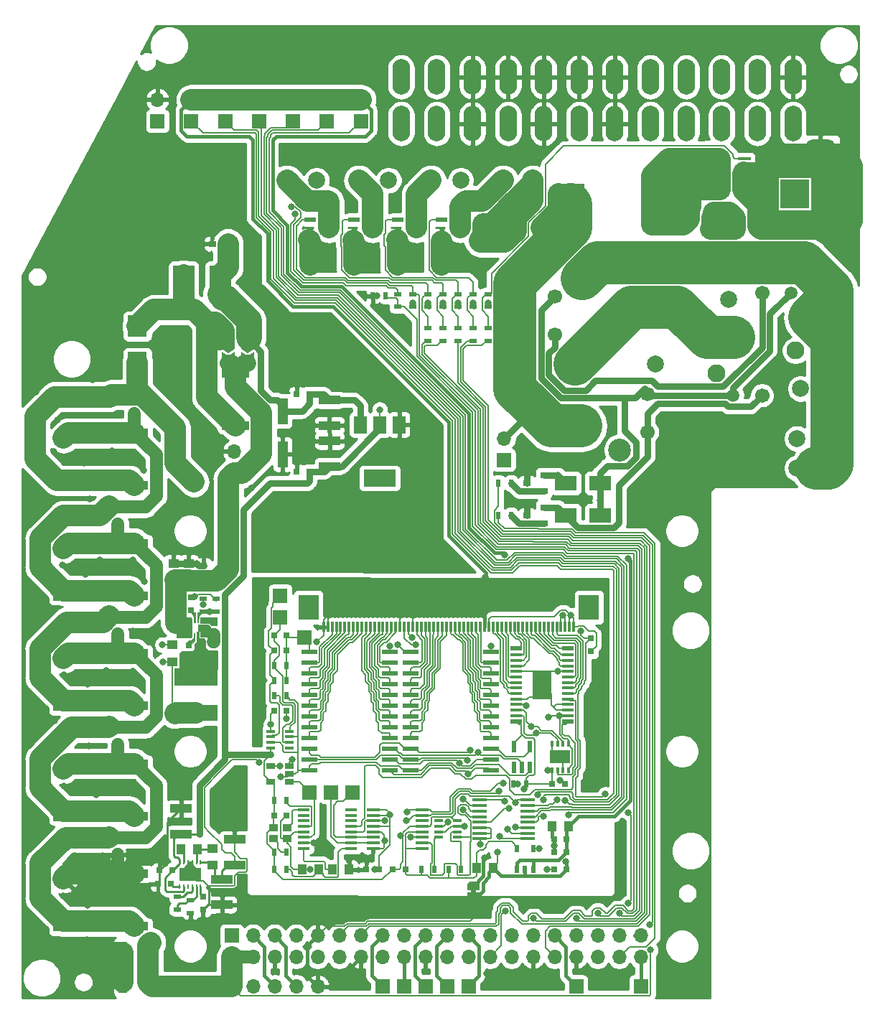
<source format=gtl>
G04 #@! TF.GenerationSoftware,KiCad,Pcbnew,(5.1.6-0-10_14)*
G04 #@! TF.CreationDate,2021-12-04T22:46:38+09:00*
G04 #@! TF.ProjectId,qPCR-main,71504352-2d6d-4616-996e-2e6b69636164,rev?*
G04 #@! TF.SameCoordinates,Original*
G04 #@! TF.FileFunction,Copper,L1,Top*
G04 #@! TF.FilePolarity,Positive*
%FSLAX46Y46*%
G04 Gerber Fmt 4.6, Leading zero omitted, Abs format (unit mm)*
G04 Created by KiCad (PCBNEW (5.1.6-0-10_14)) date 2021-12-04 22:46:38*
%MOMM*%
%LPD*%
G01*
G04 APERTURE LIST*
G04 #@! TA.AperFunction,NonConductor*
%ADD10C,0.100000*%
G04 #@! TD*
G04 #@! TA.AperFunction,EtchedComponent*
%ADD11C,0.100000*%
G04 #@! TD*
G04 #@! TA.AperFunction,ComponentPad*
%ADD12C,2.108200*%
G04 #@! TD*
G04 #@! TA.AperFunction,ComponentPad*
%ADD13C,1.498600*%
G04 #@! TD*
G04 #@! TA.AperFunction,ComponentPad*
%ADD14C,1.701800*%
G04 #@! TD*
G04 #@! TA.AperFunction,ComponentPad*
%ADD15C,2.006600*%
G04 #@! TD*
G04 #@! TA.AperFunction,SMDPad,CuDef*
%ADD16R,1.397000X0.889000*%
G04 #@! TD*
G04 #@! TA.AperFunction,SMDPad,CuDef*
%ADD17R,0.863600X0.762000*%
G04 #@! TD*
G04 #@! TA.AperFunction,SMDPad,CuDef*
%ADD18R,1.320800X0.558800*%
G04 #@! TD*
G04 #@! TA.AperFunction,SMDPad,CuDef*
%ADD19R,1.676400X0.355600*%
G04 #@! TD*
G04 #@! TA.AperFunction,SMDPad,CuDef*
%ADD20R,0.800000X0.750000*%
G04 #@! TD*
G04 #@! TA.AperFunction,Conductor*
%ADD21R,2.200000X3.400000*%
G04 #@! TD*
G04 #@! TA.AperFunction,SMDPad,CuDef*
%ADD22R,1.350000X0.600000*%
G04 #@! TD*
G04 #@! TA.AperFunction,SMDPad,CuDef*
%ADD23R,1.350000X0.400000*%
G04 #@! TD*
G04 #@! TA.AperFunction,SMDPad,CuDef*
%ADD24R,3.200000X1.000000*%
G04 #@! TD*
G04 #@! TA.AperFunction,SMDPad,CuDef*
%ADD25R,0.800000X0.900000*%
G04 #@! TD*
G04 #@! TA.AperFunction,SMDPad,CuDef*
%ADD26R,0.750000X0.800000*%
G04 #@! TD*
G04 #@! TA.AperFunction,SMDPad,CuDef*
%ADD27R,2.500000X1.000000*%
G04 #@! TD*
G04 #@! TA.AperFunction,SMDPad,CuDef*
%ADD28R,1.000000X1.250000*%
G04 #@! TD*
G04 #@! TA.AperFunction,SMDPad,CuDef*
%ADD29R,1.250000X1.000000*%
G04 #@! TD*
G04 #@! TA.AperFunction,SMDPad,CuDef*
%ADD30R,2.500000X2.300000*%
G04 #@! TD*
G04 #@! TA.AperFunction,SMDPad,CuDef*
%ADD31R,2.300000X2.500000*%
G04 #@! TD*
G04 #@! TA.AperFunction,SMDPad,CuDef*
%ADD32R,0.711200X0.678200*%
G04 #@! TD*
G04 #@! TA.AperFunction,SMDPad,CuDef*
%ADD33R,0.200000X0.457200*%
G04 #@! TD*
G04 #@! TA.AperFunction,SMDPad,CuDef*
%ADD34R,0.249999X0.499999*%
G04 #@! TD*
G04 #@! TA.AperFunction,SMDPad,CuDef*
%ADD35R,2.500000X1.500000*%
G04 #@! TD*
G04 #@! TA.AperFunction,ComponentPad*
%ADD36C,0.600000*%
G04 #@! TD*
G04 #@! TA.AperFunction,SMDPad,CuDef*
%ADD37R,1.000000X2.500000*%
G04 #@! TD*
G04 #@! TA.AperFunction,ComponentPad*
%ADD38R,1.700000X1.700000*%
G04 #@! TD*
G04 #@! TA.AperFunction,ComponentPad*
%ADD39O,1.700000X1.700000*%
G04 #@! TD*
G04 #@! TA.AperFunction,SMDPad,CuDef*
%ADD40R,0.900000X0.500000*%
G04 #@! TD*
G04 #@! TA.AperFunction,ComponentPad*
%ADD41C,2.400000*%
G04 #@! TD*
G04 #@! TA.AperFunction,ComponentPad*
%ADD42O,2.400000X2.400000*%
G04 #@! TD*
G04 #@! TA.AperFunction,SMDPad,CuDef*
%ADD43C,0.100000*%
G04 #@! TD*
G04 #@! TA.AperFunction,SMDPad,CuDef*
%ADD44R,0.500000X0.900000*%
G04 #@! TD*
G04 #@! TA.AperFunction,ComponentPad*
%ADD45R,2.400000X2.400000*%
G04 #@! TD*
G04 #@! TA.AperFunction,SMDPad,CuDef*
%ADD46R,5.100000X2.100000*%
G04 #@! TD*
G04 #@! TA.AperFunction,SMDPad,CuDef*
%ADD47R,5.100000X1.900000*%
G04 #@! TD*
G04 #@! TA.AperFunction,SMDPad,CuDef*
%ADD48R,1.570000X0.410000*%
G04 #@! TD*
G04 #@! TA.AperFunction,SMDPad,CuDef*
%ADD49R,1.473200X0.355600*%
G04 #@! TD*
G04 #@! TA.AperFunction,SMDPad,CuDef*
%ADD50R,1.000000X0.900000*%
G04 #@! TD*
G04 #@! TA.AperFunction,ComponentPad*
%ADD51C,2.000000*%
G04 #@! TD*
G04 #@! TA.AperFunction,ComponentPad*
%ADD52R,3.500000X3.500000*%
G04 #@! TD*
G04 #@! TA.AperFunction,SMDPad,CuDef*
%ADD53R,1.060000X0.650000*%
G04 #@! TD*
G04 #@! TA.AperFunction,SMDPad,CuDef*
%ADD54R,1.060000X0.400000*%
G04 #@! TD*
G04 #@! TA.AperFunction,SMDPad,CuDef*
%ADD55R,1.500000X2.000000*%
G04 #@! TD*
G04 #@! TA.AperFunction,SMDPad,CuDef*
%ADD56R,3.800000X2.000000*%
G04 #@! TD*
G04 #@! TA.AperFunction,SMDPad,CuDef*
%ADD57R,2.400000X3.000000*%
G04 #@! TD*
G04 #@! TA.AperFunction,SMDPad,CuDef*
%ADD58R,0.300000X1.250000*%
G04 #@! TD*
G04 #@! TA.AperFunction,SMDPad,CuDef*
%ADD59R,0.508000X0.825500*%
G04 #@! TD*
G04 #@! TA.AperFunction,SMDPad,CuDef*
%ADD60R,1.219200X3.098800*%
G04 #@! TD*
G04 #@! TA.AperFunction,SMDPad,CuDef*
%ADD61R,0.558800X1.473200*%
G04 #@! TD*
G04 #@! TA.AperFunction,SMDPad,CuDef*
%ADD62R,2.500000X1.800000*%
G04 #@! TD*
G04 #@! TA.AperFunction,ComponentPad*
%ADD63C,1.700000*%
G04 #@! TD*
G04 #@! TA.AperFunction,ComponentPad*
%ADD64C,2.700000*%
G04 #@! TD*
G04 #@! TA.AperFunction,SMDPad,CuDef*
%ADD65R,0.900000X0.800000*%
G04 #@! TD*
G04 #@! TA.AperFunction,SMDPad,CuDef*
%ADD66R,2.400000X1.500000*%
G04 #@! TD*
G04 #@! TA.AperFunction,SMDPad,CuDef*
%ADD67R,0.350000X0.650000*%
G04 #@! TD*
G04 #@! TA.AperFunction,SMDPad,CuDef*
%ADD68R,1.879600X0.558800*%
G04 #@! TD*
G04 #@! TA.AperFunction,ComponentPad*
%ADD69O,2.100000X4.200000*%
G04 #@! TD*
G04 #@! TA.AperFunction,SMDPad,CuDef*
%ADD70R,1.516000X0.457200*%
G04 #@! TD*
G04 #@! TA.AperFunction,SMDPad,CuDef*
%ADD71R,3.250000X5.000000*%
G04 #@! TD*
G04 #@! TA.AperFunction,ViaPad*
%ADD72C,0.800000*%
G04 #@! TD*
G04 #@! TA.AperFunction,Conductor*
%ADD73C,0.152400*%
G04 #@! TD*
G04 #@! TA.AperFunction,Conductor*
%ADD74C,0.381000*%
G04 #@! TD*
G04 #@! TA.AperFunction,Conductor*
%ADD75C,0.250000*%
G04 #@! TD*
G04 #@! TA.AperFunction,Conductor*
%ADD76C,1.524000*%
G04 #@! TD*
G04 #@! TA.AperFunction,Conductor*
%ADD77C,2.540000*%
G04 #@! TD*
G04 #@! TA.AperFunction,Conductor*
%ADD78C,0.203200*%
G04 #@! TD*
G04 #@! TA.AperFunction,Conductor*
%ADD79C,0.762000*%
G04 #@! TD*
G04 #@! TA.AperFunction,Conductor*
%ADD80C,2.032000*%
G04 #@! TD*
G04 #@! TA.AperFunction,Conductor*
%ADD81C,5.080000*%
G04 #@! TD*
G04 #@! TA.AperFunction,Conductor*
%ADD82C,3.048000*%
G04 #@! TD*
G04 #@! TA.AperFunction,Conductor*
%ADD83C,1.270000*%
G04 #@! TD*
G04 #@! TA.AperFunction,Conductor*
%ADD84C,0.254000*%
G04 #@! TD*
G04 APERTURE END LIST*
D10*
G36*
X100700000Y-133500000D02*
G01*
X101100000Y-133900000D01*
X101100000Y-134100000D01*
X99800000Y-134100000D01*
X99800000Y-133900000D01*
X100200000Y-133500000D01*
X100200000Y-133300000D01*
X100700000Y-133300000D01*
X100700000Y-133500000D01*
G37*
X100700000Y-133500000D02*
X101100000Y-133900000D01*
X101100000Y-134100000D01*
X99800000Y-134100000D01*
X99800000Y-133900000D01*
X100200000Y-133500000D01*
X100200000Y-133300000D01*
X100700000Y-133300000D01*
X100700000Y-133500000D01*
G36*
X101480000Y-106870000D02*
G01*
X101570000Y-106970000D01*
X102090000Y-106970000D01*
X102300000Y-107160000D01*
X102300000Y-108020000D01*
X102650000Y-108350000D01*
X103560000Y-108350000D01*
X103690000Y-108440000D01*
X103690000Y-110590000D01*
X99270000Y-110590000D01*
X99270000Y-108700000D01*
X99510000Y-108470000D01*
X100720000Y-108470000D01*
X100970000Y-108230000D01*
X100970000Y-107660000D01*
X101290000Y-107390000D01*
X101290000Y-106190000D01*
X101480000Y-106190000D01*
X101480000Y-106870000D01*
G37*
X101480000Y-106870000D02*
X101570000Y-106970000D01*
X102090000Y-106970000D01*
X102300000Y-107160000D01*
X102300000Y-108020000D01*
X102650000Y-108350000D01*
X103560000Y-108350000D01*
X103690000Y-108440000D01*
X103690000Y-110590000D01*
X99270000Y-110590000D01*
X99270000Y-108700000D01*
X99510000Y-108470000D01*
X100720000Y-108470000D01*
X100970000Y-108230000D01*
X100970000Y-107660000D01*
X101290000Y-107390000D01*
X101290000Y-106190000D01*
X101480000Y-106190000D01*
X101480000Y-106870000D01*
G36*
X101480000Y-104220000D02*
G01*
X101460000Y-105030000D01*
X101360000Y-105030000D01*
X101360000Y-103890000D01*
X101830000Y-103890000D01*
X101480000Y-104220000D01*
G37*
X101480000Y-104220000D02*
X101460000Y-105030000D01*
X101360000Y-105030000D01*
X101360000Y-103890000D01*
X101830000Y-103890000D01*
X101480000Y-104220000D01*
G36*
X101070000Y-105090000D02*
G01*
X100950000Y-105090000D01*
X100950000Y-104410000D01*
X100590000Y-103880000D01*
X101060000Y-103880000D01*
X101070000Y-105090000D01*
G37*
X101070000Y-105090000D02*
X100950000Y-105090000D01*
X100950000Y-104410000D01*
X100590000Y-103880000D01*
X101060000Y-103880000D01*
X101070000Y-105090000D01*
G36*
X101050000Y-107220000D02*
G01*
X100720000Y-107550000D01*
X100050000Y-107550000D01*
X100340000Y-107160000D01*
X100960000Y-107160000D01*
X100960000Y-106330000D01*
X101050000Y-106330000D01*
X101050000Y-107220000D01*
G37*
X101050000Y-107220000D02*
X100720000Y-107550000D01*
X100050000Y-107550000D01*
X100340000Y-107160000D01*
X100960000Y-107160000D01*
X100960000Y-106330000D01*
X101050000Y-106330000D01*
X101050000Y-107220000D01*
G36*
X100710000Y-104700000D02*
G01*
X100710000Y-106750000D01*
X100570000Y-106880000D01*
X98880000Y-106880000D01*
X98880000Y-104500000D01*
X100570000Y-104500000D01*
X100710000Y-104700000D01*
G37*
X100710000Y-104700000D02*
X100710000Y-106750000D01*
X100570000Y-106880000D01*
X98880000Y-106880000D01*
X98880000Y-104500000D01*
X100570000Y-104500000D01*
X100710000Y-104700000D01*
G36*
X103610000Y-105450000D02*
G01*
X102980000Y-105450000D01*
X102720000Y-105120000D01*
X101720000Y-105120000D01*
X101720000Y-104490000D01*
X103610000Y-104490000D01*
X103610000Y-105450000D01*
G37*
X103610000Y-105450000D02*
X102980000Y-105450000D01*
X102720000Y-105120000D01*
X101720000Y-105120000D01*
X101720000Y-104490000D01*
X103610000Y-104490000D01*
X103610000Y-105450000D01*
G36*
X102930000Y-105760000D02*
G01*
X103490000Y-105880000D01*
X103490000Y-106620000D01*
X102640000Y-106730000D01*
X101720000Y-106730000D01*
X101720000Y-106140000D01*
X101640000Y-106050000D01*
X101470000Y-106050000D01*
X101470000Y-105300000D01*
X102590000Y-105300000D01*
X102930000Y-105760000D01*
G37*
X102930000Y-105760000D02*
X103490000Y-105880000D01*
X103490000Y-106620000D01*
X102640000Y-106730000D01*
X101720000Y-106730000D01*
X101720000Y-106140000D01*
X101640000Y-106050000D01*
X101470000Y-106050000D01*
X101470000Y-105300000D01*
X102590000Y-105300000D01*
X102930000Y-105760000D01*
D11*
G36*
X133610000Y-136520000D02*
G01*
X133610000Y-137020000D01*
X134210000Y-137020000D01*
X134210000Y-136520000D01*
X133610000Y-136520000D01*
G37*
G36*
X160114600Y-54429000D02*
G01*
X164102400Y-54429000D01*
X164102400Y-50111000D01*
X160114600Y-50111000D01*
X160114600Y-54429000D01*
G37*
X160114600Y-54429000D02*
X164102400Y-54429000D01*
X164102400Y-50111000D01*
X160114600Y-50111000D01*
X160114600Y-54429000D01*
D12*
X173290000Y-68850000D03*
D13*
X171340000Y-66200000D03*
D14*
X167940000Y-66200000D03*
D15*
X163990000Y-67000000D03*
D12*
X164590000Y-71500000D03*
X162590000Y-75650000D03*
D13*
X164540000Y-78300000D03*
D14*
X167940000Y-78300000D03*
D15*
X172490000Y-77500000D03*
D12*
X171890000Y-73000000D03*
D16*
X104879300Y-60420000D03*
D17*
X103114000Y-60420000D03*
D18*
X116852200Y-58500000D03*
X114667800Y-59439800D03*
X114667800Y-57560200D03*
X122017200Y-58500000D03*
X119832800Y-59439800D03*
X119832800Y-57560200D03*
X130162800Y-57560200D03*
X130162800Y-59439800D03*
X132347200Y-58500000D03*
X124997800Y-57560200D03*
X124997800Y-59439800D03*
X127182200Y-58500000D03*
D19*
X140299400Y-126025001D03*
X140299400Y-126675002D03*
X140299400Y-127325001D03*
X140299400Y-127975002D03*
X140299400Y-128625001D03*
X140299400Y-129274999D03*
X140299400Y-129925001D03*
X140299400Y-130574999D03*
X134660600Y-130574999D03*
X134660600Y-129924998D03*
X134660600Y-129274999D03*
X134660600Y-128624998D03*
X134660600Y-127974999D03*
X134660600Y-127325001D03*
X134660600Y-126674999D03*
X134660600Y-126025001D03*
D20*
X111870000Y-108410000D03*
X110370000Y-108410000D03*
D21*
X141983532Y-112470000D03*
D22*
X145033532Y-108145000D03*
X138933532Y-108145000D03*
D23*
X145033532Y-108895000D03*
X138933532Y-108895000D03*
X145033532Y-109545000D03*
X138933532Y-109545000D03*
X145033532Y-110195000D03*
X138933532Y-110195000D03*
X145033532Y-110845000D03*
X138933532Y-110845000D03*
X145033532Y-111495000D03*
X138933532Y-111495000D03*
X145033532Y-112145000D03*
X138933532Y-112145000D03*
X145033532Y-112795000D03*
X138933532Y-112795000D03*
X145033532Y-113445000D03*
X138933532Y-113445000D03*
X145033532Y-114095000D03*
X138933532Y-114095000D03*
X145033532Y-114745000D03*
X138933532Y-114745000D03*
X145033532Y-115395000D03*
X138933532Y-115395000D03*
X145033532Y-116045000D03*
X138933532Y-116045000D03*
D22*
X145033532Y-116795000D03*
X138933532Y-116795000D03*
D24*
X93936000Y-82720000D03*
X93936000Y-88920000D03*
D25*
X92926000Y-91450000D03*
X91026000Y-91450000D03*
X91976000Y-93450000D03*
D26*
X102010000Y-137450000D03*
X102010000Y-138950000D03*
D20*
X96890000Y-134310000D03*
X98390000Y-134310000D03*
D27*
X104240000Y-135350000D03*
X104240000Y-138350000D03*
D28*
X101380000Y-131830000D03*
X99380000Y-131830000D03*
D20*
X98220000Y-135930000D03*
X96720000Y-135930000D03*
D27*
X105710000Y-130660000D03*
X105710000Y-133660000D03*
D29*
X103140000Y-131720000D03*
X103140000Y-133720000D03*
D30*
X104020000Y-64130000D03*
X99720000Y-64130000D03*
D31*
X94270000Y-70140000D03*
X94270000Y-74440000D03*
D32*
X101858000Y-105700000D03*
D33*
X100610001Y-104925000D03*
X101010000Y-104925000D03*
X101410000Y-104925000D03*
X101809999Y-104925000D03*
X101809999Y-106475000D03*
X101410000Y-106475000D03*
X101010000Y-106475000D03*
X100610001Y-106475000D03*
D34*
X99220000Y-136220000D03*
X99719999Y-136220000D03*
X100220000Y-136220000D03*
X100720000Y-136220000D03*
X101220001Y-136220000D03*
X101720000Y-136220000D03*
X101720000Y-133320000D03*
X101220001Y-133320000D03*
X100720000Y-133320000D03*
X100220000Y-133320000D03*
X99719999Y-133320000D03*
X99220000Y-133320000D03*
D35*
X100470000Y-134770000D03*
D36*
X99469999Y-134770000D03*
X100470000Y-134170000D03*
X101470001Y-134770000D03*
X100470000Y-135269999D03*
D20*
X100360000Y-107770000D03*
X101860000Y-107770000D03*
D29*
X98390000Y-109720000D03*
X98390000Y-107720000D03*
D37*
X95510000Y-144040000D03*
X92510000Y-144040000D03*
D26*
X103260000Y-106540000D03*
X103260000Y-105040000D03*
D38*
X105370000Y-148000000D03*
D39*
X107910000Y-148000000D03*
X110450000Y-148000000D03*
X112990000Y-148000000D03*
X115530000Y-148000000D03*
D25*
X91976000Y-106450000D03*
X91026000Y-104450000D03*
X92926000Y-104450000D03*
X93936000Y-80450000D03*
X92986000Y-78450000D03*
X94886000Y-78450000D03*
X91976000Y-132450000D03*
X91026000Y-130450000D03*
X92926000Y-130450000D03*
X92926000Y-117450000D03*
X91026000Y-117450000D03*
X91976000Y-119450000D03*
D27*
X99400000Y-127040000D03*
X99400000Y-130040000D03*
D24*
X93936000Y-101920000D03*
X93936000Y-95720000D03*
D40*
X102020000Y-103780000D03*
X102020000Y-102280000D03*
X103570000Y-102270000D03*
X103570000Y-103770000D03*
X98980000Y-137450000D03*
X98980000Y-138950000D03*
D24*
X93936000Y-134720000D03*
X93936000Y-140920000D03*
X93936000Y-127920000D03*
X93936000Y-121720000D03*
X93936000Y-108720000D03*
X93936000Y-114920000D03*
D40*
X100540000Y-139350000D03*
X100540000Y-137850000D03*
D41*
X100950000Y-88510000D03*
D42*
X100950000Y-68190000D03*
D24*
X105820000Y-81860000D03*
X105820000Y-75660000D03*
G04 #@! TA.AperFunction,SMDPad,CuDef*
D43*
G36*
X104960000Y-73325000D02*
G01*
X104210000Y-72825000D01*
X104210000Y-71825000D01*
X105710000Y-71825000D01*
X105710000Y-72825000D01*
X104960000Y-73325000D01*
G37*
G04 #@! TD.AperFunction*
G04 #@! TA.AperFunction,SMDPad,CuDef*
G36*
X104210000Y-74275000D02*
G01*
X104210000Y-73125000D01*
X104960000Y-73625000D01*
X105710000Y-73125000D01*
X105710000Y-74275000D01*
X104210000Y-74275000D01*
G37*
G04 #@! TD.AperFunction*
G04 #@! TA.AperFunction,SMDPad,CuDef*
G36*
X106500000Y-74275000D02*
G01*
X106500000Y-73125000D01*
X107250000Y-73625000D01*
X108000000Y-73125000D01*
X108000000Y-74275000D01*
X106500000Y-74275000D01*
G37*
G04 #@! TD.AperFunction*
G04 #@! TA.AperFunction,SMDPad,CuDef*
G36*
X107250000Y-73325000D02*
G01*
X106500000Y-72825000D01*
X106500000Y-71825000D01*
X108000000Y-71825000D01*
X108000000Y-72825000D01*
X107250000Y-73325000D01*
G37*
G04 #@! TD.AperFunction*
D38*
X114556000Y-125110000D03*
X105700000Y-87440000D03*
D39*
X105700000Y-84900000D03*
D44*
X110370000Y-134198000D03*
X111870000Y-134198000D03*
D28*
X119232000Y-134198000D03*
X117232000Y-134198000D03*
D39*
X96625490Y-43410000D03*
D38*
X96625490Y-45950000D03*
X112625490Y-45950000D03*
D39*
X112625490Y-43410000D03*
D38*
X108625490Y-45950000D03*
D39*
X108625490Y-43410000D03*
X104625490Y-43410000D03*
D38*
X104625490Y-45950000D03*
D39*
X100625490Y-43410000D03*
D38*
X100625490Y-45950000D03*
D45*
X85546000Y-88320000D03*
D41*
X85546000Y-83320000D03*
X85546000Y-96320000D03*
D45*
X85546000Y-101320000D03*
X85546000Y-114320000D03*
D41*
X85546000Y-109320000D03*
D45*
X85546000Y-127320000D03*
D41*
X85546000Y-122320000D03*
X85546000Y-135320000D03*
D45*
X85546000Y-140320000D03*
D46*
X101210000Y-111520000D03*
D47*
X101210000Y-115720000D03*
D28*
X115676000Y-134198000D03*
X113676000Y-134198000D03*
D26*
X102108000Y-99850000D03*
X102108000Y-98350000D03*
D29*
X100330000Y-98100000D03*
X100330000Y-100100000D03*
D26*
X100570000Y-102130000D03*
X100570000Y-103630000D03*
D37*
X92530000Y-147530000D03*
X95530000Y-147530000D03*
D29*
X98552000Y-98100000D03*
X98552000Y-100100000D03*
D48*
X127810000Y-127155000D03*
X127810000Y-127805000D03*
X127810000Y-128455000D03*
X127810000Y-129105000D03*
X127810000Y-129755000D03*
X127810000Y-130405000D03*
X127810000Y-131055000D03*
X127810000Y-131705000D03*
X122070000Y-131705000D03*
X122070000Y-131055000D03*
X122070000Y-130405000D03*
X122070000Y-129755000D03*
X122070000Y-129105000D03*
X122070000Y-128455000D03*
X122070000Y-127805000D03*
X122070000Y-127155000D03*
D49*
X119479400Y-127155001D03*
X119479400Y-127805002D03*
X119479400Y-128455001D03*
X119479400Y-129105002D03*
X119479400Y-129755001D03*
X119479400Y-130404999D03*
X119479400Y-131055001D03*
X119479400Y-131704999D03*
X113840600Y-131704999D03*
X113840600Y-131054998D03*
X113840600Y-130404999D03*
X113840600Y-129754998D03*
X113840600Y-129104999D03*
X113840600Y-128455001D03*
X113840600Y-127804999D03*
X113840600Y-127155001D03*
D44*
X110370000Y-132166000D03*
X111870000Y-132166000D03*
D20*
X110370000Y-127848000D03*
X111870000Y-127848000D03*
D50*
X110307500Y-130552500D03*
X111932500Y-130552500D03*
X111932500Y-129327500D03*
X110307500Y-129327500D03*
D51*
X120400000Y-52930000D03*
X123900000Y-52930000D03*
X140900000Y-52930000D03*
X137400000Y-52930000D03*
X128900000Y-52930000D03*
X132400000Y-52930000D03*
G04 #@! TA.AperFunction,ComponentPad*
G36*
G01*
X176579000Y-48976200D02*
X176579000Y-50726200D01*
G75*
G02*
X175704000Y-51601200I-875000J0D01*
G01*
X173954000Y-51601200D01*
G75*
G02*
X173079000Y-50726200I0J875000D01*
G01*
X173079000Y-48976200D01*
G75*
G02*
X173954000Y-48101200I875000J0D01*
G01*
X175704000Y-48101200D01*
G75*
G02*
X176579000Y-48976200I0J-875000D01*
G01*
G37*
G04 #@! TD.AperFunction*
G04 #@! TA.AperFunction,ComponentPad*
G36*
G01*
X179329000Y-53551200D02*
X179329000Y-55551200D01*
G75*
G02*
X178579000Y-56301200I-750000J0D01*
G01*
X177079000Y-56301200D01*
G75*
G02*
X176329000Y-55551200I0J750000D01*
G01*
X176329000Y-53551200D01*
G75*
G02*
X177079000Y-52801200I750000J0D01*
G01*
X178579000Y-52801200D01*
G75*
G02*
X179329000Y-53551200I0J-750000D01*
G01*
G37*
G04 #@! TD.AperFunction*
D52*
X171829000Y-54551200D03*
D38*
X123150000Y-148000000D03*
X125690000Y-148000000D03*
X128230000Y-148000000D03*
X130770000Y-148000000D03*
X133310000Y-148000000D03*
X146010000Y-148000000D03*
X153630000Y-148000000D03*
G04 #@! TA.AperFunction,SMDPad,CuDef*
D43*
G36*
X133160602Y-136120000D02*
G01*
X133160602Y-136095466D01*
X133165412Y-136046635D01*
X133174984Y-135998510D01*
X133189228Y-135951555D01*
X133208005Y-135906222D01*
X133231136Y-135862949D01*
X133258396Y-135822150D01*
X133289524Y-135784221D01*
X133324221Y-135749524D01*
X133362150Y-135718396D01*
X133402949Y-135691136D01*
X133446222Y-135668005D01*
X133491555Y-135649228D01*
X133538510Y-135634984D01*
X133586635Y-135625412D01*
X133635466Y-135620602D01*
X133660000Y-135620602D01*
X133660000Y-135620000D01*
X134160000Y-135620000D01*
X134160000Y-135620602D01*
X134184534Y-135620602D01*
X134233365Y-135625412D01*
X134281490Y-135634984D01*
X134328445Y-135649228D01*
X134373778Y-135668005D01*
X134417051Y-135691136D01*
X134457850Y-135718396D01*
X134495779Y-135749524D01*
X134530476Y-135784221D01*
X134561604Y-135822150D01*
X134588864Y-135862949D01*
X134611995Y-135906222D01*
X134630772Y-135951555D01*
X134645016Y-135998510D01*
X134654588Y-136046635D01*
X134659398Y-136095466D01*
X134659398Y-136120000D01*
X134660000Y-136120000D01*
X134660000Y-136620000D01*
X133160000Y-136620000D01*
X133160000Y-136120000D01*
X133160602Y-136120000D01*
G37*
G04 #@! TD.AperFunction*
G04 #@! TA.AperFunction,SMDPad,CuDef*
G36*
X134660000Y-136920000D02*
G01*
X134660000Y-137420000D01*
X134659398Y-137420000D01*
X134659398Y-137444534D01*
X134654588Y-137493365D01*
X134645016Y-137541490D01*
X134630772Y-137588445D01*
X134611995Y-137633778D01*
X134588864Y-137677051D01*
X134561604Y-137717850D01*
X134530476Y-137755779D01*
X134495779Y-137790476D01*
X134457850Y-137821604D01*
X134417051Y-137848864D01*
X134373778Y-137871995D01*
X134328445Y-137890772D01*
X134281490Y-137905016D01*
X134233365Y-137914588D01*
X134184534Y-137919398D01*
X134160000Y-137919398D01*
X134160000Y-137920000D01*
X133660000Y-137920000D01*
X133660000Y-137919398D01*
X133635466Y-137919398D01*
X133586635Y-137914588D01*
X133538510Y-137905016D01*
X133491555Y-137890772D01*
X133446222Y-137871995D01*
X133402949Y-137848864D01*
X133362150Y-137821604D01*
X133324221Y-137790476D01*
X133289524Y-137755779D01*
X133258396Y-137717850D01*
X133231136Y-137677051D01*
X133208005Y-137633778D01*
X133189228Y-137588445D01*
X133174984Y-137541490D01*
X133165412Y-137493365D01*
X133160602Y-137444534D01*
X133160602Y-137420000D01*
X133160000Y-137420000D01*
X133160000Y-136920000D01*
X134660000Y-136920000D01*
G37*
G04 #@! TD.AperFunction*
D38*
X120625490Y-45950000D03*
D39*
X120625490Y-43410000D03*
D38*
X116625490Y-45950000D03*
D39*
X116625490Y-43410000D03*
D53*
X110020000Y-123890000D03*
X110020000Y-121990000D03*
X112220000Y-121990000D03*
X112220000Y-122940000D03*
X112220000Y-123890000D03*
D54*
X110020000Y-117910000D03*
X110020000Y-118560000D03*
X110020000Y-119220000D03*
X110020000Y-119870000D03*
X112220000Y-119870000D03*
X112220000Y-119220000D03*
X112220000Y-118560000D03*
X112220000Y-117910000D03*
X129780000Y-130410000D03*
X129780000Y-129760000D03*
X129780000Y-129100000D03*
X129780000Y-128450000D03*
X131980000Y-128450000D03*
X131980000Y-129100000D03*
X131980000Y-129760000D03*
X131980000Y-130410000D03*
D55*
X125140000Y-81750000D03*
X120540000Y-81750000D03*
X122840000Y-81750000D03*
D56*
X122840000Y-88050000D03*
D57*
X114430000Y-103285000D03*
X147530000Y-103285000D03*
D58*
X116230000Y-105610000D03*
X116730000Y-105610000D03*
X117230000Y-105610000D03*
X117730000Y-105610000D03*
X118230000Y-105610000D03*
X118730000Y-105610000D03*
X119230000Y-105610000D03*
X119730000Y-105610000D03*
X120230000Y-105610000D03*
X120730000Y-105610000D03*
X121230000Y-105610000D03*
X121730000Y-105610000D03*
X122230000Y-105610000D03*
X122730000Y-105610000D03*
X123230000Y-105610000D03*
X123730000Y-105610000D03*
X124230000Y-105610000D03*
X124730000Y-105610000D03*
X125230000Y-105610000D03*
X125730000Y-105610000D03*
X126230000Y-105610000D03*
X126730000Y-105610000D03*
X127230000Y-105610000D03*
X127730000Y-105610000D03*
X128230000Y-105610000D03*
X128730000Y-105610000D03*
X129230000Y-105610000D03*
X129730000Y-105610000D03*
X130230000Y-105610000D03*
X130730000Y-105610000D03*
X131230000Y-105610000D03*
X131730000Y-105610000D03*
X132230000Y-105610000D03*
X132730000Y-105610000D03*
X133230000Y-105610000D03*
X133730000Y-105610000D03*
X134230000Y-105610000D03*
X134730000Y-105610000D03*
X135230000Y-105610000D03*
X135730000Y-105610000D03*
X136230000Y-105610000D03*
X136730000Y-105610000D03*
X137230000Y-105610000D03*
X137730000Y-105610000D03*
X138230000Y-105610000D03*
X138730000Y-105610000D03*
X139230000Y-105610000D03*
X139730000Y-105610000D03*
X140230000Y-105610000D03*
X140730000Y-105610000D03*
X141230000Y-105610000D03*
X141730000Y-105610000D03*
X142230000Y-105610000D03*
X142730000Y-105610000D03*
X143230000Y-105610000D03*
X143730000Y-105610000D03*
X144230000Y-105610000D03*
X144730000Y-105610000D03*
X145230000Y-105610000D03*
X145730000Y-105610000D03*
D38*
X111120000Y-101904000D03*
X111120000Y-104444000D03*
X113970000Y-106850000D03*
D59*
X139037500Y-131706350D03*
X140942500Y-131706350D03*
X140929800Y-134233650D03*
X139990000Y-134233650D03*
X139050200Y-134233650D03*
D60*
X111400000Y-85252700D03*
X111400000Y-80147300D03*
D20*
X125900000Y-134170000D03*
X124400000Y-134170000D03*
X122780000Y-134210000D03*
X121280000Y-134210000D03*
X110370000Y-106632000D03*
X111870000Y-106632000D03*
X111870000Y-115522000D03*
X110370000Y-115522000D03*
X143180000Y-124140000D03*
X144680000Y-124140000D03*
D26*
X147780000Y-106950000D03*
X147780000Y-108450000D03*
D28*
X143140000Y-129090000D03*
X145140000Y-129090000D03*
D27*
X116920000Y-81830000D03*
X116920000Y-78830000D03*
D20*
X143390000Y-130614000D03*
X144890000Y-130614000D03*
X114560000Y-78140000D03*
X113060000Y-78140000D03*
X143390000Y-132138000D03*
X144890000Y-132138000D03*
D27*
X116930000Y-86660000D03*
X116930000Y-83660000D03*
D20*
X113070000Y-87290000D03*
X114570000Y-87290000D03*
X143390000Y-134170000D03*
X144890000Y-134170000D03*
D40*
X128516000Y-71880000D03*
X128516000Y-70380000D03*
X130294000Y-70380000D03*
X130294000Y-71880000D03*
X128516000Y-67850000D03*
X128516000Y-66350000D03*
X130294000Y-66350000D03*
X130294000Y-67850000D03*
X126738000Y-66350000D03*
X126738000Y-67850000D03*
X133850000Y-70380000D03*
X133850000Y-71880000D03*
X132072000Y-70380000D03*
X132072000Y-71880000D03*
X133850000Y-66350000D03*
X133850000Y-67850000D03*
X132072000Y-66350000D03*
X132072000Y-67850000D03*
D44*
X110370000Y-126070000D03*
X111870000Y-126070000D03*
X111870000Y-111966000D03*
X110370000Y-111966000D03*
X110370000Y-110188000D03*
X111870000Y-110188000D03*
X111870000Y-113744000D03*
X110370000Y-113744000D03*
X140140000Y-124140000D03*
X138640000Y-124140000D03*
X127800000Y-134170000D03*
X129300000Y-134170000D03*
X130960000Y-134170000D03*
X132460000Y-134170000D03*
D40*
X124960000Y-66350000D03*
X124960000Y-67850000D03*
D44*
X122020000Y-66550000D03*
X123520000Y-66550000D03*
D61*
X138649999Y-119746200D03*
X140550001Y-119746200D03*
X140550001Y-122133800D03*
X139600000Y-122133800D03*
X138649999Y-122133800D03*
D38*
X117096000Y-125110000D03*
X119636000Y-125110000D03*
D62*
X148810000Y-88646000D03*
X144810000Y-88646000D03*
X144810000Y-92456000D03*
X148810000Y-92456000D03*
D51*
X172050000Y-86890000D03*
X172050000Y-83390000D03*
X155360000Y-74610000D03*
D63*
X154410000Y-78110000D03*
X154410000Y-82610000D03*
D64*
X151160000Y-84710000D03*
D51*
X145860000Y-74610000D03*
D63*
X143510000Y-71110000D03*
X143510000Y-66610000D03*
D64*
X146760000Y-64510000D03*
D65*
X142210000Y-89596000D03*
X142210000Y-87696000D03*
X140210000Y-88646000D03*
X140210000Y-92456000D03*
X142210000Y-91506000D03*
X142210000Y-93406000D03*
D44*
X136850000Y-88646000D03*
X138350000Y-88646000D03*
X136850000Y-92456000D03*
X138350000Y-92456000D03*
D66*
X144140000Y-120940000D03*
D67*
X145115000Y-122490000D03*
X144465000Y-122490000D03*
X143814999Y-122490000D03*
X143165001Y-122490000D03*
X143165001Y-119390000D03*
X143814999Y-119390000D03*
X144465000Y-119390000D03*
X145115000Y-119390000D03*
D68*
X126472900Y-108555000D03*
X126472900Y-109825000D03*
X126472900Y-111095000D03*
X126472900Y-112365000D03*
X126472900Y-113635000D03*
X126472900Y-114905000D03*
X126472900Y-116175000D03*
X126472900Y-117445000D03*
X126472900Y-118715000D03*
X126472900Y-119985000D03*
X126472900Y-121255000D03*
X126472900Y-122525000D03*
X135947100Y-122525000D03*
X135947100Y-121255000D03*
X135947100Y-119985000D03*
X135947100Y-118715000D03*
X135947100Y-117445000D03*
X135947100Y-116175000D03*
X135947100Y-114905000D03*
X135947100Y-113635000D03*
X135947100Y-112365000D03*
X135947100Y-111095000D03*
X135947100Y-109825000D03*
X135947100Y-108555000D03*
X114554900Y-108555000D03*
X114554900Y-109825000D03*
X114554900Y-111095000D03*
X114554900Y-112365000D03*
X114554900Y-113635000D03*
X114554900Y-114905000D03*
X114554900Y-116175000D03*
X114554900Y-117445000D03*
X114554900Y-118715000D03*
X114554900Y-119985000D03*
X114554900Y-121255000D03*
X114554900Y-122525000D03*
X124029100Y-122525000D03*
X124029100Y-121255000D03*
X124029100Y-119985000D03*
X124029100Y-118715000D03*
X124029100Y-117445000D03*
X124029100Y-116175000D03*
X124029100Y-114905000D03*
X124029100Y-113635000D03*
X124029100Y-112365000D03*
X124029100Y-111095000D03*
X124029100Y-109825000D03*
X124029100Y-108555000D03*
D28*
X136240000Y-134050000D03*
X134240000Y-134050000D03*
D69*
X171580000Y-40746400D03*
X167380000Y-40746400D03*
X171580000Y-46246400D03*
X163180000Y-40746400D03*
X158980000Y-40746400D03*
X154780000Y-40746400D03*
X150580000Y-40746400D03*
X146380000Y-40746400D03*
X142180000Y-40746400D03*
X137980000Y-40746400D03*
X133780000Y-40746400D03*
X129580000Y-40746400D03*
X125380000Y-40746400D03*
X167380000Y-46246400D03*
X163180000Y-46246400D03*
X158980000Y-46246400D03*
X154780000Y-46246400D03*
X150580000Y-46246400D03*
X146380000Y-46246400D03*
X142180000Y-46246400D03*
X137980000Y-46246400D03*
X133780000Y-46246400D03*
X129580000Y-46246400D03*
X125380000Y-46246400D03*
D17*
X159674000Y-57840000D03*
D16*
X161439300Y-57840000D03*
D70*
X159509000Y-54175000D03*
X159509000Y-52905000D03*
X159509000Y-51635000D03*
X159509000Y-50365000D03*
X165851000Y-50365000D03*
X165851000Y-51635000D03*
X165851000Y-52905000D03*
X165851000Y-54175000D03*
D37*
X164490000Y-57840000D03*
X167490000Y-57840000D03*
X141910000Y-58530000D03*
X138910000Y-58530000D03*
D40*
X135628000Y-70380000D03*
X135628000Y-71880000D03*
X135628000Y-67850000D03*
X135628000Y-66350000D03*
D71*
X156595000Y-55830000D03*
X145345000Y-55830000D03*
D51*
X115400000Y-52930000D03*
X111900000Y-52930000D03*
D39*
X137500000Y-83360000D03*
D38*
X137500000Y-85900000D03*
D39*
X153630000Y-144540000D03*
X153630000Y-142000000D03*
X135850000Y-144540000D03*
X135850000Y-142000000D03*
X130770000Y-144540000D03*
X130770000Y-142000000D03*
X140930000Y-144540000D03*
X140930000Y-142000000D03*
X112990000Y-144540000D03*
X112990000Y-142000000D03*
X143470000Y-144540000D03*
X143470000Y-142000000D03*
X125690000Y-144540000D03*
X125690000Y-142000000D03*
X148550000Y-144540000D03*
X148550000Y-142000000D03*
X146010000Y-144540000D03*
X146010000Y-142000000D03*
X151090000Y-144540000D03*
X151090000Y-142000000D03*
X128230000Y-144540000D03*
X128230000Y-142000000D03*
X115530000Y-144540000D03*
X115530000Y-142000000D03*
X120610000Y-144540000D03*
X120610000Y-142000000D03*
X138390000Y-144540000D03*
X138390000Y-142000000D03*
X118070000Y-144540000D03*
X118070000Y-142000000D03*
X133310000Y-144540000D03*
X133310000Y-142000000D03*
D38*
X105370000Y-142000000D03*
D39*
X105370000Y-144540000D03*
X110450000Y-142000000D03*
X107910000Y-144540000D03*
X123150000Y-144540000D03*
X123150000Y-142000000D03*
X107910000Y-142000000D03*
X110450000Y-144540000D03*
D72*
X161400000Y-147240000D03*
X158510000Y-147330000D03*
X135440000Y-146510000D03*
X141580000Y-146580000D03*
X138750000Y-148050000D03*
X92320000Y-72390000D03*
X88160000Y-99410000D03*
X95050000Y-100230000D03*
X93730000Y-110850000D03*
X88420000Y-112320000D03*
X90580000Y-110750000D03*
X85560000Y-111240000D03*
X81250000Y-113550000D03*
X84460000Y-116670000D03*
X81160000Y-119760000D03*
X81200000Y-126280000D03*
X83950000Y-129310000D03*
X81240000Y-131620000D03*
X82820000Y-140660000D03*
X81070000Y-144730000D03*
X88290000Y-142520000D03*
X85360000Y-144680000D03*
X85480000Y-148990000D03*
X85640000Y-124380000D03*
X89370000Y-125350000D03*
X88560000Y-119610000D03*
X90170000Y-132610000D03*
X86880000Y-132580000D03*
X90650000Y-136620000D03*
X88380000Y-138440000D03*
X85510000Y-137370000D03*
X107720000Y-89200000D03*
X97522078Y-133559431D03*
X96620000Y-105560000D03*
X93730000Y-106090000D03*
X81370000Y-106590000D03*
X83970000Y-103680000D03*
X81430000Y-100870000D03*
X89840000Y-97730000D03*
X85390000Y-98320000D03*
X93700000Y-97730000D03*
X81540000Y-93490000D03*
X96520000Y-82910000D03*
X87950000Y-86310000D03*
X95030000Y-87110000D03*
X83540000Y-90790000D03*
X88620000Y-90530000D03*
X81270000Y-87920000D03*
X89020000Y-76420000D03*
X84280000Y-75520000D03*
X82300000Y-77890000D03*
X92040000Y-80530000D03*
X84830000Y-81200000D03*
X91270000Y-84830000D03*
X84390000Y-84960000D03*
X145410000Y-104240000D03*
X143815000Y-110845000D03*
X143350000Y-120680000D03*
X141983532Y-112470000D03*
X114610000Y-134180000D03*
X122232402Y-134200000D03*
X124041652Y-127765992D03*
X103250000Y-107360000D03*
X90370000Y-144070000D03*
X130163991Y-62906009D03*
X124997800Y-62912200D03*
X119846009Y-62906009D03*
X114636009Y-62906009D03*
X135650000Y-67360000D03*
X133860000Y-67390000D03*
X132080000Y-67400000D03*
X130290000Y-67410000D03*
X128520000Y-67410000D03*
X122520000Y-66540000D03*
X140220000Y-87590000D03*
X140220000Y-91200000D03*
X101260000Y-98100000D03*
X101018722Y-101994801D03*
X144124551Y-123672201D03*
X144779310Y-133299310D03*
X143390000Y-131440000D03*
X132823245Y-129104999D03*
X134740000Y-131260000D03*
X136757730Y-132165497D03*
X81900000Y-73500000D03*
X81900000Y-68700000D03*
X112551400Y-121240000D03*
X111870000Y-116450000D03*
X115417782Y-107397782D03*
X115050000Y-131030000D03*
X119250000Y-133070000D03*
X123407309Y-130839866D03*
X126528600Y-130420000D03*
X137550000Y-97082690D03*
X135280000Y-99760000D03*
X135220000Y-132840000D03*
X101580000Y-130050000D03*
X124032169Y-107882838D03*
X144038146Y-116045000D03*
X135942838Y-107882838D03*
X110010000Y-120660000D03*
X123407310Y-128476400D03*
X125271400Y-130211266D03*
X142721400Y-116280000D03*
X142700000Y-122490000D03*
X126750000Y-67370000D03*
X122840000Y-79980000D03*
X138860000Y-126310000D03*
X139901781Y-124724718D03*
X124970484Y-107719636D03*
X111050000Y-121980000D03*
X110020000Y-117080000D03*
X108632799Y-121593400D03*
X111190000Y-123237201D03*
X146573801Y-106119100D03*
X144457678Y-104227633D03*
X95821241Y-142842401D03*
X98180000Y-115800000D03*
X97270000Y-109740000D03*
X102020000Y-102977598D03*
X149450511Y-125341398D03*
X152181400Y-127488118D03*
X152161001Y-138198999D03*
X154784528Y-143713575D03*
X97220000Y-107700000D03*
X102760000Y-103780000D03*
X163452410Y-57802410D03*
X137617749Y-60217749D03*
X134707251Y-60182749D03*
X134802401Y-57927599D03*
X137893599Y-55606401D03*
X140700646Y-55500646D03*
X138472401Y-57927599D03*
X104712480Y-67077520D03*
X112847629Y-56885958D03*
X148810000Y-90680000D03*
X152181400Y-97566089D03*
X132690000Y-127170000D03*
X127120000Y-107723198D03*
X130862402Y-128650000D03*
X137672160Y-139073559D03*
X134474817Y-120411401D03*
X141010000Y-139987989D03*
X133306338Y-122925802D03*
X151090000Y-139378369D03*
X112414705Y-56021968D03*
X148560000Y-139378369D03*
X146020000Y-139987989D03*
X132649674Y-125912799D03*
X126686012Y-106864985D03*
X132267597Y-121668601D03*
X136955807Y-130298677D03*
X133220000Y-121363791D03*
X137942875Y-129466439D03*
X140736911Y-117350000D03*
X137391400Y-124035853D03*
X126062506Y-127451178D03*
X133522417Y-120106591D03*
X138891400Y-129161629D03*
X141292155Y-118123805D03*
X136870000Y-124935668D03*
X125980000Y-128400000D03*
X140108311Y-114871104D03*
X139150000Y-124140000D03*
X142169927Y-127913222D03*
X144700530Y-126039999D03*
X137598799Y-126192869D03*
X142184287Y-126017152D03*
X138120000Y-126990000D03*
X141460034Y-125398665D03*
X143748127Y-126008282D03*
X145139681Y-127764132D03*
X142550000Y-134160000D03*
X141660000Y-131700000D03*
X146570000Y-81900256D03*
X143860000Y-87696000D03*
X154671400Y-140740000D03*
D73*
X111870000Y-134198000D02*
X112236934Y-134198000D01*
X112236934Y-134198000D02*
X112560000Y-134521066D01*
X112560000Y-134521066D02*
X112560000Y-134850000D01*
X112560000Y-134850000D02*
X112761601Y-135051601D01*
X112761601Y-135051601D02*
X114968399Y-135051601D01*
X115676000Y-134344000D02*
X115676000Y-134198000D01*
X114968399Y-135051601D02*
X115676000Y-134344000D01*
X119479400Y-131704999D02*
X118405001Y-131704999D01*
X118405001Y-131704999D02*
X117960601Y-132149399D01*
X117960601Y-135005881D02*
X117856482Y-135110000D01*
X117960601Y-132149399D02*
X117960601Y-135005881D01*
X117856482Y-135110000D02*
X116440000Y-135110000D01*
X116440000Y-135110000D02*
X116170000Y-134840000D01*
X116170000Y-134692000D02*
X115676000Y-134198000D01*
X116170000Y-134840000D02*
X116170000Y-134692000D01*
D74*
X152920000Y-142000000D02*
X153630000Y-142000000D01*
D75*
X99400000Y-127040000D02*
X97824999Y-128615001D01*
X97824999Y-128615001D02*
X97824999Y-133256510D01*
X97824999Y-133256510D02*
X97522078Y-133559431D01*
X103010000Y-138370000D02*
X102590000Y-138370000D01*
X102590000Y-138370000D02*
X102010000Y-138950000D01*
X97522078Y-133559431D02*
X97522078Y-133677922D01*
X97522078Y-133677922D02*
X96890000Y-134310000D01*
D76*
X103260000Y-107350000D02*
X103250000Y-107360000D01*
D73*
X101809999Y-106475000D02*
X103195000Y-106475000D01*
X103195000Y-106475000D02*
X103260000Y-106540000D01*
X101809999Y-106475000D02*
X101809999Y-105748001D01*
X101809999Y-105748001D02*
X101858000Y-105700000D01*
D75*
X96890000Y-134310000D02*
X96890000Y-135760000D01*
X96890000Y-135760000D02*
X96720000Y-135930000D01*
X100220000Y-133320000D02*
X100390000Y-133320000D01*
X100390000Y-133320000D02*
X100720000Y-133320000D01*
X100470000Y-133400000D02*
X100390000Y-133320000D01*
X104240000Y-138350000D02*
X103450000Y-138350000D01*
D74*
X115530000Y-148000000D02*
X117150000Y-148000000D01*
X117150000Y-148000000D02*
X120610000Y-144540000D01*
D77*
X91926000Y-134720000D02*
X86146000Y-134720000D01*
X93936000Y-134720000D02*
X91926000Y-134720000D01*
D76*
X91976000Y-132450000D02*
X91976000Y-134670000D01*
D77*
X86146000Y-134720000D02*
X85546000Y-135320000D01*
D78*
X101990000Y-135530000D02*
X101230000Y-135530000D01*
X101230000Y-135530000D02*
X100470000Y-134770000D01*
X102635001Y-136175001D02*
X101990000Y-135530000D01*
D73*
X141983532Y-110950000D02*
X142088532Y-110845000D01*
X141983532Y-112470000D02*
X141983532Y-110950000D01*
X138933532Y-110845000D02*
X142088532Y-110845000D01*
X145230000Y-105610000D02*
X145230000Y-104420000D01*
X145230000Y-104420000D02*
X145410000Y-104240000D01*
X145730000Y-104560000D02*
X145730000Y-105610000D01*
X145410000Y-104240000D02*
X145730000Y-104560000D01*
X143815000Y-110845000D02*
X145033532Y-110845000D01*
X142088532Y-110845000D02*
X143815000Y-110845000D01*
X145033532Y-115395000D02*
X143665000Y-115395000D01*
X143080000Y-113566468D02*
X141983532Y-112470000D01*
X143715000Y-114745000D02*
X143365000Y-115095000D01*
X143365000Y-115095000D02*
X143080000Y-114810000D01*
X145033532Y-114745000D02*
X143715000Y-114745000D01*
X143665000Y-115395000D02*
X143365000Y-115095000D01*
X138933532Y-114095000D02*
X140195000Y-114095000D01*
X140195000Y-114095000D02*
X140450000Y-113840000D01*
X140450000Y-113840000D02*
X142950000Y-113840000D01*
X142950000Y-113840000D02*
X143080000Y-113970000D01*
X143080000Y-113970000D02*
X143080000Y-113566468D01*
X143080000Y-114810000D02*
X143080000Y-113970000D01*
X148383601Y-107846399D02*
X148383601Y-106367119D01*
X148383601Y-106367119D02*
X148126482Y-106110000D01*
X147780000Y-108450000D02*
X148383601Y-107846399D01*
X148126482Y-106110000D02*
X147495031Y-106110000D01*
X146875530Y-105490499D02*
X146272072Y-105490499D01*
X147495031Y-106110000D02*
X146875530Y-105490499D01*
X146152571Y-105610000D02*
X145730000Y-105610000D01*
X146272072Y-105490499D02*
X146152571Y-105610000D01*
X143165001Y-119390000D02*
X143165001Y-120374999D01*
X143730002Y-120940000D02*
X144140000Y-120940000D01*
X143165001Y-120374999D02*
X143730002Y-120940000D01*
X144465000Y-121265000D02*
X144140000Y-120940000D01*
X144465000Y-122490000D02*
X144465000Y-121265000D01*
X143610000Y-120940000D02*
X143350000Y-120680000D01*
X144140000Y-120940000D02*
X143610000Y-120940000D01*
X144680000Y-124140000D02*
X144680000Y-124085008D01*
X144769032Y-103599032D02*
X145410000Y-104240000D01*
X143410000Y-104380000D02*
X144190968Y-103599032D01*
X135980000Y-104380000D02*
X143410000Y-104380000D01*
X135730000Y-104630000D02*
X135980000Y-104380000D01*
X144190968Y-103599032D02*
X144769032Y-103599032D01*
X135730000Y-105610000D02*
X135730000Y-104630000D01*
X111280100Y-130552500D02*
X111932500Y-130552500D01*
X111203899Y-130476299D02*
X111280100Y-130552500D01*
X111203899Y-128514101D02*
X111203899Y-130476299D01*
X111870000Y-127848000D02*
X111203899Y-128514101D01*
X111932500Y-130552500D02*
X111997500Y-130552500D01*
X112795002Y-129754998D02*
X113840600Y-129754998D01*
X111997500Y-130552500D02*
X112795002Y-129754998D01*
X112668000Y-134198000D02*
X113676000Y-134198000D01*
X112348601Y-133878601D02*
X112668000Y-134198000D01*
X112348601Y-131533119D02*
X112348601Y-133878601D01*
X111975381Y-131159899D02*
X112348601Y-131533119D01*
X111932500Y-131159899D02*
X111975381Y-131159899D01*
X111932500Y-130552500D02*
X111932500Y-131159899D01*
X122780000Y-134210000D02*
X122780000Y-132601066D01*
X122780000Y-132601066D02*
X124035910Y-131345156D01*
X123645000Y-127155000D02*
X122070000Y-127155000D01*
X124035910Y-127545910D02*
X123645000Y-127155000D01*
X122070000Y-127805000D02*
X124006820Y-127805000D01*
X124035910Y-127775910D02*
X124035910Y-127545910D01*
X124006820Y-127805000D02*
X124035910Y-127775910D01*
X123966820Y-129105000D02*
X124035910Y-129174090D01*
X122070000Y-129105000D02*
X123966820Y-129105000D01*
X124035910Y-129174090D02*
X124035910Y-127775910D01*
X124035910Y-131345156D02*
X124035910Y-129174090D01*
X114592000Y-134198000D02*
X114610000Y-134180000D01*
X113676000Y-134198000D02*
X114592000Y-134198000D01*
X122770000Y-134200000D02*
X122780000Y-134210000D01*
X122232402Y-134200000D02*
X122770000Y-134200000D01*
X124035910Y-127771734D02*
X124041652Y-127765992D01*
X124035910Y-127775910D02*
X124035910Y-127771734D01*
D79*
X98552000Y-98100000D02*
X100330000Y-98100000D01*
D73*
X101426001Y-101801399D02*
X102871399Y-101801399D01*
X101097400Y-102130000D02*
X101426001Y-101801399D01*
X100570000Y-102130000D02*
X101097400Y-102130000D01*
X103340000Y-102270000D02*
X103570000Y-102270000D01*
X102871399Y-101801399D02*
X103340000Y-102270000D01*
D76*
X103260000Y-106540000D02*
X103260000Y-107350000D01*
D77*
X92510000Y-147510000D02*
X92530000Y-147530000D01*
X92510000Y-144040000D02*
X92510000Y-147510000D01*
X90400000Y-144040000D02*
X90370000Y-144070000D01*
X92510000Y-144040000D02*
X90400000Y-144040000D01*
X167490000Y-58370000D02*
X167814289Y-58694289D01*
X167490000Y-57840000D02*
X167490000Y-58370000D01*
X177575711Y-58694289D02*
X178527590Y-57742410D01*
X167814289Y-58694289D02*
X177575711Y-58694289D01*
X178527590Y-57742410D02*
X178527590Y-51230000D01*
X167490000Y-55797590D02*
X167490000Y-57840000D01*
X165760000Y-52030000D02*
X165746001Y-52016001D01*
X165702410Y-52117590D02*
X165702410Y-54010000D01*
X165746001Y-52073999D02*
X165702410Y-52117590D01*
X169911722Y-49851200D02*
X167732922Y-52030000D01*
X165746001Y-52016001D02*
X165746001Y-52073999D01*
X167732922Y-52030000D02*
X165760000Y-52030000D01*
X168656599Y-51106323D02*
X168656599Y-57439121D01*
X169911722Y-49851200D02*
X168656599Y-51106323D01*
X168941079Y-57723601D02*
X168656599Y-57439121D01*
X174716921Y-57723601D02*
X168941079Y-57723601D01*
X175001401Y-57439121D02*
X174716921Y-57723601D01*
X168656599Y-52443401D02*
X166396205Y-54703795D01*
X168656599Y-51106323D02*
X168656599Y-52443401D01*
X166396205Y-54703795D02*
X167490000Y-55797590D01*
X165702410Y-54010000D02*
X166396205Y-54703795D01*
X174716921Y-51378799D02*
X175001401Y-51663279D01*
X168384123Y-51378799D02*
X174716921Y-51378799D01*
X167732922Y-52030000D02*
X168384123Y-51378799D01*
X178527590Y-57742410D02*
X176225212Y-57742410D01*
X175001401Y-56518599D02*
X175001401Y-57439121D01*
X177148790Y-49851200D02*
X178527590Y-51230000D01*
X174829000Y-49851200D02*
X177148790Y-49851200D01*
X174829000Y-49851200D02*
X174829000Y-50269000D01*
X177829000Y-53269000D02*
X177829000Y-54551200D01*
X174829000Y-50269000D02*
X177829000Y-53269000D01*
X177829000Y-54551200D02*
X177829000Y-54811000D01*
X177829000Y-54811000D02*
X177368000Y-54350000D01*
X177368000Y-55552000D02*
X175701401Y-57218599D01*
X175701401Y-57218599D02*
X175001401Y-56518599D01*
X177368000Y-54350000D02*
X177368000Y-55552000D01*
X176225212Y-57742410D02*
X175701401Y-57218599D01*
X177121200Y-54551200D02*
X175001401Y-52431401D01*
X177829000Y-54551200D02*
X177121200Y-54551200D01*
X175001401Y-52431401D02*
X175001401Y-56518599D01*
X175001401Y-51663279D02*
X175001401Y-52431401D01*
D79*
X124997800Y-59439800D02*
X124997800Y-62912200D01*
X119832800Y-59439800D02*
X119832800Y-62892800D01*
X119832800Y-62892800D02*
X119846009Y-62906009D01*
X114667800Y-59439800D02*
X114667800Y-62874218D01*
X114667800Y-62874218D02*
X114636009Y-62906009D01*
D77*
X114636009Y-60091451D02*
X114495079Y-59950521D01*
X114636009Y-62906009D02*
X114636009Y-60091451D01*
X119846009Y-60136451D02*
X119737579Y-60028021D01*
X119846009Y-62906009D02*
X119846009Y-60136451D01*
X124997800Y-60123242D02*
X124850079Y-59975521D01*
X124997800Y-62912200D02*
X124997800Y-60123242D01*
X130163991Y-62906009D02*
X130163991Y-60078391D01*
X130163991Y-60078391D02*
X130162800Y-60077200D01*
D79*
X130162800Y-59439800D02*
X130162800Y-60077200D01*
D77*
X174829000Y-49851200D02*
X169911722Y-49851200D01*
D73*
X135628000Y-67382000D02*
X135650000Y-67360000D01*
X135628000Y-67850000D02*
X135628000Y-67382000D01*
X133850000Y-67400000D02*
X133860000Y-67390000D01*
X133850000Y-67850000D02*
X133850000Y-67400000D01*
X132072000Y-67408000D02*
X132080000Y-67400000D01*
X132072000Y-67850000D02*
X132072000Y-67408000D01*
X130294000Y-67414000D02*
X130290000Y-67410000D01*
X130294000Y-67850000D02*
X130294000Y-67414000D01*
X128516000Y-67414000D02*
X128520000Y-67410000D01*
X128516000Y-67850000D02*
X128516000Y-67414000D01*
X122510000Y-66550000D02*
X122520000Y-66540000D01*
X122020000Y-66550000D02*
X122510000Y-66550000D01*
D79*
X140210000Y-87600000D02*
X140220000Y-87590000D01*
X140210000Y-88646000D02*
X140210000Y-87600000D01*
X140210000Y-91210000D02*
X140220000Y-91200000D01*
X140210000Y-92456000D02*
X140210000Y-91210000D01*
X102108000Y-98350000D02*
X101510000Y-98350000D01*
X101510000Y-98350000D02*
X101260000Y-98100000D01*
X100330000Y-98100000D02*
X101260000Y-98100000D01*
D74*
X143140000Y-130364000D02*
X143390000Y-130614000D01*
X143140000Y-129090000D02*
X143140000Y-130364000D01*
X144070699Y-134989301D02*
X144890000Y-134170000D01*
X136240000Y-134050000D02*
X137179301Y-134989301D01*
X139990000Y-134233650D02*
X139990000Y-134948602D01*
X139990000Y-134948602D02*
X139949301Y-134989301D01*
X139949301Y-134989301D02*
X144070699Y-134989301D01*
X137179301Y-134989301D02*
X139949301Y-134989301D01*
D73*
X144592350Y-124140000D02*
X144124551Y-123672201D01*
X144680000Y-124140000D02*
X144592350Y-124140000D01*
X144680000Y-124140000D02*
X144680000Y-124290000D01*
D74*
X144890000Y-133410000D02*
X144779310Y-133299310D01*
X144890000Y-134170000D02*
X144890000Y-133410000D01*
X143390000Y-131440000D02*
X143390000Y-132138000D01*
X143390000Y-130614000D02*
X143390000Y-131440000D01*
D73*
X129780000Y-129760000D02*
X130560000Y-129760000D01*
X131041399Y-129278601D02*
X131164131Y-129278601D01*
X131342732Y-129100000D02*
X131980000Y-129100000D01*
X131164131Y-129278601D02*
X131342732Y-129100000D01*
X130560000Y-129760000D02*
X131041399Y-129278601D01*
X132818246Y-129100000D02*
X132823245Y-129104999D01*
X131980000Y-129100000D02*
X132818246Y-129100000D01*
X134740000Y-130654399D02*
X134660600Y-130574999D01*
X134740000Y-131260000D02*
X134740000Y-130654399D01*
X134660600Y-129274999D02*
X135794999Y-129274999D01*
X135794999Y-129274999D02*
X135980000Y-129460000D01*
X135875001Y-130574999D02*
X134660600Y-130574999D01*
X135980000Y-130470000D02*
X135875001Y-130574999D01*
X135975002Y-129924998D02*
X135980000Y-129920000D01*
X134660600Y-129924998D02*
X135975002Y-129924998D01*
X135980000Y-129920000D02*
X135980000Y-130470000D01*
X135980000Y-129460000D02*
X135980000Y-129920000D01*
D74*
X114337099Y-146807099D02*
X115530000Y-148000000D01*
X114337099Y-143192901D02*
X114337099Y-146807099D01*
X115530000Y-142000000D02*
X114337099Y-143192901D01*
D73*
X136757730Y-132165497D02*
X136757730Y-133432270D01*
X136240000Y-133950000D02*
X136240000Y-134050000D01*
X136757730Y-133432270D02*
X136240000Y-133950000D01*
D74*
X134344950Y-137420000D02*
X135002910Y-136762040D01*
X133910000Y-137420000D02*
X134344950Y-137420000D01*
X135002910Y-135781444D02*
X135750000Y-135034354D01*
X135002910Y-136762040D02*
X135002910Y-135781444D01*
X135750000Y-134540000D02*
X136240000Y-134050000D01*
X135750000Y-135034354D02*
X135750000Y-134540000D01*
D75*
X102662401Y-138297599D02*
X102590000Y-138370000D01*
X102662401Y-136202401D02*
X102662401Y-138297599D01*
X102635001Y-136175001D02*
X102662401Y-136202401D01*
D73*
X133910000Y-137420000D02*
X133910000Y-139890000D01*
X133488219Y-140311781D02*
X121436087Y-140311781D01*
X133910000Y-139890000D02*
X133488219Y-140311781D01*
X121131279Y-140616589D02*
X119022345Y-140616589D01*
X121436087Y-140311781D02*
X121131279Y-140616589D01*
X119022345Y-140616589D02*
X118738934Y-140900000D01*
X116630000Y-140900000D02*
X115530000Y-142000000D01*
X118738934Y-140900000D02*
X116630000Y-140900000D01*
X105710000Y-130660000D02*
X105710000Y-132198934D01*
X105710000Y-132198934D02*
X106442465Y-132931399D01*
X107142881Y-132931399D02*
X107200000Y-132988518D01*
X106442465Y-132931399D02*
X107142881Y-132931399D01*
X107200000Y-134331482D02*
X107031482Y-134500000D01*
X107200000Y-132988518D02*
X107200000Y-134331482D01*
X106200000Y-134500000D02*
X105718601Y-134981399D01*
X107031482Y-134500000D02*
X106200000Y-134500000D01*
X105576481Y-136175001D02*
X102635001Y-136175001D01*
X105718601Y-136032881D02*
X105576481Y-136175001D01*
X105718601Y-134981399D02*
X105718601Y-136032881D01*
X100220000Y-133637670D02*
X100220000Y-133320000D01*
X99941399Y-133916271D02*
X100220000Y-133637670D01*
X99941399Y-134423729D02*
X99941399Y-133916271D01*
X100680932Y-134741398D02*
X100259068Y-134741398D01*
X100998601Y-134423729D02*
X100680932Y-134741398D01*
X100998601Y-133916271D02*
X100998601Y-134423729D01*
X100259068Y-134741398D02*
X99941399Y-134423729D01*
X100720000Y-133637670D02*
X100998601Y-133916271D01*
X100720000Y-133320000D02*
X100720000Y-133637670D01*
X117232000Y-134198000D02*
X116512601Y-134198000D01*
X116512601Y-134198000D02*
X116404601Y-134090000D01*
X116404601Y-133390119D02*
X116244482Y-133230000D01*
X116404601Y-134090000D02*
X116404601Y-133390119D01*
X116244482Y-133230000D02*
X113950000Y-133230000D01*
X113840600Y-133120600D02*
X113840600Y-131704999D01*
X113950000Y-133230000D02*
X113840600Y-133120600D01*
X116230000Y-104720000D02*
X116570000Y-104380000D01*
X116230000Y-105610000D02*
X116230000Y-104720000D01*
X125230000Y-105610000D02*
X125230000Y-104380000D01*
X125230000Y-104380000D02*
X126277400Y-104380000D01*
X116730000Y-104430000D02*
X116680000Y-104380000D01*
X116730000Y-105610000D02*
X116730000Y-104430000D01*
X116680000Y-104380000D02*
X125230000Y-104380000D01*
X116570000Y-104380000D02*
X116680000Y-104380000D01*
X135230000Y-105610000D02*
X135230000Y-104640000D01*
X135230000Y-104640000D02*
X134970000Y-104380000D01*
X126730000Y-104450000D02*
X126800000Y-104380000D01*
X126730000Y-105610000D02*
X126730000Y-104450000D01*
X126800000Y-104380000D02*
X126277400Y-104380000D01*
X134970000Y-104380000D02*
X126800000Y-104380000D01*
X112220000Y-121571400D02*
X112551400Y-121240000D01*
X112220000Y-121990000D02*
X112220000Y-121571400D01*
X111870000Y-116450000D02*
X111870000Y-115522000D01*
X115417782Y-107397782D02*
X116230000Y-106585564D01*
X116230000Y-106585564D02*
X116230000Y-105610000D01*
X115025002Y-131054998D02*
X115050000Y-131030000D01*
X113840600Y-131054998D02*
X115025002Y-131054998D01*
X119232000Y-133088000D02*
X119250000Y-133070000D01*
X119232000Y-134198000D02*
X119232000Y-133088000D01*
X121268000Y-134198000D02*
X121280000Y-134210000D01*
X119232000Y-134198000D02*
X121268000Y-134198000D01*
X122070000Y-131705000D02*
X123245000Y-131705000D01*
X123245000Y-131705000D02*
X123400000Y-131550000D01*
X123007400Y-129755000D02*
X122070000Y-129755000D01*
X123400000Y-130147600D02*
X123007400Y-129755000D01*
X123400000Y-131550000D02*
X123400000Y-130147600D01*
X126543600Y-130405000D02*
X126528600Y-130420000D01*
X127810000Y-130405000D02*
X126543600Y-130405000D01*
D77*
X120625490Y-43410000D02*
X116625490Y-43410000D01*
X116625490Y-43410000D02*
X112625490Y-43410000D01*
X112625490Y-43410000D02*
X108625490Y-43410000D01*
X108625490Y-43410000D02*
X104625490Y-43410000D01*
X104625490Y-43410000D02*
X100625490Y-43410000D01*
D74*
X121818391Y-44602901D02*
X121818391Y-47074321D01*
X121818391Y-47074321D02*
X121140191Y-47752521D01*
X120625490Y-43410000D02*
X121818391Y-44602901D01*
X110647479Y-47752521D02*
X110378730Y-48021270D01*
X121140191Y-47752521D02*
X110647479Y-47752521D01*
X110378730Y-48021270D02*
X110357091Y-48042909D01*
X110378730Y-48021270D02*
X110210000Y-48190000D01*
X110210000Y-48190000D02*
X110210000Y-55120000D01*
X110210000Y-56480000D02*
X111967743Y-58237743D01*
X110210000Y-55120000D02*
X110210000Y-56480000D01*
X111967743Y-63811937D02*
X113589152Y-65433347D01*
X111967743Y-58237743D02*
X111967743Y-63811937D01*
X133380034Y-93881273D02*
X136371961Y-96873200D01*
X133380034Y-80445294D02*
X133380034Y-93881273D01*
X118368087Y-65433347D02*
X133380034Y-80445294D01*
X113589152Y-65433347D02*
X118368087Y-65433347D01*
X137340510Y-96873200D02*
X137550000Y-97082690D01*
X136371961Y-96873200D02*
X137340510Y-96873200D01*
X135230000Y-99810000D02*
X135230000Y-105610000D01*
X135280000Y-99760000D02*
X135230000Y-99810000D01*
X135393479Y-99646521D02*
X135280000Y-99760000D01*
X135393479Y-99235470D02*
X135393479Y-99646521D01*
X131017770Y-94859760D02*
X135393479Y-99235470D01*
X117389607Y-67795617D02*
X131017769Y-81423779D01*
X107847734Y-48167734D02*
X107847734Y-57458485D01*
X112610670Y-67795617D02*
X117389607Y-67795617D01*
X107847734Y-57458485D02*
X109605476Y-59216227D01*
X109605476Y-59216227D02*
X109605476Y-64790421D01*
X109605476Y-64790421D02*
X112610670Y-67795617D01*
X107432521Y-47752521D02*
X107847734Y-48167734D01*
X100110789Y-47752521D02*
X107432521Y-47752521D01*
X100625490Y-43410000D02*
X99432589Y-44602901D01*
X99432589Y-47074321D02*
X100110789Y-47752521D01*
X131017769Y-81423779D02*
X131017770Y-94859760D01*
X99432589Y-44602901D02*
X99432589Y-47074321D01*
X133910000Y-136120000D02*
X135082901Y-134947099D01*
X135220000Y-133013580D02*
X135220000Y-132840000D01*
X135082901Y-133150679D02*
X135220000Y-133013580D01*
X135082901Y-134947099D02*
X135082901Y-133150679D01*
D75*
X101580000Y-130050000D02*
X99410000Y-130050000D01*
X99410000Y-130050000D02*
X99400000Y-130040000D01*
X98554999Y-130565001D02*
X99080000Y-130040000D01*
X99080000Y-130040000D02*
X99400000Y-130040000D01*
X98730001Y-132780001D02*
X98554999Y-132604999D01*
X98554999Y-132604999D02*
X98554999Y-130565001D01*
X99220000Y-133000000D02*
X99000001Y-132780001D01*
X99000001Y-132780001D02*
X98730001Y-132780001D01*
X99220000Y-133320000D02*
X99220000Y-133000000D01*
X98440000Y-134310000D02*
X99220000Y-133530000D01*
X99220000Y-133530000D02*
X99220000Y-133320000D01*
X98390000Y-134310000D02*
X98440000Y-134310000D01*
X99719999Y-136220000D02*
X99719999Y-136719999D01*
X99719999Y-136719999D02*
X99644997Y-136795001D01*
X99644997Y-136795001D02*
X97724999Y-136795001D01*
X97724999Y-136795001D02*
X97494999Y-136565001D01*
X97494999Y-136565001D02*
X97494999Y-135205001D01*
X97494999Y-135205001D02*
X98390000Y-134310000D01*
D73*
X138933532Y-116795000D02*
X138645000Y-116795000D01*
X138645000Y-116795000D02*
X138529999Y-116910001D01*
X144206132Y-116045000D02*
X144080000Y-116171132D01*
X145033532Y-116045000D02*
X144206132Y-116045000D01*
X144080000Y-116171132D02*
X144080000Y-118315469D01*
X144080000Y-118315469D02*
X144544531Y-118780000D01*
X144544531Y-118780000D02*
X144960000Y-118780000D01*
X145115000Y-118935000D02*
X145115000Y-119390000D01*
X144960000Y-118780000D02*
X145115000Y-118935000D01*
X145115000Y-119390000D02*
X145115000Y-119505000D01*
X145115000Y-119505000D02*
X145568601Y-119958601D01*
X145115000Y-122326482D02*
X145115000Y-122490000D01*
X145568601Y-121872881D02*
X145115000Y-122326482D01*
X145568601Y-119958601D02*
X145568601Y-121872881D01*
X142955001Y-123915001D02*
X143180000Y-124140000D01*
X139532323Y-117100000D02*
X139238532Y-117100000D01*
X139238532Y-117100000D02*
X138933532Y-116795000D01*
X139532323Y-118193389D02*
X139532323Y-117100000D01*
X138649999Y-119746200D02*
X138649999Y-119300001D01*
X138649999Y-119300001D02*
X139624467Y-118325533D01*
X139664467Y-118325533D02*
X139532323Y-118193389D01*
X139624467Y-118325533D02*
X139664467Y-118325533D01*
X124029100Y-107885907D02*
X124032169Y-107882838D01*
X124029100Y-108555000D02*
X124029100Y-107885907D01*
X135947100Y-107887100D02*
X135942838Y-107882838D01*
X135947100Y-108555000D02*
X135947100Y-107887100D01*
X109261399Y-121408601D02*
X110010000Y-120660000D01*
X109261399Y-123131399D02*
X109261399Y-121408601D01*
X110020000Y-123890000D02*
X109261399Y-123131399D01*
X110020000Y-120650000D02*
X110010000Y-120660000D01*
X110020000Y-119870000D02*
X110020000Y-120650000D01*
X110210000Y-123890000D02*
X110020000Y-123890000D01*
X110370000Y-124240000D02*
X110020000Y-123890000D01*
X110370000Y-126070000D02*
X110370000Y-124240000D01*
X110370000Y-126070000D02*
X110370000Y-127848000D01*
X110307500Y-127910500D02*
X110370000Y-127848000D01*
X110307500Y-129327500D02*
X110307500Y-127910500D01*
X109578899Y-129919619D02*
X109578899Y-131185381D01*
X109578899Y-131185381D02*
X110370000Y-131976482D01*
X110171018Y-129327500D02*
X109578899Y-129919619D01*
X110370000Y-131976482D02*
X110370000Y-132166000D01*
X110307500Y-129327500D02*
X110171018Y-129327500D01*
X110370000Y-134198000D02*
X110370000Y-132166000D01*
X121056399Y-128573601D02*
X121056399Y-129623601D01*
X121175000Y-128455000D02*
X121056399Y-128573601D01*
X120924999Y-129755001D02*
X119479400Y-129755001D01*
X121056399Y-129623601D02*
X120924999Y-129755001D01*
X122070000Y-128455000D02*
X121175000Y-128455000D01*
X110370000Y-134380000D02*
X110370000Y-134198000D01*
X111404809Y-135414809D02*
X110370000Y-134380000D01*
X125131399Y-134170000D02*
X124400000Y-134170000D01*
X125271399Y-134030000D02*
X125131399Y-134170000D01*
X125595190Y-133264810D02*
X125271399Y-133588601D01*
X126373934Y-129105000D02*
X125595190Y-129883744D01*
X125271399Y-133588601D02*
X125271399Y-134030000D01*
X125595190Y-129883744D02*
X125595190Y-133264810D01*
X127810000Y-129105000D02*
X126373934Y-129105000D01*
X111404809Y-135414809D02*
X123145191Y-135414809D01*
X124390000Y-134170000D02*
X124400000Y-134170000D01*
X123145191Y-135414809D02*
X124390000Y-134170000D01*
X127810000Y-129105000D02*
X128747400Y-129105000D01*
X128747400Y-129105000D02*
X128950000Y-128902400D01*
X129067119Y-128021399D02*
X131211399Y-128021399D01*
X128950000Y-128902400D02*
X128950000Y-128138518D01*
X128950000Y-128138518D02*
X129067119Y-128021399D01*
X123385910Y-128455000D02*
X123407310Y-128476400D01*
X122070000Y-128455000D02*
X123385910Y-128455000D01*
X125271400Y-130211266D02*
X125595190Y-130211266D01*
X125595190Y-130211266D02*
X125595190Y-130190000D01*
X140900000Y-124140000D02*
X143180000Y-124140000D01*
X140140000Y-124140000D02*
X140900000Y-124140000D01*
X142956400Y-116045000D02*
X142721400Y-116280000D01*
X144038146Y-116045000D02*
X142956400Y-116045000D01*
X142700000Y-122490000D02*
X143165001Y-122490000D01*
D79*
X118340122Y-86660000D02*
X116930000Y-86660000D01*
X122840000Y-82160122D02*
X118340122Y-86660000D01*
X122840000Y-81750000D02*
X122840000Y-82160122D01*
X116300000Y-87290000D02*
X116930000Y-86660000D01*
X114570000Y-87290000D02*
X116300000Y-87290000D01*
X101580000Y-124260000D02*
X101580000Y-130050000D01*
X104560000Y-121280000D02*
X101580000Y-124260000D01*
X106793410Y-99550318D02*
X104560000Y-101783728D01*
X109880000Y-88660000D02*
X106793410Y-91746590D01*
X106793410Y-91746590D02*
X106793410Y-99550318D01*
X114570000Y-88427000D02*
X114337000Y-88660000D01*
X114337000Y-88660000D02*
X109880000Y-88660000D01*
X114570000Y-87290000D02*
X114570000Y-88427000D01*
X110010000Y-120660000D02*
X104730000Y-120660000D01*
X104560000Y-120490000D02*
X104560000Y-121280000D01*
X104730000Y-120660000D02*
X104560000Y-120490000D01*
X104560000Y-101783728D02*
X104560000Y-120490000D01*
D73*
X126738000Y-67382000D02*
X126750000Y-67370000D01*
X126738000Y-67850000D02*
X126738000Y-67382000D01*
X122840000Y-79980000D02*
X122840000Y-81750000D01*
X139144999Y-126025001D02*
X138860000Y-126310000D01*
X140299400Y-126025001D02*
X139144999Y-126025001D01*
X141011283Y-123100000D02*
X140491066Y-123100000D01*
X141180000Y-118948717D02*
X141180000Y-122931283D01*
X140048932Y-118709998D02*
X140941282Y-118709999D01*
X140140000Y-123451066D02*
X140140000Y-124140000D01*
X141180000Y-122931283D02*
X141011283Y-123100000D01*
X140941282Y-118709999D02*
X141180000Y-118948717D01*
X140491066Y-123100000D02*
X140140000Y-123451066D01*
X139664467Y-118325533D02*
X140048932Y-118709998D01*
X143165001Y-124125001D02*
X143180000Y-124140000D01*
X143165001Y-122490000D02*
X143165001Y-124125001D01*
X139901781Y-124378219D02*
X140140000Y-124140000D01*
X139901781Y-124724718D02*
X139901781Y-124378219D01*
X131640000Y-128450000D02*
X131980000Y-128450000D01*
X138114268Y-125564268D02*
X138860000Y-126310000D01*
X133505732Y-125564268D02*
X138114268Y-125564268D01*
X132347945Y-125284198D02*
X131756589Y-125875554D01*
X133225662Y-125284198D02*
X132347945Y-125284198D01*
X133505732Y-125564268D02*
X133225662Y-125284198D01*
X131756589Y-125875554D02*
X131756589Y-127653411D01*
X131305000Y-128105000D02*
X131295000Y-128105000D01*
X131756589Y-127653411D02*
X131305000Y-128105000D01*
X131295000Y-128105000D02*
X131640000Y-128450000D01*
X131211399Y-128021399D02*
X131295000Y-128105000D01*
X127810000Y-129755000D02*
X126155000Y-129755000D01*
X126155000Y-129755000D02*
X125900000Y-130010000D01*
X125975000Y-131705000D02*
X125900000Y-131780000D01*
X127810000Y-131705000D02*
X125975000Y-131705000D01*
X125900000Y-131780000D02*
X125900000Y-134170000D01*
X125900000Y-130010000D02*
X125900000Y-131780000D01*
X125900000Y-134710000D02*
X125900000Y-134170000D01*
X126038601Y-134848601D02*
X125900000Y-134710000D01*
X127800000Y-134847202D02*
X127798601Y-134848601D01*
X127800000Y-134170000D02*
X127800000Y-134847202D01*
X127798601Y-134848601D02*
X126038601Y-134848601D01*
X134240000Y-134920000D02*
X134240000Y-134050000D01*
X133945190Y-135214810D02*
X134240000Y-134920000D01*
X131962262Y-135214810D02*
X133945190Y-135214810D01*
X131932262Y-135184810D02*
X131962262Y-135214810D01*
X128436053Y-134848601D02*
X128772261Y-135184809D01*
X127798601Y-134848601D02*
X128436053Y-134848601D01*
X130960000Y-134170000D02*
X130960000Y-135160000D01*
X130984809Y-135184809D02*
X131932262Y-135184810D01*
X130960000Y-135160000D02*
X130984809Y-135184809D01*
X128772261Y-135184809D02*
X130984809Y-135184809D01*
X139037500Y-131892500D02*
X139037500Y-131706350D01*
X139037500Y-131567500D02*
X139037500Y-131706350D01*
X138397278Y-130927278D02*
X139037500Y-131567500D01*
X135368601Y-131561729D02*
X135368601Y-131291399D01*
X135368601Y-131291399D02*
X135732722Y-130927278D01*
X135041729Y-131888601D02*
X135368601Y-131561729D01*
X135732722Y-130927278D02*
X138397278Y-130927278D01*
X134601399Y-131888601D02*
X135041729Y-131888601D01*
X134240000Y-132250000D02*
X134601399Y-131888601D01*
X134240000Y-134050000D02*
X134240000Y-132250000D01*
X114554900Y-107434900D02*
X113970000Y-106850000D01*
X114554900Y-108555000D02*
X114554900Y-107434900D01*
X125805848Y-108555000D02*
X126472900Y-108555000D01*
X124970484Y-107719636D02*
X125805848Y-108555000D01*
X112088000Y-106850000D02*
X111870000Y-106632000D01*
X113970000Y-106850000D02*
X112088000Y-106850000D01*
X111870000Y-106632000D02*
X111870000Y-108410000D01*
X111870000Y-108410000D02*
X111870000Y-110188000D01*
X111870000Y-110188000D02*
X111870000Y-111966000D01*
X111040000Y-121990000D02*
X111050000Y-121980000D01*
X110020000Y-121990000D02*
X111040000Y-121990000D01*
X109891399Y-108888601D02*
X109891399Y-111291399D01*
X110370000Y-108410000D02*
X109891399Y-108888601D01*
X110370000Y-111770000D02*
X110370000Y-111966000D01*
X109891399Y-111291399D02*
X110370000Y-111770000D01*
X110200000Y-118380000D02*
X110020000Y-118560000D01*
X110691482Y-118380000D02*
X110200000Y-118380000D01*
X110998601Y-114846215D02*
X110998601Y-118072881D01*
X110104518Y-114590000D02*
X110742386Y-114590000D01*
X109891399Y-112444601D02*
X109891399Y-114376881D01*
X110998601Y-118072881D02*
X110691482Y-118380000D01*
X110742386Y-114590000D02*
X110998601Y-114846215D01*
X109891399Y-114376881D02*
X110104518Y-114590000D01*
X110370000Y-111966000D02*
X109891399Y-112444601D01*
X110270000Y-103182518D02*
X110270000Y-102754000D01*
X110041399Y-103411119D02*
X110270000Y-103182518D01*
X109741399Y-106074119D02*
X110041399Y-105774119D01*
X110041399Y-105774119D02*
X110041399Y-103411119D01*
X109741399Y-107781399D02*
X109741399Y-106074119D01*
X110270000Y-102754000D02*
X111120000Y-101904000D01*
X110370000Y-108410000D02*
X109741399Y-107781399D01*
X111120000Y-105882000D02*
X110370000Y-106632000D01*
X111120000Y-104444000D02*
X111120000Y-105882000D01*
X110998601Y-108956999D02*
X110998601Y-107878601D01*
X110370000Y-109585600D02*
X110998601Y-108956999D01*
X110370000Y-110188000D02*
X110370000Y-109585600D01*
X110370000Y-107250000D02*
X110370000Y-106632000D01*
X110998601Y-107878601D02*
X110370000Y-107250000D01*
X112650000Y-114540000D02*
X112875190Y-114765190D01*
X111391399Y-114376881D02*
X111554518Y-114540000D01*
X112296587Y-117833413D02*
X112220000Y-117910000D01*
X112875190Y-114765190D02*
X112875189Y-116806207D01*
X111391399Y-111461399D02*
X111391399Y-114376881D01*
X111554518Y-114540000D02*
X112650000Y-114540000D01*
X112296587Y-117384809D02*
X112296587Y-117833413D01*
X110370000Y-110440000D02*
X111391399Y-111461399D01*
X112875189Y-116806207D02*
X112296587Y-117384809D01*
X110370000Y-110188000D02*
X110370000Y-110440000D01*
X110020000Y-115872000D02*
X110370000Y-115522000D01*
X112000000Y-123890000D02*
X112220000Y-123890000D01*
X110020000Y-117910000D02*
X110020000Y-117080000D01*
X110020000Y-117080000D02*
X110020000Y-115872000D01*
X113360000Y-123890000D02*
X114580000Y-125110000D01*
X112220000Y-123890000D02*
X113360000Y-123890000D01*
X114729600Y-130404999D02*
X115110610Y-130023989D01*
X113840600Y-130404999D02*
X114729600Y-130404999D01*
X115110610Y-125640610D02*
X114580000Y-125110000D01*
X115110610Y-130023989D02*
X115110610Y-125640610D01*
D75*
X103420000Y-135200000D02*
X103420000Y-134000000D01*
X103420000Y-134000000D02*
X103140000Y-133720000D01*
X103570000Y-135350000D02*
X103420000Y-135200000D01*
X104240000Y-135350000D02*
X103570000Y-135350000D01*
D73*
X114554900Y-122525000D02*
X114554900Y-121998101D01*
X114554900Y-121998101D02*
X114790000Y-121763001D01*
X115677581Y-121763001D02*
X115880772Y-121559810D01*
X114790000Y-121763001D02*
X115677581Y-121763001D01*
X115880772Y-121559810D02*
X122439810Y-121559810D01*
X122901709Y-122021709D02*
X122906419Y-122016999D01*
X122439810Y-121559810D02*
X122901709Y-122021709D01*
X125151781Y-122016999D02*
X125444782Y-122310000D01*
X122906419Y-122016999D02*
X125151781Y-122016999D01*
X126257900Y-122310000D02*
X126472900Y-122525000D01*
X125444782Y-122310000D02*
X126257900Y-122310000D01*
X112902400Y-122940000D02*
X112220000Y-122940000D01*
X113180000Y-122662400D02*
X112902400Y-122940000D01*
X113180000Y-122470000D02*
X113180000Y-122662400D01*
X113235000Y-122525000D02*
X113180000Y-122470000D01*
X114554900Y-122525000D02*
X113235000Y-122525000D01*
X110020000Y-119220000D02*
X111081399Y-119220000D01*
X111081399Y-119220000D02*
X111461399Y-119600000D01*
X111461399Y-120252881D02*
X111588518Y-120380000D01*
X111461399Y-119600000D02*
X111461399Y-120252881D01*
X113110000Y-120380000D02*
X113180000Y-120450000D01*
X111588518Y-120380000D02*
X113110000Y-120380000D01*
X113180000Y-120450000D02*
X113180000Y-122470000D01*
X113180000Y-118837600D02*
X113180000Y-120450000D01*
X113160000Y-118560000D02*
X113180000Y-118540000D01*
X112220000Y-118560000D02*
X113160000Y-118560000D01*
X113180000Y-118540000D02*
X113180000Y-118837600D01*
X112150000Y-114024000D02*
X111870000Y-113744000D01*
X112150000Y-114235190D02*
X112150000Y-114024000D01*
X112776256Y-114235190D02*
X112150000Y-114235190D01*
X113179999Y-114638933D02*
X112776256Y-114235190D01*
X113180000Y-118540000D02*
X113179999Y-114638933D01*
D75*
X102740000Y-133320000D02*
X103140000Y-133720000D01*
X101720000Y-133320000D02*
X102740000Y-133320000D01*
X104240000Y-135350000D02*
X104240000Y-134340000D01*
X104920000Y-133660000D02*
X105710000Y-133660000D01*
X104240000Y-134340000D02*
X104920000Y-133660000D01*
D73*
X105710000Y-133660000D02*
X105710000Y-132630000D01*
X105710000Y-132630000D02*
X105300000Y-132220000D01*
X105300000Y-132220000D02*
X104660000Y-132220000D01*
X104660000Y-132220000D02*
X104231399Y-131791399D01*
X104231399Y-131274917D02*
X102716482Y-129760000D01*
X104231399Y-131791399D02*
X104231399Y-131274917D01*
X102716482Y-129760000D02*
X102189610Y-129233128D01*
X102189610Y-129233128D02*
X102189610Y-124512508D01*
X102189610Y-124512508D02*
X104091059Y-122611059D01*
X104091059Y-122611059D02*
X105432508Y-121269610D01*
X108309009Y-121269610D02*
X108632799Y-121593400D01*
X105432508Y-121269610D02*
X108309009Y-121269610D01*
X111922799Y-123237201D02*
X112220000Y-122940000D01*
X111190000Y-123237201D02*
X111922799Y-123237201D01*
X127565100Y-122525000D02*
X126472900Y-122525000D01*
X128600379Y-121649621D02*
X127725000Y-122525000D01*
X131318287Y-121649621D02*
X128600379Y-121649621D01*
X133647985Y-122297202D02*
X131965868Y-122297202D01*
X138187718Y-123099001D02*
X136887718Y-121799001D01*
X134146186Y-121799001D02*
X133647985Y-122297202D01*
X140060999Y-123099001D02*
X138187718Y-123099001D01*
X136887718Y-121799001D02*
X134146186Y-121799001D01*
X127725000Y-122525000D02*
X127565100Y-122525000D01*
X140550001Y-122609999D02*
X140060999Y-123099001D01*
X131965868Y-122297202D02*
X131318287Y-121649621D01*
X140550001Y-122133800D02*
X140550001Y-122609999D01*
X95450000Y-143980000D02*
X95510000Y-144040000D01*
X102020000Y-102280000D02*
X102173501Y-102126499D01*
X147780000Y-106950000D02*
X146970000Y-106950000D01*
X146573801Y-106553801D02*
X146573801Y-106119100D01*
X146970000Y-106950000D02*
X146573801Y-106553801D01*
X144457678Y-104227633D02*
X144230000Y-104455311D01*
X144230000Y-104455311D02*
X144230000Y-105610000D01*
X144730000Y-104499955D02*
X144457678Y-104227633D01*
X144730000Y-105610000D02*
X144730000Y-104499955D01*
D76*
X107910000Y-144540000D02*
X105370000Y-144540000D01*
D77*
X105370000Y-144540000D02*
X105370000Y-148000000D01*
X96000000Y-148000000D02*
X95530000Y-147530000D01*
X105370000Y-148000000D02*
X96000000Y-148000000D01*
X95530000Y-144060000D02*
X95510000Y-144040000D01*
X95530000Y-147530000D02*
X95530000Y-144060000D01*
X95821241Y-142842401D02*
X95510000Y-143153642D01*
X95510000Y-144040000D02*
X95510000Y-143153642D01*
D73*
X102020000Y-102280000D02*
X102200000Y-102280000D01*
D77*
X98720000Y-115800000D02*
X98682411Y-115800000D01*
X98800000Y-115720000D02*
X98720000Y-115800000D01*
X101210000Y-115720000D02*
X98800000Y-115720000D01*
D73*
X98390000Y-115310000D02*
X98800000Y-115720000D01*
X98390000Y-109720000D02*
X98390000Y-115310000D01*
X97290000Y-109720000D02*
X97270000Y-109740000D01*
X98390000Y-109720000D02*
X97290000Y-109720000D01*
X102020000Y-102977598D02*
X102020000Y-102280000D01*
X147176399Y-107553601D02*
X147176399Y-111841397D01*
X147780000Y-106950000D02*
X147176399Y-107553601D01*
X146987962Y-112029834D02*
X146987961Y-112298769D01*
X147176399Y-111841397D02*
X146987962Y-112029834D01*
X146603152Y-112683578D02*
X146603151Y-112892513D01*
X146987961Y-112298769D02*
X146603152Y-112683578D01*
X146603151Y-112892513D02*
X146328342Y-113167322D01*
X146328341Y-113436257D02*
X146250876Y-113513722D01*
X146328342Y-113167322D02*
X146328341Y-113436257D01*
X146483029Y-119009833D02*
X146483030Y-122251650D01*
X146250876Y-118777678D02*
X146483029Y-119009833D01*
X146250876Y-113513722D02*
X146250876Y-118777678D01*
X146199620Y-122535060D02*
X146199619Y-123178995D01*
X146483030Y-122251650D02*
X146199620Y-122535060D01*
X149126721Y-125665188D02*
X149450511Y-125341398D01*
X152181400Y-127488118D02*
X152505190Y-127811908D01*
X152505190Y-127811908D02*
X152505190Y-136670000D01*
X152505190Y-137854810D02*
X152161001Y-138198999D01*
X152505190Y-136670000D02*
X152505190Y-137854810D01*
X154662881Y-149078601D02*
X154790000Y-148951482D01*
X106448601Y-149078601D02*
X154662881Y-149078601D01*
X105370000Y-148000000D02*
X106448601Y-149078601D01*
X154790000Y-143719047D02*
X154784528Y-143713575D01*
X154790000Y-148951482D02*
X154790000Y-143719047D01*
X149126721Y-125665188D02*
X146026254Y-125665188D01*
X146026254Y-125665188D02*
X145938751Y-125577685D01*
X145938751Y-123439863D02*
X146199619Y-123178995D01*
X145938751Y-125577685D02*
X145938751Y-123439863D01*
X101809999Y-104925000D02*
X103145000Y-104925000D01*
X103145000Y-104925000D02*
X103260000Y-105040000D01*
X100610001Y-105559999D02*
X100610001Y-104925000D01*
X100610001Y-106475000D02*
X100610001Y-105559999D01*
X100610001Y-105559999D02*
X99561999Y-105559999D01*
D77*
X105700000Y-87440000D02*
X106593602Y-87440000D01*
X105820000Y-77300000D02*
X105820000Y-75660000D01*
X106593602Y-87440000D02*
X108890001Y-85143601D01*
X108890001Y-85143601D02*
X108890001Y-80370001D01*
X108890001Y-80370001D02*
X105820000Y-77300000D01*
D80*
X105820000Y-75660000D02*
X105820000Y-74980000D01*
X105820000Y-74980000D02*
X105381010Y-74541010D01*
X105381010Y-74541010D02*
X104960000Y-74541010D01*
X105820000Y-75660000D02*
X105820000Y-75600000D01*
X105820000Y-75600000D02*
X106878990Y-74541010D01*
X106878990Y-74541010D02*
X107250000Y-74541010D01*
D77*
X98772599Y-100592079D02*
X98772599Y-105122599D01*
X99264678Y-100100000D02*
X98772599Y-100592079D01*
X100330000Y-100100000D02*
X99264678Y-100100000D01*
X104990000Y-88150000D02*
X105700000Y-87440000D01*
X104990000Y-98803322D02*
X104990000Y-88150000D01*
X103620921Y-100172401D02*
X104990000Y-98803322D01*
X99967599Y-100172401D02*
X103620921Y-100172401D01*
X99895198Y-100100000D02*
X99967599Y-100172401D01*
X98682411Y-100100000D02*
X99895198Y-100100000D01*
X85546000Y-114320000D02*
X82805991Y-111579991D01*
X82805991Y-111579991D02*
X82805991Y-108185051D01*
X90219462Y-105050000D02*
X90922731Y-104346731D01*
X82805991Y-108185051D02*
X85941042Y-105050000D01*
X85941042Y-105050000D02*
X90219462Y-105050000D01*
D76*
X92926000Y-104450000D02*
X95237602Y-104450000D01*
X95237602Y-104450000D02*
X96498001Y-103189601D01*
X96498001Y-103189601D02*
X96498001Y-98282001D01*
X91026000Y-104450000D02*
X92926000Y-104450000D01*
D77*
X85546000Y-114320000D02*
X93336000Y-114320000D01*
X93336000Y-114320000D02*
X93936000Y-114920000D01*
D76*
X96498001Y-98282001D02*
X93936000Y-95720000D01*
D77*
X93936000Y-95720000D02*
X91126000Y-95720000D01*
X91126000Y-95720000D02*
X86146000Y-95720000D01*
D76*
X91976000Y-93450000D02*
X91976000Y-94870000D01*
X91976000Y-94870000D02*
X91126000Y-95720000D01*
D77*
X86146000Y-95720000D02*
X85546000Y-96320000D01*
D73*
X101410000Y-104925000D02*
X101410000Y-104390000D01*
X103560000Y-103780000D02*
X103570000Y-103770000D01*
X97240000Y-107720000D02*
X97220000Y-107700000D01*
X98390000Y-107720000D02*
X97240000Y-107720000D01*
X102760000Y-103780000D02*
X103560000Y-103780000D01*
X102020000Y-103780000D02*
X102760000Y-103780000D01*
X102020000Y-103780000D02*
X101410000Y-104390000D01*
D79*
X164540000Y-77342672D02*
X164540000Y-78300000D01*
X168854410Y-73028263D02*
X164540000Y-77342672D01*
X168854410Y-68685590D02*
X168854410Y-73028263D01*
X171340000Y-66200000D02*
X168854410Y-68685590D01*
X154600000Y-78300000D02*
X154410000Y-78110000D01*
X164540000Y-78300000D02*
X154600000Y-78300000D01*
X154410000Y-77800000D02*
X154104410Y-77494410D01*
X154410000Y-78110000D02*
X154410000Y-77800000D01*
X141872181Y-68247819D02*
X143510000Y-66610000D01*
X141872181Y-76261810D02*
X141872181Y-68247819D01*
X144208190Y-78597819D02*
X141872181Y-76261810D01*
X154104410Y-77494410D02*
X153001001Y-78597819D01*
D81*
X145860000Y-74610000D02*
X152580891Y-67889109D01*
X152580891Y-67889109D02*
X157920000Y-67889109D01*
X161530891Y-71500000D02*
X164590000Y-71500000D01*
X157920000Y-67889109D02*
X161530891Y-71500000D01*
D79*
X163490000Y-57840000D02*
X163452410Y-57802410D01*
X164490000Y-57840000D02*
X163490000Y-57840000D01*
X161476890Y-57802410D02*
X161439300Y-57840000D01*
X163452410Y-57802410D02*
X161476890Y-57802410D01*
D77*
X162048399Y-57802410D02*
X162010809Y-57840000D01*
X163452410Y-57802410D02*
X164795180Y-57802410D01*
X164795180Y-57802410D02*
X164797590Y-57800000D01*
X164797590Y-57374768D02*
X164125232Y-56702410D01*
X164797590Y-57800000D02*
X164797590Y-57374768D01*
X164125232Y-56702410D02*
X162201410Y-56702410D01*
X162048399Y-57335221D02*
X162048399Y-57802410D01*
X162201410Y-57182210D02*
X162048399Y-57335221D01*
X162201410Y-56702410D02*
X162201410Y-57182210D01*
X164490000Y-57840000D02*
X164560000Y-57910000D01*
X164730000Y-57910000D02*
X164797590Y-57977590D01*
X164560000Y-57910000D02*
X164730000Y-57910000D01*
X164797590Y-58632410D02*
X164735711Y-58694289D01*
X164797590Y-57977590D02*
X164797590Y-58632410D01*
X164735711Y-58694289D02*
X161916151Y-58694289D01*
X162010809Y-57372811D02*
X162201410Y-57182210D01*
X162010809Y-58599631D02*
X162010809Y-57372811D01*
X161916151Y-58694289D02*
X162010809Y-58599631D01*
X138910000Y-58530000D02*
X138910000Y-58925498D01*
X140900000Y-52930000D02*
X140900000Y-53237642D01*
X138133821Y-56003821D02*
X138898821Y-55238821D01*
X140900000Y-53237642D02*
X138133821Y-56003821D01*
X140900000Y-52930000D02*
X140900000Y-55301292D01*
X138910000Y-57291292D02*
X138910000Y-58530000D01*
X140900000Y-55301292D02*
X140700646Y-55500646D01*
X138910000Y-58925498D02*
X137617749Y-60217749D01*
D79*
X138133821Y-56003821D02*
X138133821Y-57816179D01*
D77*
X136348821Y-57788821D02*
X138133821Y-56003821D01*
X134589672Y-60065170D02*
X135039610Y-59615232D01*
X135039610Y-58044811D02*
X136092831Y-58044811D01*
X134742251Y-60217749D02*
X134707251Y-60182749D01*
X135039610Y-59615232D02*
X135039610Y-58044811D01*
X136092831Y-58044811D02*
X136348821Y-57788821D01*
D79*
X137617749Y-60217749D02*
X137617749Y-58877749D01*
X138133821Y-56003821D02*
X138133821Y-57876179D01*
X138133821Y-57876179D02*
X137250000Y-58760000D01*
D77*
X104020000Y-64130000D02*
X104020001Y-66385041D01*
X137617749Y-60217749D02*
X134742251Y-60217749D01*
X134707251Y-60182749D02*
X134589672Y-60065170D01*
X140700646Y-55500646D02*
X138910000Y-57291292D01*
X104020001Y-66385041D02*
X104712480Y-67077520D01*
D82*
X104694432Y-66767580D02*
X107406408Y-69479556D01*
X104402540Y-66767580D02*
X104694432Y-66767580D01*
X104020001Y-66385041D02*
X104402540Y-66767580D01*
X107406408Y-69479556D02*
X107406408Y-71448590D01*
D73*
X124960000Y-66350000D02*
X124960000Y-65880047D01*
X124960000Y-65880047D02*
X124710000Y-65630047D01*
X124710000Y-65630047D02*
X123872028Y-65630046D01*
X123872028Y-65630046D02*
X123593820Y-65351838D01*
X118879287Y-65351837D02*
X118541689Y-65014239D01*
X123593820Y-65351838D02*
X118879287Y-65351837D01*
X112386852Y-63638336D02*
X112386851Y-58041017D01*
X113762752Y-65014238D02*
X112386852Y-63638336D01*
X118541689Y-65014239D02*
X113762752Y-65014238D01*
X112386851Y-58041017D02*
X112748934Y-57678934D01*
X112847629Y-57580239D02*
X112847629Y-56885958D01*
X112748934Y-57678934D02*
X112847629Y-57580239D01*
D79*
X152064033Y-86593401D02*
X149663401Y-86593401D01*
X153043401Y-85614033D02*
X152064033Y-86593401D01*
X153043401Y-83805967D02*
X153043401Y-85614033D01*
X151692181Y-78597819D02*
X151692181Y-82454747D01*
X153001001Y-78597819D02*
X151692181Y-78597819D01*
X151692181Y-82454747D02*
X153043401Y-83805967D01*
X151692181Y-78597819D02*
X144208190Y-78597819D01*
X148810000Y-87446802D02*
X148810000Y-88646000D01*
X149663401Y-86593401D02*
X148810000Y-87446802D01*
D77*
X104968201Y-63181799D02*
X104968201Y-60420000D01*
X104020000Y-64130000D02*
X104968201Y-63181799D01*
D79*
X111400000Y-79520000D02*
X111400000Y-80147300D01*
X110720000Y-78840000D02*
X111400000Y-79520000D01*
X109910406Y-78840000D02*
X110720000Y-78840000D01*
X108799410Y-77729004D02*
X109910406Y-78840000D01*
X108799410Y-73124410D02*
X108799410Y-77729004D01*
X108000000Y-72325000D02*
X108799410Y-73124410D01*
X107250000Y-72325000D02*
X108000000Y-72325000D01*
X114560000Y-79277000D02*
X114560000Y-78140000D01*
X113689700Y-80147300D02*
X114560000Y-79277000D01*
X111400000Y-80147300D02*
X113689700Y-80147300D01*
X116230000Y-78140000D02*
X116920000Y-78830000D01*
X114560000Y-78140000D02*
X116230000Y-78140000D01*
X120540000Y-81750000D02*
X120540000Y-79520000D01*
X119850000Y-78830000D02*
X116920000Y-78830000D01*
X120540000Y-79520000D02*
X119850000Y-78830000D01*
X148810000Y-92456000D02*
X148810000Y-90680000D01*
X148810000Y-90680000D02*
X148810000Y-88646000D01*
D74*
X152206089Y-97566089D02*
X152390890Y-97750890D01*
X152181400Y-97566089D02*
X152206089Y-97566089D01*
X152390888Y-126047150D02*
X150524881Y-127913158D01*
X152390888Y-97910888D02*
X152390888Y-126047150D01*
X152181400Y-97701400D02*
X152390888Y-97910888D01*
X152181400Y-97566089D02*
X152181400Y-97701400D01*
X146316842Y-127913158D02*
X145140000Y-129090000D01*
X150524881Y-127913158D02*
X146316842Y-127913158D01*
X144890000Y-132138000D02*
X144890000Y-130614000D01*
X144890000Y-129340000D02*
X145140000Y-129090000D01*
X144890000Y-130614000D02*
X144890000Y-129340000D01*
X144890000Y-132138000D02*
X143918000Y-133110000D01*
X139050200Y-133439900D02*
X139050200Y-134233650D01*
X139380100Y-133110000D02*
X139050200Y-133439900D01*
X140929800Y-133170200D02*
X140990000Y-133110000D01*
X140929800Y-134233650D02*
X140929800Y-133170200D01*
X140990000Y-133110000D02*
X139380100Y-133110000D01*
X143918000Y-133110000D02*
X140990000Y-133110000D01*
D83*
X103930000Y-71810000D02*
X103930000Y-72289990D01*
D77*
X102473990Y-78513990D02*
X102473990Y-73266010D01*
D83*
X103930000Y-71810000D02*
X102473990Y-73266010D01*
D77*
X102473990Y-73266010D02*
X102473990Y-69713990D01*
D83*
X105090000Y-71810000D02*
X103930000Y-71810000D01*
X105090000Y-70700000D02*
X105090000Y-71810000D01*
X104460000Y-70700000D02*
X105090000Y-70700000D01*
D77*
X102473990Y-69713990D02*
X103473990Y-69713990D01*
X103473990Y-69713990D02*
X104460000Y-70700000D01*
X105820000Y-81860000D02*
X102473990Y-78513990D01*
X102473990Y-69713990D02*
X100950000Y-68190000D01*
X100950000Y-68190000D02*
X99900000Y-68190000D01*
X99900000Y-68190000D02*
X96220000Y-68190000D01*
X99720000Y-68010000D02*
X99900000Y-68190000D01*
X99720000Y-64130000D02*
X99720000Y-68010000D01*
X96220000Y-68190000D02*
X94270000Y-70140000D01*
X122017200Y-54547200D02*
X122017200Y-58500000D01*
X120400000Y-52930000D02*
X122017200Y-54547200D01*
X137400000Y-52930000D02*
X134977599Y-55352401D01*
X132347200Y-56041280D02*
X132347200Y-58500000D01*
X133036079Y-55352401D02*
X132347200Y-56041280D01*
X134977599Y-55352401D02*
X133036079Y-55352401D01*
X127182200Y-54647800D02*
X127182200Y-58500000D01*
X128900000Y-52930000D02*
X127182200Y-54647800D01*
D73*
X133494999Y-127974999D02*
X132690000Y-127170000D01*
X134660600Y-127974999D02*
X133494999Y-127974999D01*
X125730000Y-106898883D02*
X125730000Y-105610000D01*
X126554315Y-107723198D02*
X125730000Y-106898883D01*
X127120000Y-107723198D02*
X126554315Y-107723198D01*
X129780000Y-129100000D02*
X130100000Y-129100000D01*
X130412402Y-129100000D02*
X130862402Y-128650000D01*
X129780000Y-129100000D02*
X130412402Y-129100000D01*
X137200000Y-143190000D02*
X135850000Y-144540000D01*
X137200000Y-139545719D02*
X137200000Y-139660000D01*
X137672160Y-139073559D02*
X137200000Y-139545719D01*
X137200000Y-139660000D02*
X137200000Y-143190000D01*
X139600000Y-121656319D02*
X139600000Y-122133800D01*
X137488599Y-121168599D02*
X139112280Y-121168599D01*
X124029100Y-119985000D02*
X124655000Y-119985000D01*
X125278038Y-120442190D02*
X125571039Y-120735191D01*
X139112280Y-121168599D02*
X139600000Y-121656319D01*
X137055191Y-120735191D02*
X137488599Y-121168599D01*
X125112189Y-120442189D02*
X125278038Y-120442190D01*
X124655000Y-119985000D02*
X125112189Y-120442189D01*
X134798607Y-120735191D02*
X134474817Y-120411401D01*
X137055191Y-120735191D02*
X134798607Y-120735191D01*
X134151027Y-120735191D02*
X134474817Y-120411401D01*
X125571039Y-120735191D02*
X134151027Y-120735191D01*
D74*
X130770000Y-148000000D02*
X129529499Y-146759499D01*
X129529499Y-146759499D02*
X129529499Y-143240501D01*
X129529499Y-143240501D02*
X130770000Y-142000000D01*
D73*
X129621399Y-72358601D02*
X130100000Y-71880000D01*
X130100000Y-71880000D02*
X130294000Y-71880000D01*
X128311399Y-72358601D02*
X129621399Y-72358601D01*
X128142208Y-72527792D02*
X128311399Y-72358601D01*
X134713571Y-79892922D02*
X128142208Y-73321559D01*
X136924330Y-95539660D02*
X134713571Y-93328901D01*
X128142208Y-73321559D02*
X128142208Y-72527792D01*
X134713571Y-93328901D02*
X134713571Y-79892922D01*
X140750000Y-95539660D02*
X136924330Y-95539660D01*
X140926848Y-95539660D02*
X140945839Y-95558651D01*
X140750000Y-95539660D02*
X140926848Y-95539660D01*
X140945839Y-95558651D02*
X144895203Y-95558651D01*
X144895203Y-95558651D02*
X145359613Y-96023061D01*
X153353061Y-96023061D02*
X153775950Y-96445950D01*
X145359613Y-96023061D02*
X153353061Y-96023061D01*
X153775950Y-96445950D02*
X153775950Y-96840000D01*
X153775950Y-96840000D02*
X153775950Y-139150852D01*
X153775950Y-139150852D02*
X152919833Y-140006969D01*
X146969310Y-140006969D02*
X146321729Y-139359388D01*
X152919833Y-140006969D02*
X146969310Y-140006969D01*
X145718271Y-139359388D02*
X144765880Y-140311779D01*
X146321729Y-139359388D02*
X145718271Y-139359388D01*
X144765880Y-140311779D02*
X141580000Y-140311779D01*
X141333790Y-140311779D02*
X141010000Y-139987989D01*
X141580000Y-140311779D02*
X141333790Y-140311779D01*
X133450451Y-122925802D02*
X133306338Y-122925802D01*
X134096253Y-122280000D02*
X133450451Y-122925802D01*
X135702100Y-122280000D02*
X134096253Y-122280000D01*
X132982548Y-122602012D02*
X133306338Y-122925802D01*
X131839612Y-122602012D02*
X132982548Y-122602012D01*
X131192031Y-121954431D02*
X131839612Y-122602012D01*
X128726635Y-121954431D02*
X131192031Y-121954431D01*
X127671963Y-123009103D02*
X128726635Y-121954431D01*
X127671963Y-123033001D02*
X127671963Y-123009103D01*
X124537101Y-123033001D02*
X127671963Y-123033001D01*
X124029100Y-122525000D02*
X124537101Y-123033001D01*
D74*
X144769499Y-143299499D02*
X143470000Y-142000000D01*
X144769499Y-146759499D02*
X144769499Y-143299499D01*
X146010000Y-148000000D02*
X144769499Y-146759499D01*
X125690000Y-148000000D02*
X125690000Y-144540000D01*
D73*
X128300000Y-71880000D02*
X128516000Y-71880000D01*
X127837398Y-72342602D02*
X128300000Y-71880000D01*
X127837398Y-73447815D02*
X127837398Y-72342602D01*
X134408762Y-80019179D02*
X127837398Y-73447815D01*
X134408762Y-93455158D02*
X134408762Y-80019179D01*
X136798074Y-95844470D02*
X134408762Y-93455158D01*
X140650000Y-95844470D02*
X136798074Y-95844470D01*
X140800592Y-95844470D02*
X140819583Y-95863461D01*
X140650000Y-95844470D02*
X140800592Y-95844470D01*
X140819583Y-95863461D02*
X144768947Y-95863461D01*
X144768947Y-95863461D02*
X145233357Y-96327871D01*
X153190000Y-96330000D02*
X153228934Y-96330000D01*
X153187871Y-96327871D02*
X153190000Y-96330000D01*
X145233357Y-96327871D02*
X153187871Y-96327871D01*
X153228934Y-96330000D02*
X153471140Y-96572206D01*
X153471140Y-96572206D02*
X153471140Y-96860000D01*
X153471140Y-96860000D02*
X153471140Y-139024596D01*
X153471140Y-139024596D02*
X152793577Y-139702159D01*
X151413790Y-139702159D02*
X151090000Y-139378369D01*
X152793577Y-139702159D02*
X151413790Y-139702159D01*
X112691661Y-63512081D02*
X112691660Y-58167274D01*
X113510000Y-57348934D02*
X113510000Y-56659354D01*
X113889009Y-64709429D02*
X112691661Y-63512081D01*
X118667943Y-64709429D02*
X113889009Y-64709429D01*
X126738000Y-65523238D02*
X126540000Y-65325238D01*
X119005542Y-65047028D02*
X118667943Y-64709429D01*
X112872614Y-56021968D02*
X112414705Y-56021968D01*
X112691660Y-58167274D02*
X113510000Y-57348934D01*
X123720077Y-65047029D02*
X119005542Y-65047028D01*
X126540000Y-65325238D02*
X123998285Y-65325237D01*
X123998285Y-65325237D02*
X123720077Y-65047029D01*
X113510000Y-56659354D02*
X112872614Y-56021968D01*
X126738000Y-66350000D02*
X126738000Y-65523238D01*
X127340400Y-66350000D02*
X126738000Y-66350000D01*
X127532589Y-66542189D02*
X127340400Y-66350000D01*
X134103953Y-80145436D02*
X127532590Y-73574073D01*
X127532590Y-73574073D02*
X127532589Y-66542189D01*
X134103953Y-93581415D02*
X134103953Y-80145436D01*
X136671818Y-96149280D02*
X134103953Y-93581415D01*
X140410000Y-96149280D02*
X136671818Y-96149280D01*
X140674336Y-96149280D02*
X140693327Y-96168271D01*
X140410000Y-96149280D02*
X140674336Y-96149280D01*
X140693327Y-96168271D02*
X144642691Y-96168271D01*
X145107100Y-96632680D02*
X153022680Y-96632680D01*
X153022680Y-96632680D02*
X153166330Y-96776330D01*
X144642691Y-96168271D02*
X145107100Y-96632680D01*
X153166330Y-96776330D02*
X153166330Y-96890000D01*
X153166330Y-96890000D02*
X153166330Y-137790000D01*
X153166330Y-137790000D02*
X153166330Y-138898340D01*
X153166330Y-138898340D02*
X152667321Y-139397349D01*
X151391729Y-138749768D02*
X150788271Y-138749768D01*
X152039310Y-139397349D02*
X151391729Y-138749768D01*
X152667321Y-139397349D02*
X152039310Y-139397349D01*
X150788271Y-138749768D02*
X149835880Y-139702159D01*
X148883790Y-139702159D02*
X148560000Y-139378369D01*
X149835880Y-139702159D02*
X148883790Y-139702159D01*
X132072000Y-76820285D02*
X132072000Y-71880000D01*
X135018381Y-79766666D02*
X132072000Y-76820285D01*
X135018380Y-93202644D02*
X135018381Y-79766666D01*
X137050586Y-95234850D02*
X135018380Y-93202644D01*
X140765150Y-95234850D02*
X141053104Y-95234850D01*
X140870000Y-95234850D02*
X140765150Y-95234850D01*
X141053104Y-95234850D02*
X141072095Y-95253841D01*
X140765150Y-95234850D02*
X137050586Y-95234850D01*
X145021459Y-95253841D02*
X145485869Y-95718251D01*
X141072095Y-95253841D02*
X145021459Y-95253841D01*
X153498251Y-95718251D02*
X154080760Y-96300760D01*
X145485869Y-95718251D02*
X153498251Y-95718251D01*
X154080760Y-96300760D02*
X154080760Y-96940000D01*
X154080760Y-96940000D02*
X154080760Y-139277108D01*
X154080760Y-139277108D02*
X153046089Y-140311779D01*
X146343790Y-140311779D02*
X146020000Y-139987989D01*
X153046089Y-140311779D02*
X146343790Y-140311779D01*
X132794195Y-125912799D02*
X132649674Y-125912799D01*
X133556395Y-126674999D02*
X132794195Y-125912799D01*
X134660600Y-126674999D02*
X133556395Y-126674999D01*
X126230000Y-106408973D02*
X126230000Y-105610000D01*
X126686012Y-106864985D02*
X126230000Y-106408973D01*
D74*
X126989499Y-143240501D02*
X128230000Y-142000000D01*
X126989499Y-146759499D02*
X126989499Y-143240501D01*
X128230000Y-148000000D02*
X126989499Y-146759499D01*
D73*
X124029100Y-121255000D02*
X124875000Y-121255000D01*
X124029100Y-121255000D02*
X124645000Y-121255000D01*
X125299407Y-121712189D02*
X125350219Y-121763001D01*
X125102189Y-121712189D02*
X125299407Y-121712189D01*
X124645000Y-121255000D02*
X125102189Y-121712189D01*
X127595581Y-121763001D02*
X128013771Y-121344811D01*
X125350219Y-121763001D02*
X127595581Y-121763001D01*
X131943807Y-121344811D02*
X132267597Y-121668601D01*
X128013771Y-121344811D02*
X131943807Y-121344811D01*
X132591388Y-121992392D02*
X133521729Y-121992392D01*
X132267597Y-121668601D02*
X132591388Y-121992392D01*
X134259121Y-121255000D02*
X135947100Y-121255000D01*
X133521729Y-121992392D02*
X134259121Y-121255000D01*
X137232129Y-130574999D02*
X140299400Y-130574999D01*
X136955807Y-130298677D02*
X137232129Y-130574999D01*
X121688601Y-140921399D02*
X120610000Y-142000000D01*
X136568601Y-140921399D02*
X121688601Y-140921399D01*
X136895190Y-140594810D02*
X136568601Y-140921399D01*
X153172345Y-140616589D02*
X139576590Y-140616590D01*
X137973889Y-138444958D02*
X137370431Y-138444958D01*
X138300761Y-138771830D02*
X137973889Y-138444958D01*
X137370431Y-138444958D02*
X137043559Y-138771830D01*
X137043559Y-138771830D02*
X137043559Y-139271094D01*
X138300761Y-139340761D02*
X138300761Y-138771830D01*
X154385570Y-139403364D02*
X153172345Y-140616589D01*
X154385570Y-96168768D02*
X154385570Y-139403364D01*
X139576590Y-140616590D02*
X138300761Y-139340761D01*
X153630243Y-95413441D02*
X154385570Y-96168768D01*
X145612125Y-95413441D02*
X153630243Y-95413441D01*
X141179360Y-94930040D02*
X141198351Y-94949031D01*
X145147715Y-94949031D02*
X145612125Y-95413441D01*
X135323190Y-79640409D02*
X135323191Y-93076389D01*
X135323191Y-93076389D02*
X137176842Y-94930040D01*
X137176842Y-94930040D02*
X141179360Y-94930040D01*
X137043559Y-139271094D02*
X136895190Y-139419463D01*
X141198351Y-94949031D02*
X145147715Y-94949031D01*
X136895190Y-139419463D02*
X136895190Y-140594810D01*
X133150000Y-71880000D02*
X132376810Y-72653190D01*
X132376810Y-72653190D02*
X132376810Y-76694029D01*
X132376810Y-76694029D02*
X135323190Y-79640409D01*
X133850000Y-71880000D02*
X133150000Y-71880000D01*
X114554900Y-121255000D02*
X122405000Y-121255000D01*
X122405000Y-121248418D02*
X122906419Y-120746999D01*
X122405000Y-121255000D02*
X122405000Y-121248418D01*
X125151781Y-120746999D02*
X125444782Y-121040000D01*
X122906419Y-120746999D02*
X125151781Y-120746999D01*
X126257900Y-121040000D02*
X126472900Y-121255000D01*
X125444782Y-121040000D02*
X126257900Y-121040000D01*
X126472900Y-121255000D02*
X127163934Y-121255000D01*
X127565100Y-121255000D02*
X127780099Y-121040001D01*
X126472900Y-121255000D02*
X127565100Y-121255000D01*
X132896210Y-121040001D02*
X133220000Y-121363791D01*
X127780099Y-121040001D02*
X132896210Y-121040001D01*
X140299400Y-129925001D02*
X140265800Y-129958601D01*
X138401437Y-129925001D02*
X137942875Y-129466439D01*
X140299400Y-129925001D02*
X138401437Y-129925001D01*
D75*
X118070000Y-141549990D02*
X118070000Y-142000000D01*
D73*
X124960000Y-67850000D02*
X124960000Y-67018601D01*
X124960000Y-67018601D02*
X124770000Y-66828601D01*
X124770000Y-66828601D02*
X123791399Y-66828601D01*
X123520000Y-66557202D02*
X123520000Y-66550000D01*
X123791399Y-66828601D02*
X123520000Y-66557202D01*
X124960000Y-67850000D02*
X125700000Y-67850000D01*
X125700000Y-67850000D02*
X127227780Y-69377780D01*
X127227780Y-72007780D02*
X127227781Y-72134329D01*
X127227780Y-69377780D02*
X127227780Y-72007780D01*
X119148601Y-140921399D02*
X118070000Y-142000000D01*
X121257535Y-140921399D02*
X119148601Y-140921399D01*
X136590380Y-140468554D02*
X136442345Y-140616589D01*
X136590380Y-139293207D02*
X136590380Y-140468554D01*
X138100145Y-138140148D02*
X137244174Y-138140149D01*
X139702847Y-140311781D02*
X138605571Y-139214505D01*
X137244174Y-138140149D02*
X136738749Y-138645574D01*
X138605571Y-139214505D02*
X138605570Y-138645573D01*
X140381399Y-140200000D02*
X140350000Y-140200000D01*
X140381399Y-139686260D02*
X140381399Y-140200000D01*
X121562344Y-140616590D02*
X121257535Y-140921399D01*
X140708271Y-139359388D02*
X140381399Y-139686260D01*
X141311729Y-139359388D02*
X140708271Y-139359388D01*
X136738749Y-139144838D02*
X136590380Y-139293207D01*
X144639624Y-140006969D02*
X141959310Y-140006969D01*
X138605570Y-138645573D02*
X138100145Y-138140148D01*
X146447985Y-139054578D02*
X145592014Y-139054579D01*
X147931399Y-139578601D02*
X147807841Y-139702159D01*
X152541065Y-139092539D02*
X152165566Y-139092539D01*
X147931399Y-139076640D02*
X147931399Y-139578601D01*
X147807841Y-139702159D02*
X147095566Y-139702159D01*
X140350000Y-140200000D02*
X140238219Y-140311781D01*
X148861729Y-138749768D02*
X148258271Y-138749768D01*
X149509310Y-139397349D02*
X148861729Y-138749768D01*
X150662014Y-138444959D02*
X149709624Y-139397349D01*
X141959310Y-140006969D02*
X141311729Y-139359388D01*
X151517985Y-138444958D02*
X150662014Y-138444959D01*
X136738749Y-138645574D02*
X136738749Y-139144838D01*
X152165566Y-139092539D02*
X151517985Y-138444958D01*
X152810000Y-97050000D02*
X152810000Y-138823604D01*
X136442345Y-140616589D02*
X121562344Y-140616590D01*
X127227780Y-72007780D02*
X127227780Y-73700329D01*
X152697489Y-96937489D02*
X152810000Y-97050000D01*
X144980843Y-96937489D02*
X152697489Y-96937489D01*
X149709624Y-139397349D02*
X149509310Y-139397349D01*
X145592014Y-139054579D02*
X144639624Y-140006969D01*
X140567071Y-96473081D02*
X144516435Y-96473081D01*
X140548080Y-96454090D02*
X140567071Y-96473081D01*
X127227780Y-73700329D02*
X133799144Y-80271693D01*
X148258271Y-138749768D02*
X147931399Y-139076640D01*
X133799144Y-93707672D02*
X136545562Y-96454090D01*
X147095566Y-139702159D02*
X146447985Y-139054578D01*
X133799144Y-80271693D02*
X133799144Y-93707672D01*
X144516435Y-96473081D02*
X144980843Y-96937489D01*
X136545562Y-96454090D02*
X140548080Y-96454090D01*
X140238219Y-140311781D02*
X139702847Y-140311781D01*
X152810000Y-138823604D02*
X152541065Y-139092539D01*
D74*
X134550501Y-146759499D02*
X133310000Y-148000000D01*
X134550501Y-143240501D02*
X134550501Y-146759499D01*
X133310000Y-142000000D02*
X134550501Y-143240501D01*
X111749499Y-146759499D02*
X111749499Y-143299499D01*
X111749499Y-143299499D02*
X110450000Y-142000000D01*
X112990000Y-148000000D02*
X111749499Y-146759499D01*
D73*
X140144809Y-115778877D02*
X139760932Y-115395000D01*
X140144809Y-116435509D02*
X140144809Y-115778877D01*
X139760932Y-115395000D02*
X138933532Y-115395000D01*
X140141943Y-116438375D02*
X140144809Y-116435509D01*
X140141943Y-116755032D02*
X140736911Y-117350000D01*
X140141943Y-116438375D02*
X140141943Y-116755032D01*
X141917675Y-117818995D02*
X141448680Y-117350000D01*
X141448680Y-117350000D02*
X140736911Y-117350000D01*
X143152460Y-117818995D02*
X141917675Y-117818995D01*
X144465000Y-119131535D02*
X143152460Y-117818995D01*
X144465000Y-119390000D02*
X144465000Y-119131535D01*
X129004179Y-127411779D02*
X128747400Y-127155000D01*
X131058221Y-127411779D02*
X129004179Y-127411779D01*
X128747400Y-127155000D02*
X127810000Y-127155000D01*
X131146969Y-127323031D02*
X131058221Y-127411779D01*
X131146969Y-125623042D02*
X131146969Y-127323031D01*
X132095431Y-124674580D02*
X131146969Y-125623042D01*
X136839485Y-124035853D02*
X135920690Y-124954648D01*
X133478175Y-124674579D02*
X132095431Y-124674580D01*
X133758244Y-124954648D02*
X133478175Y-124674579D01*
X135920690Y-124954648D02*
X133758244Y-124954648D01*
X137391400Y-124035853D02*
X136839485Y-124035853D01*
X126062506Y-127387164D02*
X126062506Y-127451178D01*
X126294670Y-127155000D02*
X126062506Y-127387164D01*
X127810000Y-127155000D02*
X126294670Y-127155000D01*
X114554900Y-120494900D02*
X114806999Y-120746999D01*
X114554900Y-119985000D02*
X114554900Y-120494900D01*
X115677581Y-120746999D02*
X115880772Y-120950190D01*
X114806999Y-120746999D02*
X115677581Y-120746999D01*
X115880772Y-120950190D02*
X122272162Y-120950190D01*
X122272162Y-120950190D02*
X122860699Y-120361653D01*
X122860699Y-119522719D02*
X123083418Y-119300000D01*
X122860699Y-120361653D02*
X122860699Y-119522719D01*
X123083418Y-119300000D02*
X125120000Y-119300000D01*
X125805000Y-119985000D02*
X126472900Y-119985000D01*
X125120000Y-119300000D02*
X125805000Y-119985000D01*
X126472900Y-119985000D02*
X127075000Y-119985000D01*
X127075000Y-119985000D02*
X127520000Y-120430000D01*
X127520000Y-120430000D02*
X127520381Y-120430381D01*
X127520381Y-120430381D02*
X133080000Y-120430381D01*
X133198627Y-120430381D02*
X133522417Y-120106591D01*
X133080000Y-120430381D02*
X133198627Y-120430381D01*
X139004770Y-129274999D02*
X138891400Y-129161629D01*
X140299400Y-129274999D02*
X139004770Y-129274999D01*
D74*
X121909499Y-143240501D02*
X123150000Y-142000000D01*
X123150000Y-148000000D02*
X121909499Y-146759499D01*
X121909499Y-146759499D02*
X121909499Y-143240501D01*
X110450000Y-148000000D02*
X109209499Y-146759499D01*
X109209499Y-146759499D02*
X109209499Y-143299499D01*
X109209499Y-143299499D02*
X107910000Y-142000000D01*
D73*
X139840000Y-116309252D02*
X139840000Y-116160000D01*
X139837133Y-118067133D02*
X139837133Y-116312119D01*
X139840000Y-116160000D02*
X139725000Y-116045000D01*
X139837133Y-116312119D02*
X139840000Y-116309252D01*
X139725000Y-116045000D02*
X138933532Y-116045000D01*
X140175189Y-118405189D02*
X139837133Y-118067133D01*
X141010771Y-118405189D02*
X141292155Y-118123805D01*
X140175189Y-118405189D02*
X141010771Y-118405189D01*
X143026204Y-118123805D02*
X141292155Y-118123805D01*
X143814999Y-118912600D02*
X143026204Y-118123805D01*
X143814999Y-119390000D02*
X143814999Y-118912600D01*
X127810000Y-127805000D02*
X128852452Y-127805000D01*
X128852452Y-127805000D02*
X128940863Y-127716589D01*
X136546210Y-125259458D02*
X136870000Y-124935668D01*
X132221688Y-124979389D02*
X131451779Y-125749298D01*
X133351918Y-124979388D02*
X132221688Y-124979389D01*
X133631988Y-125259458D02*
X133351918Y-124979388D01*
X136546210Y-125259458D02*
X133631988Y-125259458D01*
X131451779Y-125749298D02*
X131451779Y-127527155D01*
X131262345Y-127716589D02*
X128940863Y-127716589D01*
X131451779Y-127527155D02*
X131262345Y-127716589D01*
X126872600Y-127805000D02*
X126277600Y-128400000D01*
X126277600Y-128400000D02*
X125980000Y-128400000D01*
X127810000Y-127805000D02*
X126872600Y-127805000D01*
X119479400Y-130404999D02*
X117656065Y-130404999D01*
X117656065Y-130404999D02*
X117400810Y-130149744D01*
X117400810Y-130149744D02*
X117400810Y-126629190D01*
X117400810Y-126629190D02*
X117840000Y-126190000D01*
X118556000Y-126190000D02*
X119636000Y-125110000D01*
X117840000Y-126190000D02*
X118556000Y-126190000D01*
X120368401Y-130405000D02*
X122070000Y-130405000D01*
X119479400Y-130404999D02*
X120368401Y-130405000D01*
X119479400Y-131055001D02*
X117875001Y-131055001D01*
X117096000Y-130276000D02*
X117096000Y-125110000D01*
X117875001Y-131055001D02*
X117096000Y-130276000D01*
X120368401Y-131055000D02*
X122070000Y-131055000D01*
X119479400Y-131055001D02*
X120368401Y-131055000D01*
X128995190Y-131302790D02*
X128747400Y-131055000D01*
X128995190Y-133434810D02*
X128995190Y-131302790D01*
X128821399Y-134802881D02*
X128821399Y-133537119D01*
X130481399Y-133537119D02*
X130481399Y-134628601D01*
X130527119Y-133491399D02*
X130481399Y-133537119D01*
X132088518Y-134910000D02*
X131981399Y-134802881D01*
X128923708Y-133434810D02*
X128995190Y-133434810D01*
X130230000Y-134880000D02*
X128898518Y-134880000D01*
X130481399Y-134628601D02*
X130230000Y-134880000D01*
X131981399Y-134802881D02*
X131981399Y-133711399D01*
X131761399Y-133491399D02*
X130527119Y-133491399D01*
X131981399Y-133711399D02*
X131761399Y-133491399D01*
X128821399Y-133537119D02*
X128923708Y-133434810D01*
X128898518Y-134880000D02*
X128821399Y-134802881D01*
X128747400Y-131055000D02*
X127810000Y-131055000D01*
X132831482Y-134910000D02*
X132088518Y-134910000D01*
X133511399Y-134788601D02*
X133390000Y-134910000D01*
X133511399Y-131018080D02*
X133511399Y-134788601D01*
X133593799Y-130935680D02*
X133511399Y-131018080D01*
X132887535Y-127798601D02*
X133593799Y-128504865D01*
X132061399Y-127471729D02*
X132388271Y-127798601D01*
X132388271Y-126541399D02*
X132061399Y-126868271D01*
X132991729Y-126541399D02*
X132388271Y-126541399D01*
X132061399Y-126868271D02*
X132061399Y-127471729D01*
X133318601Y-126868271D02*
X132991729Y-126541399D01*
X133318601Y-127020000D02*
X133318601Y-126868271D01*
X132388271Y-127798601D02*
X132887535Y-127798601D01*
X133390000Y-134910000D02*
X132831482Y-134910000D01*
X133623602Y-127325001D02*
X133318601Y-127020000D01*
X134660600Y-127325001D02*
X133623602Y-127325001D01*
X131980000Y-130410000D02*
X133570000Y-130410000D01*
X133570000Y-130410000D02*
X133593799Y-130386201D01*
X133593799Y-130386201D02*
X133593799Y-130935680D01*
X133593799Y-128504865D02*
X133593799Y-130386201D01*
X139730000Y-106312132D02*
X139730000Y-105610000D01*
X140446753Y-107028885D02*
X139730000Y-106312132D01*
X140446753Y-109509179D02*
X140446753Y-107028885D01*
X139760932Y-110195000D02*
X140446753Y-109509179D01*
X138933532Y-110195000D02*
X139760932Y-110195000D01*
X139230000Y-106380000D02*
X139230000Y-105610000D01*
X139288388Y-106438388D02*
X139230000Y-106380000D01*
X139425190Y-106438388D02*
X139288388Y-106438388D01*
X139760932Y-109545000D02*
X140141943Y-109163989D01*
X140141943Y-107155141D02*
X139425190Y-106438388D01*
X140141943Y-109163989D02*
X140141943Y-107155141D01*
X138933532Y-109545000D02*
X139760932Y-109545000D01*
X138933532Y-108895000D02*
X139768532Y-108895000D01*
X139785000Y-108895000D02*
X139837133Y-108842867D01*
X139768532Y-108895000D02*
X139785000Y-108895000D01*
X139103198Y-106743198D02*
X138730000Y-106370000D01*
X139837133Y-108732867D02*
X139837133Y-107281397D01*
X139298934Y-106743198D02*
X139103198Y-106743198D01*
X138730000Y-106370000D02*
X138730000Y-105610000D01*
X139837133Y-107281397D02*
X139298934Y-106743198D01*
X139785000Y-108785000D02*
X139837133Y-108732867D01*
X139785000Y-108895000D02*
X139785000Y-108785000D01*
X138933532Y-108145000D02*
X139295000Y-108145000D01*
X139295000Y-108145000D02*
X139532323Y-107907677D01*
X139532323Y-107907677D02*
X139532323Y-107407653D01*
X139172678Y-107048008D02*
X138976941Y-107048007D01*
X139532323Y-107407653D02*
X139172678Y-107048008D01*
X138230000Y-106301066D02*
X138230000Y-105610000D01*
X138976941Y-107048007D02*
X138230000Y-106301066D01*
X138029931Y-106596413D02*
X137730000Y-106296482D01*
X137730000Y-106296482D02*
X137730000Y-105610000D01*
X138029931Y-111386399D02*
X138029931Y-106596413D01*
X138138532Y-111495000D02*
X138029931Y-111386399D01*
X138933532Y-111495000D02*
X138138532Y-111495000D01*
X137725121Y-106865121D02*
X137230000Y-106370000D01*
X137725121Y-111771589D02*
X137725121Y-106865121D01*
X137230000Y-106370000D02*
X137230000Y-105610000D01*
X138098532Y-112145000D02*
X137725121Y-111771589D01*
X138933532Y-112145000D02*
X138098532Y-112145000D01*
X136730000Y-106301066D02*
X136730000Y-105610000D01*
X137420311Y-106991377D02*
X136730000Y-106301066D01*
X137420311Y-111897845D02*
X137420311Y-106991377D01*
X137833532Y-112311066D02*
X137420311Y-111897845D01*
X137833532Y-112580000D02*
X137833532Y-112311066D01*
X138048532Y-112795000D02*
X137833532Y-112580000D01*
X138933532Y-112795000D02*
X138048532Y-112795000D01*
X136360000Y-106460000D02*
X136230000Y-106330000D01*
X136457868Y-106460000D02*
X136360000Y-106460000D01*
X137115501Y-112024101D02*
X137115501Y-107117633D01*
X137528722Y-112437322D02*
X137115501Y-112024101D01*
X136230000Y-106330000D02*
X136230000Y-105610000D01*
X138933532Y-113445000D02*
X138088532Y-113445000D01*
X137528722Y-112706256D02*
X137528722Y-112437322D01*
X137115501Y-107117633D02*
X136457868Y-106460000D01*
X138088532Y-113445000D02*
X137883532Y-113240000D01*
X137883532Y-113061066D02*
X137528722Y-112706256D01*
X137883532Y-113240000D02*
X137883532Y-113061066D01*
X145033532Y-110195000D02*
X144208532Y-110195000D01*
X144053532Y-109811066D02*
X143748722Y-109506256D01*
X144053532Y-110040000D02*
X144053532Y-109811066D01*
X144208532Y-110195000D02*
X144053532Y-110040000D01*
X143748722Y-109506256D02*
X143748722Y-109267322D01*
X143748722Y-109267322D02*
X143463913Y-108982513D01*
X143189237Y-108729237D02*
X142800621Y-108729235D01*
X143442513Y-108982513D02*
X143189237Y-108729237D01*
X143463913Y-108982513D02*
X143442513Y-108982513D01*
X140230000Y-106381066D02*
X140230000Y-105610000D01*
X140753743Y-106904809D02*
X140230000Y-106381066D01*
X140976196Y-106904810D02*
X140753743Y-106904809D01*
X142800621Y-108729235D02*
X140976196Y-106904810D01*
X140880000Y-106600000D02*
X140730000Y-106450000D01*
X141102452Y-106600000D02*
X140880000Y-106600000D01*
X143336894Y-108424428D02*
X142926878Y-108424426D01*
X144053532Y-109141066D02*
X143336894Y-108424428D01*
X140730000Y-106450000D02*
X140730000Y-105610000D01*
X142926878Y-108424426D02*
X141102452Y-106600000D01*
X144218532Y-109545000D02*
X144053532Y-109380000D01*
X144053532Y-109380000D02*
X144053532Y-109141066D01*
X145033532Y-109545000D02*
X144218532Y-109545000D01*
X143053135Y-108119617D02*
X141230000Y-106296482D01*
X143463150Y-108119618D02*
X143053135Y-108119617D01*
X141230000Y-106296482D02*
X141230000Y-105610000D01*
X144238532Y-108895000D02*
X143463150Y-108119618D01*
X145033532Y-108895000D02*
X144238532Y-108895000D01*
X141730000Y-106362132D02*
X141730000Y-105610000D01*
X143704809Y-107814809D02*
X143182676Y-107814808D01*
X143182676Y-107814808D02*
X141730000Y-106362132D01*
X144035000Y-108145000D02*
X143704809Y-107814809D01*
X145033532Y-108145000D02*
X144035000Y-108145000D01*
X142230000Y-106431066D02*
X142230000Y-105610000D01*
X145785014Y-107510000D02*
X143308933Y-107509999D01*
X145937133Y-107662119D02*
X145785014Y-107510000D01*
X145798532Y-111495000D02*
X145937133Y-111356399D01*
X145937133Y-111356399D02*
X145937133Y-107662119D01*
X143308933Y-107509999D02*
X142230000Y-106431066D01*
X145033532Y-111495000D02*
X145798532Y-111495000D01*
X145033532Y-112145000D02*
X145848532Y-112145000D01*
X146073532Y-111920000D02*
X146073532Y-111651066D01*
X145848532Y-112145000D02*
X146073532Y-111920000D01*
X146241943Y-111482655D02*
X146241942Y-107535862D01*
X146241942Y-107535862D02*
X145911270Y-107205190D01*
X146073532Y-111651066D02*
X146241943Y-111482655D01*
X145911270Y-107205190D02*
X143435190Y-107205190D01*
X142730000Y-106500000D02*
X142730000Y-105610000D01*
X143435190Y-107205190D02*
X142730000Y-106500000D01*
X145033532Y-112795000D02*
X145838532Y-112795000D01*
X145993532Y-112640000D02*
X145993532Y-112431066D01*
X145993532Y-112431066D02*
X146378342Y-112046256D01*
X145838532Y-112795000D02*
X145993532Y-112640000D01*
X146378342Y-112046256D02*
X146378342Y-111777322D01*
X146546751Y-107409605D02*
X146037526Y-106900380D01*
X146546752Y-111608912D02*
X146546751Y-107409605D01*
X146378342Y-111777322D02*
X146546752Y-111608912D01*
X146037526Y-106900380D02*
X143580380Y-106900380D01*
X143230000Y-106550000D02*
X143230000Y-105610000D01*
X143580380Y-106900380D02*
X143230000Y-106550000D01*
X145033532Y-113445000D02*
X145888532Y-113445000D01*
X146023532Y-113310000D02*
X146023532Y-113041066D01*
X145888532Y-113445000D02*
X146023532Y-113310000D01*
X146023532Y-113041066D02*
X146298342Y-112766256D01*
X146298342Y-112557322D02*
X146683152Y-112172512D01*
X146298342Y-112766256D02*
X146298342Y-112557322D01*
X146683152Y-112172512D02*
X146683152Y-111903578D01*
X146851560Y-107283348D02*
X146163782Y-106595570D01*
X146851561Y-111735169D02*
X146851560Y-107283348D01*
X146683152Y-111903578D02*
X146851561Y-111735169D01*
X146163782Y-106595570D02*
X143915570Y-106595570D01*
X143730000Y-106410000D02*
X143730000Y-105610000D01*
X143915570Y-106595570D02*
X143730000Y-106410000D01*
X118789790Y-64400210D02*
X118785381Y-64404619D01*
X119131799Y-64742219D02*
X118789790Y-64400210D01*
X113729800Y-57560200D02*
X114667800Y-57560200D01*
X123846334Y-64742220D02*
X119131799Y-64742219D01*
X114015265Y-64404619D02*
X112996470Y-63385824D01*
X118785381Y-64404619D02*
X114015265Y-64404619D01*
X124124542Y-65020428D02*
X123846334Y-64742220D01*
X112996470Y-58293530D02*
X113729800Y-57560200D01*
X112996470Y-63385824D02*
X112996470Y-58293530D01*
X128300000Y-65020429D02*
X124124542Y-65020428D01*
X128516000Y-65236429D02*
X128300000Y-65020429D01*
X128516000Y-66350000D02*
X128516000Y-65236429D01*
X128516000Y-66350000D02*
X128330000Y-66350000D01*
X128330000Y-66350000D02*
X127837399Y-66842601D01*
X127837399Y-68282881D02*
X128516000Y-68961482D01*
X128516000Y-68961482D02*
X128516000Y-70380000D01*
X127837399Y-66842601D02*
X127837399Y-68282881D01*
X118620610Y-57560200D02*
X119832800Y-57560200D01*
X118420000Y-57760810D02*
X118620610Y-57560200D01*
X118420000Y-59226246D02*
X118420000Y-57760810D01*
X118238970Y-59407276D02*
X118420000Y-59226246D01*
X118238970Y-60668970D02*
X118238970Y-59407276D01*
X130294000Y-65208238D02*
X130100000Y-65014238D01*
X118347399Y-63526753D02*
X118347399Y-60777399D01*
X124250799Y-64715619D02*
X123972590Y-64437410D01*
X130294000Y-66350000D02*
X130294000Y-65208238D01*
X119258056Y-64437410D02*
X118347399Y-63526753D01*
X129290733Y-65014237D02*
X128992116Y-64715620D01*
X118347399Y-60777399D02*
X118238970Y-60668970D01*
X123972590Y-64437410D02*
X119258056Y-64437410D01*
X130100000Y-65014238D02*
X129290733Y-65014237D01*
X128992116Y-64715620D02*
X124250799Y-64715619D01*
X129615399Y-68282881D02*
X130294000Y-68961482D01*
X129615399Y-66824601D02*
X129615399Y-68282881D01*
X130090000Y-66350000D02*
X129615399Y-66824601D01*
X130294000Y-68961482D02*
X130294000Y-70380000D01*
X130294000Y-66350000D02*
X130090000Y-66350000D01*
X130162800Y-57560200D02*
X128989800Y-57560200D01*
X128989800Y-57560200D02*
X128720000Y-57830000D01*
X128664191Y-62434191D02*
X128665381Y-62435381D01*
X128664191Y-59456455D02*
X128664191Y-62434191D01*
X128720000Y-59400646D02*
X128664191Y-59456455D01*
X128720000Y-57830000D02*
X128720000Y-59400646D01*
X133324619Y-64404619D02*
X129543247Y-64404619D01*
X128664191Y-63525563D02*
X128664191Y-62434191D01*
X129543247Y-64404619D02*
X128664191Y-63525563D01*
X133850000Y-64930000D02*
X133324619Y-64404619D01*
X133850000Y-66350000D02*
X133850000Y-64930000D01*
X133850000Y-66350000D02*
X133660000Y-66350000D01*
X133660000Y-66350000D02*
X133171399Y-66838601D01*
X133850000Y-68961482D02*
X133850000Y-70380000D01*
X133171399Y-68282881D02*
X133850000Y-68961482D01*
X133171399Y-66838601D02*
X133171399Y-68282881D01*
X123665610Y-57560200D02*
X124997800Y-57560200D01*
X123515810Y-57710000D02*
X123665610Y-57560200D01*
X123351470Y-59354776D02*
X123515810Y-59190436D01*
X123499190Y-60759190D02*
X123351470Y-60611470D01*
X129118372Y-64410810D02*
X124377056Y-64410810D01*
X129416990Y-64709428D02*
X129118372Y-64410810D01*
X131830000Y-64709429D02*
X129416990Y-64709428D01*
X123515810Y-59190436D02*
X123515810Y-57710000D01*
X123351470Y-60611470D02*
X123351470Y-59354776D01*
X123499190Y-63532944D02*
X123499190Y-60759190D01*
X132072000Y-64951429D02*
X131830000Y-64709429D01*
X124377056Y-64410810D02*
X123499190Y-63532944D01*
X132072000Y-66350000D02*
X132072000Y-64951429D01*
X132072000Y-66350000D02*
X131890000Y-66350000D01*
X131890000Y-66350000D02*
X131393399Y-66846601D01*
X132072000Y-68961482D02*
X132072000Y-70380000D01*
X131393399Y-68282881D02*
X132072000Y-68961482D01*
X131393399Y-66846601D02*
X131393399Y-68282881D01*
X114805801Y-126794320D02*
X114721481Y-126710000D01*
X114729600Y-129104999D02*
X114805801Y-129028798D01*
X114805801Y-129028798D02*
X114805801Y-126794320D01*
X113840600Y-129104999D02*
X114729600Y-129104999D01*
X114721481Y-126710000D02*
X112270000Y-126710000D01*
X111870000Y-126310000D02*
X111870000Y-126070000D01*
X112270000Y-126710000D02*
X111870000Y-126310000D01*
X110307500Y-130552500D02*
X110342500Y-130552500D01*
X111870000Y-132166000D02*
X111256000Y-132166000D01*
X110848601Y-131758601D02*
X110848601Y-131028601D01*
X111256000Y-132166000D02*
X110848601Y-131758601D01*
X110372500Y-130552500D02*
X110307500Y-130552500D01*
X110848601Y-131028601D02*
X110372500Y-130552500D01*
X111537600Y-119220000D02*
X112220000Y-119220000D01*
X111440000Y-119122400D02*
X111537600Y-119220000D01*
X111440000Y-117500000D02*
X111440000Y-119122400D01*
X111086589Y-113846589D02*
X111086590Y-114503138D01*
X111860000Y-117080000D02*
X111440000Y-117500000D01*
X112464810Y-114844810D02*
X112570380Y-114950380D01*
X112170330Y-117080000D02*
X111860000Y-117080000D01*
X112570380Y-114950380D02*
X112570380Y-116679950D01*
X110370000Y-113744000D02*
X110984000Y-113744000D01*
X111428262Y-114844810D02*
X112464810Y-114844810D01*
X111086590Y-114503138D02*
X111428262Y-114844810D01*
X112570380Y-116679950D02*
X112170330Y-117080000D01*
X110984000Y-113744000D02*
X111086589Y-113846589D01*
X139982207Y-114745000D02*
X140108311Y-114871104D01*
X138933532Y-114745000D02*
X139982207Y-114745000D01*
X139150000Y-124140000D02*
X138640000Y-124140000D01*
X109350000Y-47350000D02*
X109328361Y-47371639D01*
X109328361Y-47371639D02*
X109976209Y-46723791D01*
X111851699Y-46723791D02*
X112625490Y-45950000D01*
X109976209Y-46723791D02*
X111851699Y-46723791D01*
X141760000Y-126979812D02*
X141414811Y-127325001D01*
X141414811Y-127325001D02*
X140299400Y-127325001D01*
X142925375Y-126830000D02*
X142775563Y-126979812D01*
X142775563Y-126979812D02*
X142709812Y-126979812D01*
X145520164Y-126884426D02*
X145465738Y-126830000D01*
X142709812Y-126979812D02*
X141760000Y-126979812D01*
X151362158Y-99657842D02*
X151362158Y-125621040D01*
X150629787Y-97851919D02*
X151362160Y-98584292D01*
X151362160Y-99657840D02*
X151362158Y-99657842D01*
X138109090Y-98320910D02*
X138997360Y-97432640D01*
X151362160Y-98584292D02*
X151362160Y-99657840D01*
X136364830Y-98320910D02*
X138109090Y-98320910D01*
X109328361Y-47371639D02*
X109328361Y-47616796D01*
X144182796Y-97432640D02*
X144602075Y-97851919D01*
X109181272Y-56906115D02*
X110939013Y-58663856D01*
X132351306Y-94307388D02*
X136364830Y-98320910D01*
X132351306Y-80871408D02*
X132351306Y-94307388D01*
X113163039Y-66462077D02*
X117941975Y-66462077D01*
X117941975Y-66462077D02*
X132351306Y-80871408D01*
X145465738Y-126830000D02*
X142925375Y-126830000D01*
X110939013Y-64238050D02*
X113163039Y-66462077D01*
X110939013Y-58663856D02*
X110939013Y-64238050D01*
X151362158Y-125621040D02*
X150098767Y-126884427D01*
X144602075Y-97851919D02*
X150629787Y-97851919D01*
X109328361Y-47616796D02*
X109181270Y-47763887D01*
X138997360Y-97432640D02*
X144182796Y-97432640D01*
X150098767Y-126884427D02*
X145520164Y-126884426D01*
X109181270Y-47763887D02*
X109181272Y-56906115D01*
X108625490Y-45950000D02*
X108880000Y-46204510D01*
X108880000Y-47634091D02*
X108876460Y-47637631D01*
X108880000Y-46204510D02*
X108880000Y-47634091D01*
X108876460Y-47637631D02*
X108876460Y-55256460D01*
X108876463Y-56236463D02*
X108876463Y-57032372D01*
X108876460Y-56236460D02*
X108876463Y-56236463D01*
X108876460Y-55256460D02*
X108876460Y-56236460D01*
X108876463Y-57032372D02*
X110447046Y-58602955D01*
X110447046Y-58602955D02*
X110634203Y-58790112D01*
X110634203Y-64364306D02*
X113036783Y-66766887D01*
X110634203Y-58790112D02*
X110634203Y-64364306D01*
X113036783Y-66766887D02*
X116870000Y-66766887D01*
X116870000Y-66766887D02*
X117815719Y-66766887D01*
X132046497Y-94433645D02*
X135819592Y-98206740D01*
X132046496Y-80997664D02*
X132046497Y-94433645D01*
X117815719Y-66766887D02*
X132046496Y-80997664D01*
X136238574Y-98625720D02*
X138235347Y-98625719D01*
X135819592Y-98206740D02*
X136238574Y-98625720D01*
X139123616Y-97737450D02*
X139406714Y-97737450D01*
X138235347Y-98625719D02*
X139123616Y-97737450D01*
X139406714Y-97737450D02*
X144056540Y-97737450D01*
X144056540Y-97737450D02*
X144475819Y-98156729D01*
X144475819Y-98156729D02*
X145560000Y-98156729D01*
X145560000Y-98156729D02*
X150503531Y-98156729D01*
X150503531Y-98156729D02*
X151057350Y-98710548D01*
X151057350Y-98710548D02*
X151057350Y-99140000D01*
X151057350Y-99140000D02*
X151057350Y-99133744D01*
X151057349Y-125494783D02*
X149972512Y-126579618D01*
X151057349Y-99531585D02*
X151057349Y-125494783D01*
X151057350Y-99140000D02*
X151057349Y-99531585D01*
X140299400Y-128625001D02*
X141284999Y-128625001D01*
X141550000Y-128360000D02*
X141550000Y-128051944D01*
X141284999Y-128625001D02*
X141550000Y-128360000D01*
X141688722Y-127913222D02*
X142169927Y-127913222D01*
X141550000Y-128051944D02*
X141688722Y-127913222D01*
X149972512Y-126579618D02*
X145646419Y-126579617D01*
X145646419Y-126579617D02*
X145591994Y-126525190D01*
X145185721Y-126525190D02*
X144700530Y-126039999D01*
X145591994Y-126525190D02*
X145185721Y-126525190D01*
X137430931Y-126025001D02*
X137598799Y-126192869D01*
X134660600Y-126025001D02*
X137430931Y-126025001D01*
X142184287Y-125575713D02*
X142184287Y-126017152D01*
X142380318Y-125379682D02*
X142184287Y-125575713D01*
X145079682Y-125379682D02*
X142380318Y-125379682D01*
X145329131Y-125629131D02*
X145079682Y-125379682D01*
X145772679Y-126274808D02*
X145329131Y-125831260D01*
X149846256Y-126274808D02*
X145772679Y-126274808D01*
X145329131Y-125831260D02*
X145329131Y-125629131D01*
X150752540Y-125368526D02*
X149846256Y-126274808D01*
X150752540Y-98836804D02*
X150752540Y-125368526D01*
X150377275Y-98461539D02*
X150752540Y-98836804D01*
X143930284Y-98042260D02*
X144349563Y-98461539D01*
X139249872Y-98042260D02*
X143930284Y-98042260D01*
X136112319Y-98930529D02*
X138361604Y-98930528D01*
X135693336Y-98511550D02*
X136112319Y-98930529D01*
X108571654Y-57158629D02*
X110329393Y-58916368D01*
X108571652Y-47281652D02*
X108571654Y-57158629D01*
X131741688Y-94559902D02*
X135693336Y-98511550D01*
X144349563Y-98461539D02*
X150377275Y-98461539D01*
X117689463Y-67071697D02*
X131741688Y-81123922D01*
X112910527Y-67071697D02*
X117689463Y-67071697D01*
X131741688Y-81123922D02*
X131741688Y-94559902D01*
X105704091Y-47028601D02*
X108318601Y-47028601D01*
X110329394Y-64490563D02*
X112910527Y-67071697D01*
X110329393Y-58916368D02*
X110329394Y-64490563D01*
X138361604Y-98930528D02*
X139249872Y-98042260D01*
X104625490Y-45950000D02*
X105704091Y-47028601D01*
X108318601Y-47028601D02*
X108571652Y-47281652D01*
D75*
X100625490Y-46229002D02*
X100625490Y-45950000D01*
D73*
X102008901Y-47333411D02*
X100625490Y-45950000D01*
X108074830Y-47333411D02*
X102008901Y-47333411D01*
X108093411Y-47333411D02*
X108266844Y-47506844D01*
X108074830Y-47333411D02*
X108093411Y-47333411D01*
X108266844Y-47506844D02*
X108266844Y-55924885D01*
X108266845Y-57284886D02*
X109837428Y-58855469D01*
X108266844Y-55924885D02*
X108266845Y-57284886D01*
X109837428Y-58855469D02*
X110024584Y-59042625D01*
X110024585Y-64616820D02*
X112784271Y-67376507D01*
X110024584Y-59042625D02*
X110024585Y-64616820D01*
X112784271Y-67376507D02*
X116476507Y-67376507D01*
X116476507Y-67376507D02*
X116560000Y-67376507D01*
X134660600Y-128624998D02*
X135955002Y-128624998D01*
X137590000Y-126990000D02*
X138120000Y-126990000D01*
X135955002Y-128624998D02*
X137590000Y-126990000D01*
X117563207Y-67376507D02*
X116476507Y-67376507D01*
X135986057Y-99235337D02*
X131436879Y-94686159D01*
X138487861Y-99235337D02*
X135986057Y-99235337D01*
X143804028Y-98347070D02*
X139376128Y-98347070D01*
X144223307Y-98766349D02*
X143804028Y-98347070D01*
X150251019Y-98766349D02*
X144223307Y-98766349D01*
X150447730Y-125242268D02*
X150447730Y-98963060D01*
X149720000Y-125969998D02*
X150447730Y-125242268D01*
X145898932Y-125969998D02*
X149720000Y-125969998D01*
X131436879Y-94686159D02*
X131436878Y-81250178D01*
X141605126Y-125074874D02*
X145434873Y-125074873D01*
X131436878Y-81250178D02*
X117563207Y-67376507D01*
X139376128Y-98347070D02*
X138487861Y-99235337D01*
X150447730Y-98963060D02*
X150251019Y-98766349D01*
X141460034Y-125219966D02*
X141605126Y-125074874D01*
X141460034Y-125398665D02*
X141460034Y-125219966D01*
X145898932Y-125968932D02*
X145633941Y-125703941D01*
X145898932Y-125969998D02*
X145898932Y-125968932D01*
X145633941Y-125273941D02*
X145434873Y-125074873D01*
X145633941Y-125703941D02*
X145633941Y-125273941D01*
X119242079Y-47333411D02*
X120625490Y-45950000D01*
X132960924Y-94054874D02*
X132960924Y-80618894D01*
X138740000Y-96823020D02*
X137851729Y-97711291D01*
X109959620Y-47611446D02*
X110237655Y-47333411D01*
X110237655Y-47333411D02*
X119242079Y-47333411D01*
X109959620Y-47847669D02*
X109959620Y-47611446D01*
X109790890Y-48016399D02*
X109959620Y-47847669D01*
X111548633Y-58411344D02*
X109790890Y-56653601D01*
X118194487Y-65852457D02*
X113415551Y-65852457D01*
X111548633Y-63985538D02*
X111548633Y-58411344D01*
X137851729Y-97711291D02*
X136617341Y-97711291D01*
X151971780Y-98331780D02*
X150882299Y-97242299D01*
X113415551Y-65852457D02*
X111548633Y-63985538D01*
X150882299Y-97242299D02*
X144854587Y-97242299D01*
X132960924Y-80618894D02*
X118194487Y-65852457D01*
X109790890Y-56653601D02*
X109790890Y-48016399D01*
X150351280Y-127494048D02*
X151971779Y-125873549D01*
X144854587Y-97242299D02*
X144435308Y-96823020D01*
X144435308Y-96823020D02*
X138740000Y-96823020D01*
X151971780Y-125621034D02*
X151971780Y-98331780D01*
X145540942Y-127494048D02*
X150351280Y-127494048D01*
X151971779Y-125873549D02*
X151971780Y-125621034D01*
X136617341Y-97711291D02*
X132960924Y-94054874D01*
X140299400Y-126675002D02*
X142649307Y-126675002D01*
X145540942Y-127494048D02*
X145503582Y-127494048D01*
X143231219Y-126525190D02*
X143748127Y-126008282D01*
X142799119Y-126525190D02*
X143231219Y-126525190D01*
X142649307Y-126675002D02*
X142799119Y-126525190D01*
X145409765Y-127494048D02*
X145139681Y-127764132D01*
X145540942Y-127494048D02*
X145409765Y-127494048D01*
D75*
X116625490Y-46229002D02*
X116625490Y-45950000D01*
D73*
X109691066Y-47440000D02*
X109654810Y-47476256D01*
X115546889Y-47028601D02*
X116625490Y-45950000D01*
X110111399Y-47028601D02*
X115546889Y-47028601D01*
X109700000Y-47440000D02*
X110111399Y-47028601D01*
X109691066Y-47440000D02*
X109700000Y-47440000D01*
X141886256Y-127284622D02*
X141195876Y-127975002D01*
X142763556Y-127284622D02*
X141886256Y-127284622D01*
X141195876Y-127975002D02*
X140299400Y-127975002D01*
X151666970Y-125747292D02*
X150225024Y-127189238D01*
X150756043Y-97547109D02*
X151666970Y-98458036D01*
X151666970Y-98458036D02*
X151666970Y-125747292D01*
X144309052Y-97127830D02*
X144728331Y-97547109D01*
X137977986Y-98016100D02*
X138866256Y-97127830D01*
X109486081Y-56779858D02*
X111243823Y-58537600D01*
X136491085Y-98016101D02*
X137977986Y-98016100D01*
X109633171Y-47497895D02*
X109633171Y-47743052D01*
X132656114Y-80745150D02*
X132656115Y-94181131D01*
X113289295Y-66157267D02*
X118068231Y-66157267D01*
X111243823Y-58537600D02*
X111243823Y-64111794D01*
X109486080Y-47890143D02*
X109486081Y-56779858D01*
X144728331Y-97547109D02*
X150756043Y-97547109D01*
X138866256Y-97127830D02*
X144309052Y-97127830D01*
X111243823Y-64111794D02*
X113289295Y-66157267D01*
X118068231Y-66157267D02*
X132656114Y-80745150D01*
X132656115Y-94181131D02*
X136491085Y-98016101D01*
X109633171Y-47743052D02*
X109486080Y-47890143D01*
X109691066Y-47440000D02*
X109633171Y-47497895D01*
X145759236Y-127189236D02*
X145393909Y-127189235D01*
X145759238Y-127189238D02*
X145759236Y-127189236D01*
X150225024Y-127189238D02*
X145759238Y-127189238D01*
X145393909Y-127189235D02*
X145339484Y-127134810D01*
X142901819Y-127284622D02*
X142763556Y-127284622D01*
X143051631Y-127134810D02*
X142901819Y-127284622D01*
X145339484Y-127134810D02*
X143051631Y-127134810D01*
X112498601Y-127341399D02*
X112684999Y-127155001D01*
X112684999Y-127155001D02*
X113840600Y-127155001D01*
X112498601Y-128761399D02*
X112498601Y-127341399D01*
X111932500Y-129327500D02*
X112498601Y-128761399D01*
X145485000Y-116795000D02*
X145033532Y-116795000D01*
X145568601Y-116711399D02*
X145485000Y-116795000D01*
X144384810Y-117060000D02*
X144768532Y-117060000D01*
X144685190Y-118475190D02*
X144384810Y-118174810D01*
X145086256Y-118475190D02*
X144685190Y-118475190D01*
X144384810Y-118174810D02*
X144384810Y-117060000D01*
X144768532Y-117060000D02*
X145033532Y-116795000D01*
X145873411Y-119262345D02*
X145086256Y-118475190D01*
X145873411Y-121999137D02*
X145873411Y-119262345D01*
X143814999Y-122490000D02*
X143814999Y-122967400D01*
X143891200Y-123043601D02*
X145472881Y-123043601D01*
X145472881Y-123043601D02*
X145590000Y-122926482D01*
X145590000Y-122282548D02*
X145873411Y-121999137D01*
X145590000Y-122926482D02*
X145590000Y-122282548D01*
X143814999Y-122967400D02*
X143891200Y-123043601D01*
X101010000Y-104925000D02*
X101010000Y-104100000D01*
X100570000Y-103660000D02*
X101010000Y-104100000D01*
X100570000Y-103630000D02*
X100570000Y-103660000D01*
X101010000Y-106915000D02*
X101010000Y-106475000D01*
X100395000Y-107530000D02*
X101010000Y-106915000D01*
D78*
X100370000Y-107530000D02*
X100501430Y-107530000D01*
D73*
X101410000Y-106475000D02*
X101410000Y-107320000D01*
X101410000Y-107320000D02*
X101860000Y-107770000D01*
X101860000Y-110870000D02*
X101210000Y-111520000D01*
X101860000Y-107770000D02*
X101860000Y-110870000D01*
D77*
X94270000Y-74440000D02*
X94270000Y-77627462D01*
X94270000Y-77627462D02*
X94860528Y-78217990D01*
X98730011Y-82087473D02*
X98730011Y-86290011D01*
X98730011Y-86290011D02*
X100950000Y-88510000D01*
X91222010Y-78217990D02*
X94860528Y-78217990D01*
X94860528Y-78217990D02*
X98730011Y-82087473D01*
X82180000Y-85740000D02*
X82180000Y-80800000D01*
X84760000Y-88320000D02*
X82180000Y-85740000D01*
X85546000Y-88320000D02*
X84760000Y-88320000D01*
X85546000Y-88320000D02*
X93336000Y-88320000D01*
X93336000Y-88320000D02*
X93936000Y-88920000D01*
X90990000Y-78450000D02*
X91222010Y-78217990D01*
X84530000Y-78450000D02*
X90990000Y-78450000D01*
X82180000Y-80800000D02*
X84530000Y-78450000D01*
D76*
X96498001Y-90189601D02*
X96498001Y-85282001D01*
X96498001Y-85282001D02*
X93936000Y-82720000D01*
D77*
X85546000Y-101320000D02*
X93336000Y-101320000D01*
X93336000Y-101320000D02*
X93936000Y-101920000D01*
X85546000Y-101320000D02*
X82805991Y-98579991D01*
X82805991Y-98579991D02*
X82805991Y-95185051D01*
X89809462Y-92460000D02*
X90922731Y-91346731D01*
X82805991Y-95185051D02*
X85531042Y-92460000D01*
X85531042Y-92460000D02*
X89809462Y-92460000D01*
D76*
X92926000Y-91450000D02*
X95237602Y-91450000D01*
X95237602Y-91450000D02*
X96498001Y-90189601D01*
X91026000Y-91450000D02*
X92926000Y-91450000D01*
D77*
X93936000Y-82720000D02*
X86146000Y-82720000D01*
X86146000Y-82720000D02*
X85546000Y-83320000D01*
D76*
X93936000Y-80450000D02*
X93936000Y-82720000D01*
D77*
X85546000Y-127320000D02*
X82805991Y-124579991D01*
X82805991Y-124579991D02*
X82805991Y-121185051D01*
X90819462Y-117450000D02*
X90922731Y-117346731D01*
X82805991Y-121185051D02*
X86541042Y-117450000D01*
X86541042Y-117450000D02*
X90819462Y-117450000D01*
D76*
X92926000Y-117450000D02*
X95237602Y-117450000D01*
X96498001Y-111282001D02*
X93936000Y-108720000D01*
X95237602Y-117450000D02*
X96498001Y-116189601D01*
X96498001Y-116189601D02*
X96498001Y-111282001D01*
X91026000Y-117450000D02*
X92926000Y-117450000D01*
D77*
X85546000Y-127320000D02*
X93336000Y-127320000D01*
X93336000Y-127320000D02*
X93936000Y-127920000D01*
X93936000Y-108720000D02*
X91626000Y-108720000D01*
X91626000Y-108720000D02*
X86146000Y-108720000D01*
D76*
X91976000Y-106450000D02*
X91976000Y-108370000D01*
X91976000Y-108370000D02*
X91626000Y-108720000D01*
D77*
X86146000Y-108720000D02*
X85546000Y-109320000D01*
X93336000Y-140320000D02*
X93936000Y-140920000D01*
X85546000Y-140320000D02*
X93336000Y-140320000D01*
X85546000Y-140320000D02*
X82805991Y-137579991D01*
X82805991Y-133464009D02*
X85820000Y-130450000D01*
X82805991Y-137579991D02*
X82805991Y-133464009D01*
X85820000Y-130450000D02*
X90819462Y-130450000D01*
X90819462Y-130450000D02*
X90922731Y-130346731D01*
D76*
X92926000Y-130450000D02*
X95237602Y-130450000D01*
X96498001Y-129189601D02*
X96498001Y-124282001D01*
X95237602Y-130450000D02*
X96498001Y-129189601D01*
X96498001Y-124282001D02*
X93936000Y-121720000D01*
X91026000Y-130450000D02*
X92926000Y-130450000D01*
D77*
X93936000Y-121720000D02*
X91706000Y-121720000D01*
X91706000Y-121720000D02*
X86146000Y-121720000D01*
D76*
X91976000Y-119450000D02*
X91976000Y-121450000D01*
X91976000Y-121450000D02*
X91706000Y-121720000D01*
D77*
X86146000Y-121720000D02*
X85546000Y-122320000D01*
D73*
X142560000Y-134170000D02*
X142550000Y-134160000D01*
X143390000Y-134170000D02*
X142560000Y-134170000D01*
X140948850Y-131700000D02*
X140942500Y-131706350D01*
X141660000Y-131700000D02*
X140948850Y-131700000D01*
D75*
X101720000Y-136220000D02*
X101720000Y-137160000D01*
X101720000Y-137160000D02*
X102010000Y-137450000D01*
X99220000Y-136220000D02*
X98510000Y-136220000D01*
X98510000Y-136220000D02*
X98220000Y-135930000D01*
X99719999Y-133320000D02*
X99719999Y-132169999D01*
X99719999Y-132169999D02*
X99380000Y-131830000D01*
X101220001Y-133320000D02*
X101220001Y-131989999D01*
X101220001Y-131989999D02*
X101380000Y-131830000D01*
X101380000Y-131830000D02*
X103030000Y-131830000D01*
X103030000Y-131830000D02*
X103140000Y-131720000D01*
D73*
X134778699Y-105658699D02*
X134730000Y-105610000D01*
X134778699Y-109748799D02*
X134778699Y-105658699D01*
X134854900Y-109825000D02*
X134778699Y-109748799D01*
X135947100Y-109825000D02*
X134854900Y-109825000D01*
X135947100Y-111095000D02*
X135947100Y-110480101D01*
X135947100Y-110480101D02*
X135800000Y-110333001D01*
X134473889Y-109982471D02*
X134473889Y-108310000D01*
X134824419Y-110333001D02*
X134473889Y-109982471D01*
X135800000Y-110333001D02*
X134824419Y-110333001D01*
X134473889Y-108310000D02*
X134473889Y-108400000D01*
X134230000Y-106296482D02*
X134230000Y-105610000D01*
X134473889Y-106540371D02*
X134230000Y-106296482D01*
X134473889Y-108310000D02*
X134473889Y-106540371D01*
X133730000Y-106456334D02*
X133730000Y-105610000D01*
X134169078Y-106895412D02*
X133730000Y-106456334D01*
X134778699Y-110718347D02*
X134169079Y-110108727D01*
X134778699Y-111557281D02*
X134778699Y-110718347D01*
X134931519Y-111710101D02*
X134778699Y-111557281D01*
X134169079Y-110108727D02*
X134169078Y-106895412D01*
X135947100Y-111710101D02*
X134931519Y-111710101D01*
X135947100Y-112365000D02*
X135947100Y-111710101D01*
X133864269Y-107021669D02*
X133230000Y-106387400D01*
X134473889Y-110844603D02*
X133864269Y-110234983D01*
X134730000Y-111939648D02*
X134473889Y-111683537D01*
X133230000Y-106387400D02*
X133230000Y-105610000D01*
X134473889Y-111683537D02*
X134473889Y-110844603D01*
X134730000Y-112778582D02*
X134730000Y-111939648D01*
X135947100Y-113635000D02*
X135947100Y-113060101D01*
X135760000Y-112873001D02*
X134824419Y-112873001D01*
X133864269Y-110234983D02*
X133864269Y-107021669D01*
X135947100Y-113060101D02*
X135760000Y-112873001D01*
X134824419Y-112873001D02*
X134730000Y-112778582D01*
X133559459Y-107147925D02*
X132730000Y-106318466D01*
X134169079Y-110970859D02*
X133559459Y-110361239D01*
X134169079Y-111809793D02*
X134169079Y-110970859D01*
X134824419Y-114143001D02*
X134660000Y-113978582D01*
X134425190Y-112904838D02*
X134425190Y-112065904D01*
X135947100Y-114300101D02*
X135790000Y-114143001D01*
X133559459Y-110361239D02*
X133559459Y-107147925D01*
X135790000Y-114143001D02*
X134824419Y-114143001D01*
X134425190Y-112065904D02*
X134169079Y-111809793D01*
X134660000Y-113139648D02*
X134425190Y-112904838D01*
X132730000Y-106318466D02*
X132730000Y-105610000D01*
X135947100Y-114905000D02*
X135947100Y-114300101D01*
X134660000Y-113978582D02*
X134660000Y-113139648D01*
X132230000Y-106370000D02*
X132230000Y-105610000D01*
X133254649Y-107274181D02*
X132480468Y-106500000D01*
X133864269Y-111097115D02*
X133254649Y-110487495D01*
X132480468Y-106500000D02*
X132360000Y-106500000D01*
X135947100Y-116175000D02*
X135947100Y-115650101D01*
X133864269Y-111936049D02*
X133864269Y-111097115D01*
X134120380Y-112192160D02*
X133864269Y-111936049D01*
X134355190Y-113265904D02*
X134120380Y-113031094D01*
X134670000Y-114419648D02*
X134355190Y-114104838D01*
X134670000Y-115258582D02*
X134670000Y-114419648D01*
X134120380Y-113031094D02*
X134120380Y-112192160D01*
X134824419Y-115413001D02*
X134670000Y-115258582D01*
X132360000Y-106500000D02*
X132230000Y-106370000D01*
X135710000Y-115413001D02*
X134824419Y-115413001D01*
X134355190Y-114104838D02*
X134355190Y-113265904D01*
X133254649Y-110487495D02*
X133254649Y-107274181D01*
X135947100Y-115650101D02*
X135710000Y-115413001D01*
X132949839Y-107400437D02*
X132354212Y-106804810D01*
X133559459Y-112062305D02*
X133559459Y-111223371D01*
X132354212Y-106804810D02*
X132233743Y-106804809D01*
X133815570Y-113157350D02*
X133815570Y-112318416D01*
X134050380Y-114231094D02*
X134050380Y-113392160D01*
X132233743Y-106804809D02*
X131730000Y-106301066D01*
X134342238Y-114522952D02*
X134050380Y-114231094D01*
X132949839Y-110613751D02*
X132949839Y-107400437D01*
X135947100Y-116900101D02*
X135730000Y-116683001D01*
X131730000Y-106301066D02*
X131730000Y-105610000D01*
X134824419Y-116683001D02*
X134630000Y-116488582D01*
X133559459Y-111223371D02*
X132949839Y-110613751D01*
X133815570Y-112318416D02*
X133559459Y-112062305D01*
X134050380Y-113392160D02*
X133815570Y-113157350D01*
X135947100Y-117445000D02*
X135947100Y-116900101D01*
X134630000Y-116488582D02*
X134630000Y-115670000D01*
X135730000Y-116683001D02*
X134824419Y-116683001D01*
X134342238Y-115382238D02*
X134342238Y-114522952D01*
X134630000Y-115670000D02*
X134342238Y-115382238D01*
X132107486Y-107109618D02*
X131487868Y-106490000D01*
X133254649Y-111349627D02*
X132645029Y-110740007D01*
X133254649Y-112188561D02*
X133254649Y-111349627D01*
X133510760Y-112444672D02*
X133254649Y-112188561D01*
X133510760Y-113283606D02*
X133510760Y-112444672D01*
X134670000Y-116959648D02*
X134325190Y-116614838D01*
X134037428Y-114649208D02*
X133745570Y-114357350D01*
X132645029Y-107526693D02*
X132227954Y-107109618D01*
X134325190Y-115796256D02*
X134037428Y-115508494D01*
X131230000Y-106360000D02*
X131230000Y-105610000D01*
X131487868Y-106490000D02*
X131360000Y-106490000D01*
X133745570Y-113518416D02*
X133510760Y-113283606D01*
X134325190Y-116614838D02*
X134325190Y-115796256D01*
X133745570Y-114357350D02*
X133745570Y-113518416D01*
X135947100Y-118715000D02*
X135947100Y-118150101D01*
X134670000Y-117798582D02*
X134670000Y-116959648D01*
X131360000Y-106490000D02*
X131230000Y-106360000D01*
X134824419Y-117953001D02*
X134670000Y-117798582D01*
X132227954Y-107109618D02*
X132107486Y-107109618D01*
X135750000Y-117953001D02*
X134824419Y-117953001D01*
X134037428Y-115508494D02*
X134037428Y-114649208D01*
X132645029Y-110740007D02*
X132645029Y-107526693D01*
X135947100Y-118150101D02*
X135750000Y-117953001D01*
X129993670Y-107318462D02*
X130730000Y-106582132D01*
X129314049Y-111200929D02*
X129993670Y-110521308D01*
X129314049Y-112878797D02*
X129314049Y-111200929D01*
X130730000Y-106582132D02*
X130730000Y-105610000D01*
X128489620Y-115381094D02*
X128489620Y-114542160D01*
X128704430Y-114327350D02*
X128704430Y-113488416D01*
X126690000Y-117953001D02*
X127595581Y-117953001D01*
X128114810Y-115755904D02*
X128489620Y-115381094D01*
X128114810Y-116594838D02*
X128114810Y-115755904D01*
X127810000Y-116899648D02*
X128114810Y-116594838D01*
X128704430Y-113488416D02*
X129314049Y-112878797D01*
X127810000Y-117738582D02*
X127810000Y-116899648D01*
X127595581Y-117953001D02*
X127810000Y-117738582D01*
X129993670Y-110521308D02*
X129993670Y-107318462D01*
X128489620Y-114542160D02*
X128704430Y-114327350D01*
X126472900Y-118170101D02*
X126690000Y-117953001D01*
X126472900Y-118715000D02*
X126472900Y-118170101D01*
X130230000Y-106651066D02*
X130230000Y-105610000D01*
X129688861Y-107192205D02*
X130230000Y-106651066D01*
X129009239Y-111074673D02*
X129688860Y-110395052D01*
X128399620Y-113362160D02*
X129009239Y-112752541D01*
X129009239Y-112752541D02*
X129009239Y-111074673D01*
X128184810Y-115254838D02*
X128184810Y-114415904D01*
X126472900Y-116870101D02*
X126660000Y-116683001D01*
X127810000Y-115629648D02*
X128184810Y-115254838D01*
X129688860Y-110395052D02*
X129688861Y-107192205D01*
X127810000Y-116468582D02*
X127810000Y-115629648D01*
X127595581Y-116683001D02*
X127810000Y-116468582D01*
X128184810Y-114415904D02*
X128399620Y-114201094D01*
X126472900Y-117445000D02*
X126472900Y-116870101D01*
X126660000Y-116683001D02*
X127595581Y-116683001D01*
X128399620Y-114201094D02*
X128399620Y-113362160D01*
X129730000Y-106720000D02*
X129730000Y-105610000D01*
X129384052Y-108343816D02*
X129384052Y-107065948D01*
X129384050Y-109330000D02*
X129384052Y-108343816D01*
X129384050Y-110268796D02*
X129384050Y-109330000D01*
X127880000Y-114289648D02*
X128094810Y-114074838D01*
X128094810Y-113235904D02*
X128704429Y-112626285D01*
X128704429Y-112626285D02*
X128704429Y-110948417D01*
X128094810Y-114074838D02*
X128094810Y-113235904D01*
X128704429Y-110948417D02*
X129384050Y-110268796D01*
X126472900Y-116175000D02*
X126472900Y-115650101D01*
X127880000Y-115128582D02*
X127880000Y-114289648D01*
X127595581Y-115413001D02*
X127880000Y-115128582D01*
X129384052Y-107065948D02*
X129730000Y-106720000D01*
X126710000Y-115413001D02*
X127595581Y-115413001D01*
X126472900Y-115650101D02*
X126710000Y-115413001D01*
X129230000Y-106430000D02*
X129230000Y-105610000D01*
X129079240Y-106580760D02*
X129230000Y-106430000D01*
X129079240Y-108159240D02*
X129079240Y-106580760D01*
X126472900Y-114905000D02*
X126472900Y-114380101D01*
X127790000Y-113109648D02*
X128399619Y-112500029D01*
X129079243Y-108159243D02*
X129079240Y-108159240D01*
X127595581Y-114143001D02*
X127790000Y-113948582D01*
X128399619Y-110822161D02*
X129079240Y-110142540D01*
X128399619Y-112500029D02*
X128399619Y-110822161D01*
X129079240Y-109120000D02*
X129079243Y-108159243D01*
X126710000Y-114143001D02*
X127595581Y-114143001D01*
X127790000Y-113948582D02*
X127790000Y-113109648D01*
X129079240Y-110142540D02*
X129079240Y-109120000D01*
X126472900Y-114380101D02*
X126710000Y-114143001D01*
X128094809Y-110695905D02*
X128774429Y-110016285D01*
X128094809Y-112373773D02*
X128094809Y-110695905D01*
X128774430Y-109988768D02*
X128774430Y-105654430D01*
X127595581Y-112873001D02*
X128094809Y-112373773D01*
X128774430Y-105654430D02*
X128730000Y-105610000D01*
X128774429Y-110016285D02*
X128774430Y-109988768D01*
X126690000Y-112873001D02*
X127595581Y-112873001D01*
X126472900Y-113090101D02*
X126690000Y-112873001D01*
X126472900Y-113635000D02*
X126472900Y-113090101D01*
X128469618Y-108549618D02*
X128469618Y-106927486D01*
X128469620Y-108549620D02*
X128469618Y-108549618D01*
X128469618Y-106927486D02*
X128230000Y-106687868D01*
X128469620Y-109890028D02*
X128469620Y-108549620D01*
X127595581Y-111603001D02*
X127790000Y-111408582D01*
X127790000Y-110569648D02*
X128469620Y-109890028D01*
X127790000Y-111408582D02*
X127790000Y-110569648D01*
X128230000Y-106687868D02*
X128230000Y-105610000D01*
X126472900Y-111830101D02*
X126700000Y-111603001D01*
X126700000Y-111603001D02*
X127595581Y-111603001D01*
X126472900Y-112365000D02*
X126472900Y-111830101D01*
X128164809Y-107053743D02*
X127730000Y-106618934D01*
X128164810Y-109763772D02*
X128164809Y-107053743D01*
X127730000Y-106618934D02*
X127730000Y-105610000D01*
X127595581Y-110333001D02*
X128164810Y-109763772D01*
X126716999Y-110333001D02*
X127595581Y-110333001D01*
X126472900Y-110577100D02*
X126716999Y-110333001D01*
X126472900Y-111095000D02*
X126472900Y-110577100D01*
X127230000Y-106550000D02*
X127230000Y-105610000D01*
X127860000Y-107180000D02*
X127230000Y-106550000D01*
X127860000Y-109610000D02*
X127860000Y-107180000D01*
X127645000Y-109825000D02*
X127860000Y-109610000D01*
X126472900Y-109825000D02*
X127645000Y-109825000D01*
X124730000Y-106296482D02*
X124730000Y-105610000D01*
X123602055Y-107424427D02*
X124730000Y-106296482D01*
X122860699Y-109748799D02*
X122860699Y-107912031D01*
X122936900Y-109825000D02*
X122860699Y-109748799D01*
X123348302Y-107424428D02*
X123602055Y-107424427D01*
X122860699Y-107912031D02*
X123348302Y-107424428D01*
X124029100Y-109825000D02*
X122936900Y-109825000D01*
X124230000Y-106292132D02*
X124230000Y-105610000D01*
X123222046Y-107119618D02*
X123402514Y-107119618D01*
X122555889Y-107785775D02*
X123222046Y-107119618D01*
X122555889Y-109982471D02*
X122555889Y-107785775D01*
X122906419Y-110333001D02*
X122555889Y-109982471D01*
X123402514Y-107119618D02*
X124230000Y-106292132D01*
X123862000Y-110333001D02*
X122906419Y-110333001D01*
X124029100Y-110500101D02*
X123862000Y-110333001D01*
X124029100Y-111095000D02*
X124029100Y-110500101D01*
X123730000Y-106361066D02*
X123730000Y-105610000D01*
X123095788Y-106814810D02*
X123276257Y-106814809D01*
X122251079Y-107659519D02*
X123095788Y-106814810D01*
X122251079Y-110108727D02*
X122251079Y-107659519D01*
X122722000Y-110579648D02*
X122251079Y-110108727D01*
X123276257Y-106814809D02*
X123730000Y-106361066D01*
X122722000Y-111418582D02*
X122722000Y-110579648D01*
X122906419Y-111603001D02*
X122722000Y-111418582D01*
X123862000Y-111603001D02*
X122906419Y-111603001D01*
X124029100Y-111770101D02*
X123862000Y-111603001D01*
X124029100Y-112365000D02*
X124029100Y-111770101D01*
X123230000Y-106430000D02*
X123230000Y-105610000D01*
X123150000Y-106510000D02*
X123230000Y-106430000D01*
X122762000Y-112728582D02*
X122762000Y-111889648D01*
X121946269Y-107533263D02*
X122969532Y-106510000D01*
X121946269Y-110234983D02*
X121946269Y-107533263D01*
X122969532Y-106510000D02*
X123150000Y-106510000D01*
X122417190Y-110705904D02*
X121946269Y-110234983D01*
X122417190Y-111544838D02*
X122417190Y-110705904D01*
X124029100Y-113635000D02*
X124029100Y-113020101D01*
X122762000Y-111889648D02*
X122417190Y-111544838D01*
X123882000Y-112873001D02*
X122906419Y-112873001D01*
X122906419Y-112873001D02*
X122762000Y-112728582D01*
X124029100Y-113020101D02*
X123882000Y-112873001D01*
X122730000Y-106318466D02*
X122730000Y-105610000D01*
X121641459Y-107407007D02*
X122730000Y-106318466D01*
X121641459Y-110361239D02*
X121641459Y-107407007D01*
X124029100Y-114290101D02*
X123882000Y-114143001D01*
X122112380Y-110832160D02*
X121641459Y-110361239D01*
X122457190Y-112015904D02*
X122112380Y-111671094D01*
X122747176Y-113144824D02*
X122457190Y-112854838D01*
X122747176Y-113983758D02*
X122747176Y-113144824D01*
X123882000Y-114143001D02*
X122906419Y-114143001D01*
X124029100Y-114905000D02*
X124029100Y-114290101D01*
X122457190Y-112854838D02*
X122457190Y-112015904D01*
X122112380Y-111671094D02*
X122112380Y-110832160D01*
X122906419Y-114143001D02*
X122747176Y-113983758D01*
X121336649Y-108910000D02*
X121336649Y-107280751D01*
X121807570Y-110958416D02*
X121336650Y-110487496D01*
X121807570Y-111797350D02*
X121807570Y-110958416D01*
X122230000Y-106387400D02*
X122230000Y-105610000D01*
X122152380Y-112142160D02*
X121807570Y-111797350D01*
X122152380Y-112981094D02*
X122152380Y-112142160D01*
X122692176Y-114359824D02*
X122442366Y-114110014D01*
X121336650Y-110487496D02*
X121336649Y-108910000D01*
X122442366Y-113271080D02*
X122152380Y-112981094D01*
X122692176Y-115198758D02*
X122692176Y-114359824D01*
X124029100Y-116175000D02*
X124029100Y-115580101D01*
X123862000Y-115413001D02*
X122906419Y-115413001D01*
X121336649Y-107280751D02*
X122230000Y-106387400D01*
X122442366Y-114110014D02*
X122442366Y-113271080D01*
X122906419Y-115413001D02*
X122692176Y-115198758D01*
X124029100Y-115580101D02*
X123862000Y-115413001D01*
X121031839Y-107016627D02*
X121730000Y-106318466D01*
X121031839Y-109774817D02*
X121031839Y-107016627D01*
X121502760Y-111084672D02*
X121031841Y-110613751D01*
X121502760Y-111923606D02*
X121502760Y-111084672D01*
X122137556Y-113397336D02*
X121847570Y-113107350D01*
X122387366Y-115325014D02*
X122387366Y-114486080D01*
X121847570Y-113107350D02*
X121847570Y-112268416D01*
X122742000Y-115679648D02*
X122387366Y-115325014D01*
X122387366Y-114486080D02*
X122137556Y-114236270D01*
X121730000Y-106318466D02*
X121730000Y-105610000D01*
X122137556Y-114236270D02*
X122137556Y-113397336D01*
X122906419Y-116683001D02*
X122742000Y-116518582D01*
X121031841Y-109774819D02*
X121031839Y-109774817D01*
X122742000Y-116518582D02*
X122742000Y-115679648D01*
X123852000Y-116683001D02*
X122906419Y-116683001D01*
X121031841Y-110613751D02*
X121031841Y-109774819D01*
X121847570Y-112268416D02*
X121502760Y-111923606D01*
X124029100Y-116860101D02*
X123852000Y-116683001D01*
X124029100Y-117445000D02*
X124029100Y-116860101D01*
X121230000Y-106387400D02*
X121230000Y-105610000D01*
X120727029Y-110740006D02*
X120727029Y-106890371D01*
X121197950Y-111210927D02*
X120727029Y-110740006D01*
X121197950Y-112049862D02*
X121197950Y-111210927D01*
X121542760Y-112394672D02*
X121197950Y-112049862D01*
X121542760Y-113233606D02*
X121542760Y-112394672D01*
X120727029Y-106890371D02*
X121230000Y-106387400D01*
X122082556Y-114612336D02*
X121832746Y-114362526D01*
X122082556Y-115451270D02*
X122082556Y-114612336D01*
X122437190Y-115805904D02*
X122082556Y-115451270D01*
X124029100Y-118140101D02*
X123093519Y-118140101D01*
X121832746Y-114362526D02*
X121832746Y-113523592D01*
X122702000Y-117748582D02*
X122702000Y-116909648D01*
X122437190Y-116644838D02*
X122437190Y-115805904D01*
X122702000Y-116909648D02*
X122437190Y-116644838D01*
X123093519Y-118140101D02*
X122702000Y-117748582D01*
X121832746Y-113523592D02*
X121542760Y-113233606D01*
X124029100Y-118715000D02*
X124029100Y-118140101D01*
X119667704Y-107424428D02*
X120730000Y-106362132D01*
X117856971Y-110740007D02*
X117856971Y-108895161D01*
X117041240Y-112394672D02*
X117346050Y-112089862D01*
X117041240Y-113233606D02*
X117041240Y-112394672D01*
X117346050Y-112089862D02*
X117346050Y-111250928D01*
X116756430Y-113518416D02*
X117041240Y-113233606D01*
X117856971Y-108895161D02*
X119327704Y-107424428D01*
X117346050Y-111250928D02*
X117856971Y-110740007D01*
X116756430Y-114357350D02*
X116756430Y-113518416D01*
X119327704Y-107424428D02*
X119667704Y-107424428D01*
X116481620Y-114632160D02*
X116756430Y-114357350D01*
X120730000Y-106362132D02*
X120730000Y-105610000D01*
X115677581Y-117953001D02*
X115882000Y-117748582D01*
X116481620Y-115471094D02*
X116481620Y-114632160D01*
X115882000Y-116909648D02*
X116191634Y-116600014D01*
X116191634Y-115761080D02*
X116481620Y-115471094D01*
X114554900Y-118060101D02*
X114662000Y-117953001D01*
X114662000Y-117953001D02*
X115677581Y-117953001D01*
X116191634Y-116600014D02*
X116191634Y-115761080D01*
X115882000Y-117748582D02*
X115882000Y-116909648D01*
X114554900Y-118715000D02*
X114554900Y-118060101D01*
X120230000Y-106431066D02*
X120230000Y-105610000D01*
X119541447Y-107119619D02*
X120230000Y-106431066D01*
X118430000Y-107889680D02*
X119200060Y-107119620D01*
X118430000Y-107891066D02*
X118430000Y-107889680D01*
X117552161Y-108768905D02*
X118430000Y-107891066D01*
X117552161Y-110613751D02*
X117552161Y-108768905D01*
X117041240Y-111963606D02*
X117041240Y-111124672D01*
X116736430Y-112268416D02*
X117041240Y-111963606D01*
X116176810Y-114505904D02*
X116451620Y-114231094D01*
X116451620Y-113392160D02*
X116736430Y-113107350D01*
X115886824Y-115634824D02*
X116176810Y-115344838D01*
X115886824Y-116473758D02*
X115886824Y-115634824D01*
X115677581Y-116683001D02*
X115886824Y-116473758D01*
X116736430Y-113107350D02*
X116736430Y-112268416D01*
X114732000Y-116683001D02*
X115677581Y-116683001D01*
X119200060Y-107119620D02*
X119541447Y-107119619D01*
X117041240Y-111124672D02*
X117552161Y-110613751D01*
X114554900Y-116860101D02*
X114732000Y-116683001D01*
X116451620Y-114231094D02*
X116451620Y-113392160D01*
X116176810Y-115344838D02*
X116176810Y-114505904D01*
X114554900Y-117445000D02*
X114554900Y-116860101D01*
X119073804Y-106814810D02*
X119415190Y-106814810D01*
X117750000Y-108140000D02*
X117750000Y-108138614D01*
X119730000Y-106500000D02*
X119730000Y-105610000D01*
X117247351Y-108642649D02*
X117750000Y-108140000D01*
X117247351Y-110487495D02*
X117247351Y-108642649D01*
X116736430Y-111837350D02*
X116736430Y-110998416D01*
X117750000Y-108138614D02*
X119073804Y-106814810D01*
X116431620Y-112142160D02*
X116736430Y-111837350D01*
X119415190Y-106814810D02*
X119730000Y-106500000D01*
X116431620Y-112981094D02*
X116431620Y-112142160D01*
X115872000Y-115218582D02*
X115872000Y-114379648D01*
X116146810Y-113265904D02*
X116431620Y-112981094D01*
X116146810Y-114104838D02*
X116146810Y-113265904D01*
X115677581Y-115413001D02*
X115872000Y-115218582D01*
X115872000Y-114379648D02*
X116146810Y-114104838D01*
X114692000Y-115413001D02*
X115677581Y-115413001D01*
X114554900Y-115550101D02*
X114692000Y-115413001D01*
X116736430Y-110998416D02*
X117247351Y-110487495D01*
X114554900Y-116175000D02*
X114554900Y-115550101D01*
X119130000Y-106510000D02*
X119230000Y-106410000D01*
X114554900Y-114905000D02*
X114554900Y-114330101D01*
X116942541Y-110361239D02*
X116942541Y-108515007D01*
X116431620Y-111711094D02*
X116431620Y-110872160D01*
X115842000Y-113139648D02*
X116126810Y-112854838D01*
X119230000Y-106410000D02*
X119230000Y-105610000D01*
X118947548Y-106510000D02*
X119130000Y-106510000D01*
X115677581Y-114143001D02*
X115842000Y-113978582D01*
X116942541Y-108515007D02*
X118947548Y-106510000D01*
X115842000Y-113978582D02*
X115842000Y-113139648D01*
X116431620Y-110872160D02*
X116942541Y-110361239D01*
X116126810Y-112015904D02*
X116431620Y-111711094D01*
X114742000Y-114143001D02*
X115677581Y-114143001D01*
X114554900Y-114330101D02*
X114742000Y-114143001D01*
X116126810Y-112854838D02*
X116126810Y-112015904D01*
X116637731Y-108388751D02*
X118730000Y-106296482D01*
X116126810Y-110745904D02*
X116637731Y-110234983D01*
X118730000Y-106296482D02*
X118730000Y-105610000D01*
X116126810Y-111584838D02*
X116126810Y-110745904D01*
X115822000Y-111889648D02*
X116126810Y-111584838D01*
X116637731Y-110234983D02*
X116637731Y-108388751D01*
X114554900Y-113020101D02*
X114702000Y-112873001D01*
X115677581Y-112873001D02*
X115822000Y-112728582D01*
X114702000Y-112873001D02*
X115677581Y-112873001D01*
X115822000Y-112728582D02*
X115822000Y-111889648D01*
X114554900Y-113635000D02*
X114554900Y-113020101D01*
X116332921Y-110108727D02*
X116332921Y-108233749D01*
X115822000Y-110619648D02*
X116332921Y-110108727D01*
X118230000Y-106336670D02*
X118230000Y-105610000D01*
X115822000Y-111458582D02*
X115822000Y-110619648D01*
X114652000Y-111603001D02*
X115677581Y-111603001D01*
X116332921Y-108233749D02*
X118230000Y-106336670D01*
X114554900Y-111700101D02*
X114652000Y-111603001D01*
X115677581Y-111603001D02*
X115822000Y-111458582D01*
X114554900Y-112365000D02*
X114554900Y-111700101D01*
X116028111Y-108107493D02*
X117730000Y-106405604D01*
X115677581Y-110333001D02*
X116028111Y-109982471D01*
X114682000Y-110333001D02*
X115677581Y-110333001D01*
X116028111Y-109982471D02*
X116028111Y-108107493D01*
X114554900Y-110460101D02*
X114682000Y-110333001D01*
X117730000Y-106405604D02*
X117730000Y-105610000D01*
X114554900Y-111095000D02*
X114554900Y-110460101D01*
X117230000Y-106474540D02*
X117230000Y-105610000D01*
X115723301Y-107981239D02*
X117230000Y-106474540D01*
X115723301Y-109748799D02*
X115723301Y-107981239D01*
X115647100Y-109825000D02*
X115723301Y-109748799D01*
X114554900Y-109825000D02*
X115647100Y-109825000D01*
X129300000Y-134170000D02*
X129300000Y-130620000D01*
X129510000Y-130410000D02*
X129780000Y-130410000D01*
X129300000Y-130620000D02*
X129510000Y-130410000D01*
X132460000Y-134170000D02*
X132460000Y-133990000D01*
X131370000Y-129760000D02*
X131980000Y-129760000D01*
X131221399Y-129908601D02*
X131370000Y-129760000D01*
X131221399Y-130792881D02*
X131358518Y-130930000D01*
X131221399Y-129908601D02*
X131221399Y-130792881D01*
X131358518Y-130930000D02*
X132390000Y-130930000D01*
X132444380Y-131014380D02*
X132444380Y-134154380D01*
X132444380Y-134154380D02*
X132460000Y-134170000D01*
X132390000Y-130960000D02*
X132444380Y-131014380D01*
X132390000Y-130930000D02*
X132390000Y-130960000D01*
D75*
X100565000Y-136874999D02*
X100201409Y-136874999D01*
X100201409Y-136874999D02*
X99626408Y-137450000D01*
X99626408Y-137450000D02*
X98980000Y-137450000D01*
X100720000Y-136719999D02*
X100565000Y-136874999D01*
X100720000Y-136220000D02*
X100720000Y-136719999D01*
X98980000Y-137450000D02*
X99160000Y-137450000D01*
X101220001Y-136220000D02*
X101220001Y-137389999D01*
X101220001Y-137389999D02*
X100760000Y-137850000D01*
X100760000Y-137850000D02*
X100540000Y-137850000D01*
X99930000Y-138210000D02*
X100290000Y-137850000D01*
X100290000Y-137850000D02*
X100540000Y-137850000D01*
X99190000Y-138210000D02*
X99930000Y-138210000D01*
X98980000Y-139090000D02*
X98980000Y-138420000D01*
X98980000Y-138420000D02*
X99190000Y-138210000D01*
D73*
X136665000Y-119985000D02*
X135947100Y-119985000D01*
X135947100Y-119985000D02*
X136776744Y-119985000D01*
X137655533Y-120863789D02*
X139896211Y-120863789D01*
X136776744Y-119985000D02*
X137655533Y-120863789D01*
X140550001Y-120209999D02*
X140550001Y-119746200D01*
X139896211Y-120863789D02*
X140550001Y-120209999D01*
X120566587Y-129105002D02*
X119479400Y-129105002D01*
X120751589Y-128920000D02*
X120566587Y-129105002D01*
X121056399Y-122083601D02*
X121056399Y-128142535D01*
X122775452Y-122326518D02*
X122358934Y-121910000D01*
X128790000Y-122346030D02*
X127798219Y-123337811D01*
X131065775Y-122259241D02*
X128852891Y-122259241D01*
X146178220Y-119136088D02*
X146178221Y-122125393D01*
X134165228Y-123100000D02*
X133710825Y-123554403D01*
X137757651Y-123100000D02*
X134165228Y-123100000D01*
X120751590Y-128447344D02*
X120751589Y-128920000D01*
X132346822Y-122906822D02*
X131713356Y-122906822D01*
X128852891Y-122259241D02*
X128790000Y-122322132D01*
X146178221Y-122125393D02*
X145894810Y-122408804D01*
X121056399Y-128142535D02*
X120751590Y-128447344D01*
X122358934Y-121910000D02*
X121230000Y-121910000D01*
X145439936Y-124770064D02*
X141149936Y-124770064D01*
X145254931Y-114316399D02*
X145891413Y-114316399D01*
X145946066Y-118903934D02*
X146178220Y-119136088D01*
X133710825Y-123554403D02*
X132994403Y-123554403D01*
X121230000Y-121910000D02*
X121056399Y-122083601D01*
X123211229Y-123337811D02*
X122775452Y-122902034D01*
X128790000Y-122322132D02*
X128790000Y-122346030D01*
X145894810Y-122408804D02*
X145894810Y-123052738D01*
X145946066Y-114371052D02*
X145946066Y-118903934D01*
X132994403Y-123554403D02*
X132346822Y-122906822D01*
X122775452Y-122902034D02*
X122775452Y-122326518D01*
X145891413Y-114316399D02*
X145946066Y-114371052D01*
X131713356Y-122906822D02*
X131065775Y-122259241D01*
X138020000Y-123362349D02*
X137757651Y-123100000D01*
X127798219Y-123337811D02*
X123211229Y-123337811D01*
X145033532Y-114095000D02*
X145254931Y-114316399D01*
X138741837Y-125353319D02*
X138161399Y-124772881D01*
X140566681Y-125353319D02*
X138741837Y-125353319D01*
X141149936Y-124770064D02*
X140566681Y-125353319D01*
X138020000Y-123365720D02*
X138020000Y-123362349D01*
X138161399Y-123507119D02*
X138020000Y-123365720D01*
X138161399Y-124772881D02*
X138161399Y-123507119D01*
X145894810Y-123052738D02*
X145633941Y-123313607D01*
X145633941Y-124576059D02*
X145439936Y-124770064D01*
X145633941Y-123313607D02*
X145633941Y-124576059D01*
D81*
X138798771Y-77534858D02*
X138798771Y-65071485D01*
X146570000Y-81900256D02*
X143164169Y-81900256D01*
X145345000Y-58525256D02*
X145345000Y-55830000D01*
D77*
X143045128Y-60825128D02*
X143045128Y-58555128D01*
X143045128Y-58555128D02*
X142480000Y-57990000D01*
D81*
X138798771Y-65071485D02*
X143045128Y-60825128D01*
X143045128Y-60825128D02*
X145345000Y-58525256D01*
D77*
X141940000Y-58530000D02*
X142480000Y-57990000D01*
X141910000Y-58530000D02*
X141940000Y-58530000D01*
X143185000Y-57990000D02*
X142480000Y-57990000D01*
X145345000Y-55830000D02*
X143185000Y-57990000D01*
X144610000Y-55830000D02*
X145345000Y-55830000D01*
X141910000Y-58530000D02*
X144610000Y-55830000D01*
X145227220Y-55830000D02*
X143897220Y-54500000D01*
X145345000Y-55830000D02*
X145227220Y-55830000D01*
X143900000Y-55830000D02*
X143897220Y-55827220D01*
X145345000Y-55830000D02*
X143900000Y-55830000D01*
X143897220Y-55827220D02*
X143897220Y-54500000D01*
D79*
X140931956Y-79928044D02*
X140931956Y-79668044D01*
D81*
X140931956Y-79668044D02*
X138798771Y-77534858D01*
D79*
X137500000Y-83360000D02*
X140931956Y-79928044D01*
D81*
X143164169Y-81900256D02*
X140931956Y-79668044D01*
D79*
X142786591Y-73336951D02*
X143510000Y-72613542D01*
X147133049Y-77683409D02*
X144586951Y-77683409D01*
X144586951Y-77683409D02*
X142786591Y-75883049D01*
X148236458Y-76580000D02*
X147133049Y-77683409D01*
X154927434Y-76580000D02*
X148236458Y-76580000D01*
X142786591Y-75883049D02*
X142786591Y-73336951D01*
X167940000Y-66200000D02*
X167940000Y-72649502D01*
X155584935Y-77237501D02*
X154927434Y-76580000D01*
X143510000Y-72613542D02*
X143510000Y-71110000D01*
X163352001Y-77237501D02*
X155584935Y-77237501D01*
X167940000Y-72649502D02*
X163352001Y-77237501D01*
X143860000Y-87696000D02*
X144810000Y-88646000D01*
X142210000Y-87696000D02*
X143860000Y-87696000D01*
X166657299Y-79582701D02*
X167940000Y-78300000D01*
X154410000Y-82610000D02*
X154410000Y-80404410D01*
X163556012Y-79214410D02*
X163924303Y-79582701D01*
X163924303Y-79582701D02*
X166657299Y-79582701D01*
X155600000Y-79214410D02*
X163556012Y-79214410D01*
X154410000Y-80404410D02*
X155600000Y-79214410D01*
X142210000Y-91506000D02*
X143860000Y-91506000D01*
X143860000Y-91506000D02*
X144810000Y-92456000D01*
X150486721Y-93889401D02*
X151050000Y-93326122D01*
X146243401Y-93889401D02*
X150486721Y-93889401D01*
X144810000Y-92456000D02*
X146243401Y-93889401D01*
X151050000Y-93326122D02*
X151050000Y-88900604D01*
X154410000Y-85540604D02*
X154410000Y-82610000D01*
X151050000Y-88900604D02*
X154410000Y-85540604D01*
D81*
X176185701Y-71745701D02*
X173536859Y-69096859D01*
X174370000Y-86890000D02*
X175750000Y-86890000D01*
X176185701Y-65951983D02*
X176185701Y-71745701D01*
X148613301Y-62656699D02*
X172890417Y-62656699D01*
X172890417Y-62656699D02*
X176185701Y-65951983D01*
X146760000Y-64510000D02*
X148613301Y-62656699D01*
X176185701Y-66448017D02*
X173536859Y-69096859D01*
X176185701Y-65951983D02*
X176185701Y-66448017D01*
X176185701Y-86454299D02*
X175750000Y-86890000D01*
X176185701Y-71745701D02*
X176185701Y-86454299D01*
D74*
X150650000Y-144540000D02*
X151090000Y-144540000D01*
D73*
X152300000Y-143330000D02*
X151090000Y-144540000D01*
X137555610Y-94015610D02*
X141558128Y-94015610D01*
X145526483Y-94034601D02*
X145990893Y-94499011D01*
X154279128Y-143330000D02*
X152300000Y-143330000D01*
X155300000Y-95790000D02*
X155300000Y-142309128D01*
X154009011Y-94499011D02*
X155300000Y-95790000D01*
X155300000Y-142309128D02*
X154279128Y-143330000D01*
X141577119Y-94034601D02*
X145526483Y-94034601D01*
X141558128Y-94015610D02*
X141577119Y-94034601D01*
X136850000Y-93310000D02*
X137555610Y-94015610D01*
X145990893Y-94499011D02*
X154009011Y-94499011D01*
X136850000Y-92456000D02*
X136850000Y-93310000D01*
X136850000Y-88646000D02*
X136850000Y-91380000D01*
X136371399Y-91823119D02*
X136371399Y-93262465D01*
X136814518Y-91380000D02*
X136371399Y-91823119D01*
X136850000Y-91380000D02*
X136814518Y-91380000D01*
X136371399Y-93262465D02*
X136545191Y-93436257D01*
X137429354Y-94320420D02*
X138921236Y-94320420D01*
X136545191Y-93436257D02*
X137429354Y-94320420D01*
X141139580Y-94320420D02*
X141431872Y-94320420D01*
X138921236Y-94320420D02*
X141139580Y-94320420D01*
X141431872Y-94320420D02*
X141450863Y-94339411D01*
X141139580Y-94320420D02*
X141330000Y-94320420D01*
X145864637Y-94803821D02*
X153882755Y-94803821D01*
X145400227Y-94339411D02*
X145864637Y-94803821D01*
X141450863Y-94339411D02*
X145400227Y-94339411D01*
X153882755Y-94803821D02*
X154995190Y-95916256D01*
X154995190Y-95916256D02*
X154995190Y-97180000D01*
X154995190Y-140416210D02*
X154671400Y-140740000D01*
X154995190Y-97180000D02*
X154995190Y-140416210D01*
D79*
X139300000Y-89596000D02*
X138350000Y-88646000D01*
X142210000Y-89596000D02*
X139300000Y-89596000D01*
X139300000Y-93406000D02*
X138350000Y-92456000D01*
X142210000Y-93406000D02*
X139300000Y-93406000D01*
D77*
X159318399Y-56257579D02*
X159318399Y-57484399D01*
X159509000Y-56066978D02*
X159318399Y-56257579D01*
X159509000Y-50365000D02*
X159509000Y-56066978D01*
X156595000Y-55830000D02*
X156595000Y-56495000D01*
X156595000Y-56495000D02*
X154960000Y-58130000D01*
X158672798Y-58130000D02*
X159318399Y-57484399D01*
X154960000Y-58130000D02*
X158672798Y-58130000D01*
X154960000Y-58130000D02*
X154960000Y-53340000D01*
X155395000Y-52905000D02*
X159509000Y-52905000D01*
X154960000Y-53340000D02*
X155395000Y-52905000D01*
X159509000Y-50365000D02*
X162925000Y-50365000D01*
X162925000Y-50365000D02*
X163010000Y-50450000D01*
X163010000Y-50450000D02*
X163010000Y-54010000D01*
X159674000Y-54010000D02*
X159509000Y-54175000D01*
X163010000Y-54010000D02*
X159674000Y-54010000D01*
X154960000Y-53340000D02*
X154960000Y-52410000D01*
X157005000Y-50365000D02*
X159509000Y-50365000D01*
X154960000Y-52410000D02*
X157005000Y-50365000D01*
D74*
X157970000Y-55830000D02*
X156595000Y-55830000D01*
X159509000Y-56066978D02*
X158736978Y-56066978D01*
X158736978Y-56066978D02*
X158230000Y-55560000D01*
X158230000Y-55560000D02*
X158230000Y-54220000D01*
D73*
X142391399Y-143461399D02*
X143470000Y-144540000D01*
X153298601Y-140921399D02*
X142952271Y-140921399D01*
X145738381Y-95108631D02*
X153756499Y-95108631D01*
X142952271Y-140921399D02*
X142391399Y-141482271D01*
X154690380Y-96042512D02*
X154690380Y-139529620D01*
X145273971Y-94644221D02*
X145738381Y-95108631D01*
X141324607Y-94644221D02*
X145273971Y-94644221D01*
X137303098Y-94625230D02*
X141305616Y-94625230D01*
X135628000Y-92950132D02*
X137303098Y-94625230D01*
X135627999Y-79514152D02*
X135628000Y-92950132D01*
X142391399Y-141482271D02*
X142391399Y-143461399D01*
X132681620Y-72779446D02*
X132681620Y-76567773D01*
X141305616Y-94625230D02*
X141324607Y-94644221D01*
X154690380Y-139529620D02*
X153298601Y-140921399D01*
X132681620Y-76567773D02*
X135627999Y-79514152D01*
X135628000Y-71880000D02*
X135430000Y-71880000D01*
X134910000Y-72400000D02*
X133061066Y-72400000D01*
X153756499Y-95108631D02*
X154690380Y-96042512D01*
X133061066Y-72400000D02*
X132681620Y-72779446D01*
X135430000Y-71880000D02*
X134910000Y-72400000D01*
X164508610Y-50160000D02*
X164713610Y-50365000D01*
X163519354Y-48840000D02*
X164508610Y-49829256D01*
X144543609Y-48866391D02*
X161113610Y-48866390D01*
X164508610Y-49829256D02*
X164508610Y-50160000D01*
X161140000Y-48840000D02*
X163519354Y-48840000D01*
X164713610Y-50365000D02*
X165851000Y-50365000D01*
X136030163Y-66229837D02*
X136030163Y-63924689D01*
X142398610Y-51011390D02*
X144543609Y-48866391D01*
X140411390Y-59543462D02*
X140411390Y-57909256D01*
X142398610Y-55922036D02*
X142398610Y-51011390D01*
X136030163Y-63924689D02*
X140411390Y-59543462D01*
X140411390Y-57909256D02*
X142398610Y-55922036D01*
X135910000Y-66350000D02*
X136030163Y-66229837D01*
X161113610Y-48866390D02*
X161140000Y-48840000D01*
X135628000Y-66350000D02*
X135910000Y-66350000D01*
X135628000Y-66350000D02*
X135420000Y-66350000D01*
X135420000Y-66350000D02*
X134949399Y-66820601D01*
X135628000Y-68961482D02*
X135628000Y-70380000D01*
X134949399Y-68282881D02*
X135628000Y-68961482D01*
X134949399Y-66820601D02*
X134949399Y-68282881D01*
D77*
X116852200Y-55472200D02*
X116852200Y-58500000D01*
X116732401Y-55352401D02*
X116852200Y-55472200D01*
X114322401Y-55352401D02*
X116732401Y-55352401D01*
X111900000Y-52930000D02*
X114322401Y-55352401D01*
D74*
X153630000Y-144540000D02*
X153630000Y-148000000D01*
D84*
G36*
X122197000Y-132190384D02*
G01*
X122185798Y-132204034D01*
X122131607Y-132305419D01*
X122119759Y-132327585D01*
X122079483Y-132460359D01*
X122079092Y-132461647D01*
X122065360Y-132601066D01*
X122068801Y-132636002D01*
X122068801Y-133177265D01*
X121930504Y-133204774D01*
X121871077Y-133229389D01*
X121804482Y-133209188D01*
X121680000Y-133196928D01*
X121565750Y-133200000D01*
X121407000Y-133358750D01*
X121407000Y-133572351D01*
X121315197Y-133709744D01*
X121237176Y-133898102D01*
X121197402Y-134098061D01*
X121197402Y-134301939D01*
X121208354Y-134357000D01*
X121153000Y-134357000D01*
X121153000Y-134337000D01*
X120403750Y-134337000D01*
X120312000Y-134428750D01*
X120208250Y-134325000D01*
X119359000Y-134325000D01*
X119359000Y-134345000D01*
X119105000Y-134345000D01*
X119105000Y-134325000D01*
X119085000Y-134325000D01*
X119085000Y-134071000D01*
X119105000Y-134071000D01*
X119105000Y-133096750D01*
X119359000Y-133096750D01*
X119359000Y-134071000D01*
X120208250Y-134071000D01*
X120300000Y-133979250D01*
X120403750Y-134083000D01*
X121153000Y-134083000D01*
X121153000Y-133358750D01*
X120994250Y-133200000D01*
X120880000Y-133196928D01*
X120755518Y-133209188D01*
X120635820Y-133245498D01*
X120525506Y-133304463D01*
X120428815Y-133383815D01*
X120359730Y-133467995D01*
X120357812Y-133448518D01*
X120321502Y-133328820D01*
X120262537Y-133218506D01*
X120183185Y-133121815D01*
X120086494Y-133042463D01*
X119976180Y-132983498D01*
X119856482Y-132947188D01*
X119732000Y-132934928D01*
X119517750Y-132938000D01*
X119359000Y-133096750D01*
X119105000Y-133096750D01*
X118946250Y-132938000D01*
X118732000Y-132934928D01*
X118671801Y-132940857D01*
X118671801Y-132513878D01*
X118742800Y-132520871D01*
X120216000Y-132520871D01*
X120340482Y-132508611D01*
X120460180Y-132472301D01*
X120570494Y-132413336D01*
X120667185Y-132333984D01*
X120742853Y-132241782D01*
X120759621Y-132272096D01*
X120840358Y-132367634D01*
X120938181Y-132445586D01*
X121049333Y-132502956D01*
X121169541Y-132537539D01*
X121294187Y-132548006D01*
X121784250Y-132545000D01*
X121943000Y-132386250D01*
X121943000Y-131898072D01*
X122197000Y-131898072D01*
X122197000Y-132190384D01*
G37*
X122197000Y-132190384D02*
X122185798Y-132204034D01*
X122131607Y-132305419D01*
X122119759Y-132327585D01*
X122079483Y-132460359D01*
X122079092Y-132461647D01*
X122065360Y-132601066D01*
X122068801Y-132636002D01*
X122068801Y-133177265D01*
X121930504Y-133204774D01*
X121871077Y-133229389D01*
X121804482Y-133209188D01*
X121680000Y-133196928D01*
X121565750Y-133200000D01*
X121407000Y-133358750D01*
X121407000Y-133572351D01*
X121315197Y-133709744D01*
X121237176Y-133898102D01*
X121197402Y-134098061D01*
X121197402Y-134301939D01*
X121208354Y-134357000D01*
X121153000Y-134357000D01*
X121153000Y-134337000D01*
X120403750Y-134337000D01*
X120312000Y-134428750D01*
X120208250Y-134325000D01*
X119359000Y-134325000D01*
X119359000Y-134345000D01*
X119105000Y-134345000D01*
X119105000Y-134325000D01*
X119085000Y-134325000D01*
X119085000Y-134071000D01*
X119105000Y-134071000D01*
X119105000Y-133096750D01*
X119359000Y-133096750D01*
X119359000Y-134071000D01*
X120208250Y-134071000D01*
X120300000Y-133979250D01*
X120403750Y-134083000D01*
X121153000Y-134083000D01*
X121153000Y-133358750D01*
X120994250Y-133200000D01*
X120880000Y-133196928D01*
X120755518Y-133209188D01*
X120635820Y-133245498D01*
X120525506Y-133304463D01*
X120428815Y-133383815D01*
X120359730Y-133467995D01*
X120357812Y-133448518D01*
X120321502Y-133328820D01*
X120262537Y-133218506D01*
X120183185Y-133121815D01*
X120086494Y-133042463D01*
X119976180Y-132983498D01*
X119856482Y-132947188D01*
X119732000Y-132934928D01*
X119517750Y-132938000D01*
X119359000Y-133096750D01*
X119105000Y-133096750D01*
X118946250Y-132938000D01*
X118732000Y-132934928D01*
X118671801Y-132940857D01*
X118671801Y-132513878D01*
X118742800Y-132520871D01*
X120216000Y-132520871D01*
X120340482Y-132508611D01*
X120460180Y-132472301D01*
X120570494Y-132413336D01*
X120667185Y-132333984D01*
X120742853Y-132241782D01*
X120759621Y-132272096D01*
X120840358Y-132367634D01*
X120938181Y-132445586D01*
X121049333Y-132502956D01*
X121169541Y-132537539D01*
X121294187Y-132548006D01*
X121784250Y-132545000D01*
X121943000Y-132386250D01*
X121943000Y-131898072D01*
X122197000Y-131898072D01*
X122197000Y-132190384D01*
G36*
X135722730Y-132267436D02*
G01*
X135762504Y-132467395D01*
X135840525Y-132655753D01*
X135928173Y-132786928D01*
X135740000Y-132786928D01*
X135615518Y-132799188D01*
X135495820Y-132835498D01*
X135385506Y-132894463D01*
X135288815Y-132973815D01*
X135240000Y-133033296D01*
X135191185Y-132973815D01*
X135094494Y-132894463D01*
X134984180Y-132835498D01*
X134951200Y-132825494D01*
X134951200Y-132599801D01*
X135006803Y-132599801D01*
X135041729Y-132603241D01*
X135076655Y-132599801D01*
X135076665Y-132599801D01*
X135181149Y-132589510D01*
X135315210Y-132548843D01*
X135438762Y-132482803D01*
X135547056Y-132393928D01*
X135569331Y-132366786D01*
X135722730Y-132213387D01*
X135722730Y-132267436D01*
G37*
X135722730Y-132267436D02*
X135762504Y-132467395D01*
X135840525Y-132655753D01*
X135928173Y-132786928D01*
X135740000Y-132786928D01*
X135615518Y-132799188D01*
X135495820Y-132835498D01*
X135385506Y-132894463D01*
X135288815Y-132973815D01*
X135240000Y-133033296D01*
X135191185Y-132973815D01*
X135094494Y-132894463D01*
X134984180Y-132835498D01*
X134951200Y-132825494D01*
X134951200Y-132599801D01*
X135006803Y-132599801D01*
X135041729Y-132603241D01*
X135076655Y-132599801D01*
X135076665Y-132599801D01*
X135181149Y-132589510D01*
X135315210Y-132548843D01*
X135438762Y-132482803D01*
X135547056Y-132393928D01*
X135569331Y-132366786D01*
X135722730Y-132213387D01*
X135722730Y-132267436D01*
G36*
X115891506Y-126490537D02*
G01*
X116001820Y-126549502D01*
X116121518Y-126585812D01*
X116246000Y-126598072D01*
X116384801Y-126598072D01*
X116384800Y-130241074D01*
X116381360Y-130276000D01*
X116384800Y-130310926D01*
X116384800Y-130310935D01*
X116395091Y-130415419D01*
X116435758Y-130549480D01*
X116501798Y-130673032D01*
X116590673Y-130781326D01*
X116617810Y-130803597D01*
X117347402Y-131533190D01*
X117369674Y-131560328D01*
X117396810Y-131582598D01*
X117463496Y-131637326D01*
X117455274Y-131644073D01*
X117366399Y-131752367D01*
X117300359Y-131875919D01*
X117259692Y-132009980D01*
X117249401Y-132114464D01*
X117249401Y-132114473D01*
X117245961Y-132149399D01*
X117249401Y-132184325D01*
X117249401Y-132934928D01*
X116951074Y-132934928D01*
X116909928Y-132884792D01*
X116882790Y-132862521D01*
X116772083Y-132751813D01*
X116749809Y-132724673D01*
X116641515Y-132635798D01*
X116517963Y-132569758D01*
X116383902Y-132529091D01*
X116279418Y-132518800D01*
X116279408Y-132518800D01*
X116244482Y-132515360D01*
X116209556Y-132518800D01*
X114598228Y-132518800D01*
X114701682Y-132508611D01*
X114821380Y-132472301D01*
X114931694Y-132413336D01*
X115028385Y-132333984D01*
X115107737Y-132237293D01*
X115166702Y-132126979D01*
X115203012Y-132007281D01*
X115215272Y-131882799D01*
X115215272Y-131527199D01*
X115203012Y-131402717D01*
X115196455Y-131381103D01*
X115201066Y-131366689D01*
X115212200Y-131264548D01*
X115053450Y-131105798D01*
X115052828Y-131105798D01*
X115028385Y-131076014D01*
X115010455Y-131061299D01*
X115126633Y-130999201D01*
X115234927Y-130910326D01*
X115257201Y-130883185D01*
X115588805Y-130551582D01*
X115615936Y-130529316D01*
X115638203Y-130502184D01*
X115638208Y-130502179D01*
X115675043Y-130457295D01*
X115704812Y-130421022D01*
X115770852Y-130297470D01*
X115811519Y-130163409D01*
X115821810Y-130058925D01*
X115821810Y-130058918D01*
X115825250Y-130023989D01*
X115821810Y-129989061D01*
X115821810Y-126440216D01*
X115826000Y-126436778D01*
X115891506Y-126490537D01*
G37*
X115891506Y-126490537D02*
X116001820Y-126549502D01*
X116121518Y-126585812D01*
X116246000Y-126598072D01*
X116384801Y-126598072D01*
X116384800Y-130241074D01*
X116381360Y-130276000D01*
X116384800Y-130310926D01*
X116384800Y-130310935D01*
X116395091Y-130415419D01*
X116435758Y-130549480D01*
X116501798Y-130673032D01*
X116590673Y-130781326D01*
X116617810Y-130803597D01*
X117347402Y-131533190D01*
X117369674Y-131560328D01*
X117396810Y-131582598D01*
X117463496Y-131637326D01*
X117455274Y-131644073D01*
X117366399Y-131752367D01*
X117300359Y-131875919D01*
X117259692Y-132009980D01*
X117249401Y-132114464D01*
X117249401Y-132114473D01*
X117245961Y-132149399D01*
X117249401Y-132184325D01*
X117249401Y-132934928D01*
X116951074Y-132934928D01*
X116909928Y-132884792D01*
X116882790Y-132862521D01*
X116772083Y-132751813D01*
X116749809Y-132724673D01*
X116641515Y-132635798D01*
X116517963Y-132569758D01*
X116383902Y-132529091D01*
X116279418Y-132518800D01*
X116279408Y-132518800D01*
X116244482Y-132515360D01*
X116209556Y-132518800D01*
X114598228Y-132518800D01*
X114701682Y-132508611D01*
X114821380Y-132472301D01*
X114931694Y-132413336D01*
X115028385Y-132333984D01*
X115107737Y-132237293D01*
X115166702Y-132126979D01*
X115203012Y-132007281D01*
X115215272Y-131882799D01*
X115215272Y-131527199D01*
X115203012Y-131402717D01*
X115196455Y-131381103D01*
X115201066Y-131366689D01*
X115212200Y-131264548D01*
X115053450Y-131105798D01*
X115052828Y-131105798D01*
X115028385Y-131076014D01*
X115010455Y-131061299D01*
X115126633Y-130999201D01*
X115234927Y-130910326D01*
X115257201Y-130883185D01*
X115588805Y-130551582D01*
X115615936Y-130529316D01*
X115638203Y-130502184D01*
X115638208Y-130502179D01*
X115675043Y-130457295D01*
X115704812Y-130421022D01*
X115770852Y-130297470D01*
X115811519Y-130163409D01*
X115821810Y-130058925D01*
X115821810Y-130058918D01*
X115825250Y-130023989D01*
X115821810Y-129989061D01*
X115821810Y-126440216D01*
X115826000Y-126436778D01*
X115891506Y-126490537D01*
G36*
X135708151Y-99893214D02*
G01*
X135712576Y-99895579D01*
X135846637Y-99936246D01*
X135951121Y-99946537D01*
X135951130Y-99946537D01*
X135986056Y-99949977D01*
X136020982Y-99946537D01*
X138452935Y-99946537D01*
X138487861Y-99949977D01*
X138522787Y-99946537D01*
X138522797Y-99946537D01*
X138627281Y-99936246D01*
X138745469Y-99900394D01*
X149736531Y-99926377D01*
X149736530Y-124343014D01*
X149552450Y-124306398D01*
X149348572Y-124306398D01*
X149148613Y-124346172D01*
X148960255Y-124424193D01*
X148790737Y-124537461D01*
X148646574Y-124681624D01*
X148533306Y-124851142D01*
X148490705Y-124953988D01*
X146649951Y-124953988D01*
X146649951Y-123734450D01*
X146677809Y-123706592D01*
X146704945Y-123684322D01*
X146756533Y-123621462D01*
X146793821Y-123576027D01*
X146830045Y-123508256D01*
X146859860Y-123452477D01*
X146900527Y-123318416D01*
X146910818Y-123213932D01*
X146910818Y-123213929D01*
X146914259Y-123178996D01*
X146910818Y-123144062D01*
X146910819Y-122829649D01*
X146961226Y-122779242D01*
X146988357Y-122756976D01*
X147010623Y-122729845D01*
X147010627Y-122729841D01*
X147077232Y-122648682D01*
X147143271Y-122525132D01*
X147143311Y-122525000D01*
X147183939Y-122391069D01*
X147194230Y-122286585D01*
X147194230Y-122286577D01*
X147197670Y-122251651D01*
X147194230Y-122216725D01*
X147194228Y-119044771D01*
X147197669Y-119009835D01*
X147183938Y-118870416D01*
X147143271Y-118736355D01*
X147143270Y-118736353D01*
X147143270Y-118736352D01*
X147099203Y-118653909D01*
X147077232Y-118612803D01*
X147077231Y-118612802D01*
X147077230Y-118612800D01*
X147043617Y-118571843D01*
X147010628Y-118531645D01*
X147010625Y-118531642D01*
X146988355Y-118504506D01*
X146962076Y-118482939D01*
X146962076Y-113759328D01*
X146988582Y-113709738D01*
X147001959Y-113665640D01*
X147029249Y-113575679D01*
X147039540Y-113471195D01*
X147039540Y-113471190D01*
X147040554Y-113460898D01*
X147081345Y-113420107D01*
X147108475Y-113397842D01*
X147130742Y-113370710D01*
X147130749Y-113370703D01*
X147185019Y-113304574D01*
X147197351Y-113289548D01*
X147197354Y-113289543D01*
X147263393Y-113165995D01*
X147304060Y-113031933D01*
X147308810Y-112983707D01*
X147466151Y-112826366D01*
X147493286Y-112804097D01*
X147518389Y-112773510D01*
X147537050Y-112750771D01*
X147582161Y-112695804D01*
X147582164Y-112695799D01*
X147648202Y-112572251D01*
X147672311Y-112492775D01*
X147688869Y-112438191D01*
X147699160Y-112333707D01*
X147699160Y-112333702D01*
X147700081Y-112324359D01*
X147770601Y-112238430D01*
X147836641Y-112114878D01*
X147877308Y-111980817D01*
X147887599Y-111876333D01*
X147887599Y-111876324D01*
X147891039Y-111841398D01*
X147887599Y-111806472D01*
X147887599Y-109488072D01*
X148155000Y-109488072D01*
X148279482Y-109475812D01*
X148399180Y-109439502D01*
X148509494Y-109380537D01*
X148606185Y-109301185D01*
X148685537Y-109204494D01*
X148744502Y-109094180D01*
X148780812Y-108974482D01*
X148793072Y-108850000D01*
X148793072Y-108442717D01*
X148861801Y-108373988D01*
X148888927Y-108351726D01*
X148911189Y-108324600D01*
X148911199Y-108324590D01*
X148977803Y-108243432D01*
X149043843Y-108119881D01*
X149084510Y-107985819D01*
X149085063Y-107980200D01*
X149094801Y-107881335D01*
X149094801Y-107881328D01*
X149098241Y-107846399D01*
X149094801Y-107811471D01*
X149094801Y-106402044D01*
X149098241Y-106367118D01*
X149094801Y-106332192D01*
X149094801Y-106332183D01*
X149084510Y-106227699D01*
X149043843Y-106093638D01*
X148977803Y-105970086D01*
X148888928Y-105861792D01*
X148861786Y-105839517D01*
X148654084Y-105631815D01*
X148631809Y-105604673D01*
X148523515Y-105515798D01*
X148399963Y-105449758D01*
X148311991Y-105423072D01*
X148730000Y-105423072D01*
X148854482Y-105410812D01*
X148974180Y-105374502D01*
X149084494Y-105315537D01*
X149181185Y-105236185D01*
X149260537Y-105139494D01*
X149319502Y-105029180D01*
X149355812Y-104909482D01*
X149368072Y-104785000D01*
X149368072Y-101785000D01*
X149355812Y-101660518D01*
X149319502Y-101540820D01*
X149260537Y-101430506D01*
X149181185Y-101333815D01*
X149084494Y-101254463D01*
X148974180Y-101195498D01*
X148854482Y-101159188D01*
X148730000Y-101146928D01*
X146330000Y-101146928D01*
X146205518Y-101159188D01*
X146085820Y-101195498D01*
X145975506Y-101254463D01*
X145878815Y-101333815D01*
X145799463Y-101430506D01*
X145740498Y-101540820D01*
X145704188Y-101660518D01*
X145691928Y-101785000D01*
X145691928Y-103240802D01*
X145511939Y-103205000D01*
X145380787Y-103205000D01*
X145296633Y-103120846D01*
X145274359Y-103093705D01*
X145166065Y-103004830D01*
X145042513Y-102938790D01*
X144908452Y-102898123D01*
X144803968Y-102887832D01*
X144803958Y-102887832D01*
X144769032Y-102884392D01*
X144734106Y-102887832D01*
X144225896Y-102887832D01*
X144190968Y-102884392D01*
X144156039Y-102887832D01*
X144156032Y-102887832D01*
X144051548Y-102898123D01*
X143917487Y-102938790D01*
X143793935Y-103004830D01*
X143712777Y-103071434D01*
X143712772Y-103071439D01*
X143685641Y-103093705D01*
X143663375Y-103120836D01*
X143115412Y-103668800D01*
X136014925Y-103668800D01*
X135979999Y-103665360D01*
X135945073Y-103668800D01*
X135945064Y-103668800D01*
X135840580Y-103679091D01*
X135706519Y-103719758D01*
X135582967Y-103785798D01*
X135474673Y-103874673D01*
X135452402Y-103901810D01*
X135251809Y-104102404D01*
X135224674Y-104124673D01*
X135202404Y-104151809D01*
X135202403Y-104151810D01*
X135135798Y-104232968D01*
X135073243Y-104350000D01*
X135069759Y-104356519D01*
X135066270Y-104368020D01*
X135048250Y-104350000D01*
X134983553Y-104357127D01*
X134880000Y-104346928D01*
X134580000Y-104346928D01*
X134480000Y-104356777D01*
X134380000Y-104346928D01*
X134080000Y-104346928D01*
X133980000Y-104356777D01*
X133880000Y-104346928D01*
X133580000Y-104346928D01*
X133480000Y-104356777D01*
X133380000Y-104346928D01*
X133080000Y-104346928D01*
X132980000Y-104356777D01*
X132880000Y-104346928D01*
X132580000Y-104346928D01*
X132480000Y-104356777D01*
X132380000Y-104346928D01*
X132080000Y-104346928D01*
X131980000Y-104356777D01*
X131880000Y-104346928D01*
X131580000Y-104346928D01*
X131480000Y-104356777D01*
X131380000Y-104346928D01*
X131080000Y-104346928D01*
X130980000Y-104356777D01*
X130880000Y-104346928D01*
X130580000Y-104346928D01*
X130480000Y-104356777D01*
X130380000Y-104346928D01*
X130080000Y-104346928D01*
X129980000Y-104356777D01*
X129880000Y-104346928D01*
X129580000Y-104346928D01*
X129480000Y-104356777D01*
X129380000Y-104346928D01*
X129080000Y-104346928D01*
X128980000Y-104356777D01*
X128880000Y-104346928D01*
X128580000Y-104346928D01*
X128480000Y-104356777D01*
X128380000Y-104346928D01*
X128080000Y-104346928D01*
X127980000Y-104356777D01*
X127880000Y-104346928D01*
X127580000Y-104346928D01*
X127480000Y-104356777D01*
X127380000Y-104346928D01*
X127080000Y-104346928D01*
X126976447Y-104357127D01*
X126911750Y-104350000D01*
X126879503Y-104382247D01*
X126835820Y-104395498D01*
X126730000Y-104452061D01*
X126624180Y-104395498D01*
X126580497Y-104382247D01*
X126548250Y-104350000D01*
X126483553Y-104357127D01*
X126380000Y-104346928D01*
X126080000Y-104346928D01*
X125980000Y-104356777D01*
X125880000Y-104346928D01*
X125580000Y-104346928D01*
X125476447Y-104357127D01*
X125411750Y-104350000D01*
X125379503Y-104382247D01*
X125335820Y-104395498D01*
X125230000Y-104452061D01*
X125124180Y-104395498D01*
X125080497Y-104382247D01*
X125048250Y-104350000D01*
X124983553Y-104357127D01*
X124880000Y-104346928D01*
X124580000Y-104346928D01*
X124480000Y-104356777D01*
X124380000Y-104346928D01*
X124080000Y-104346928D01*
X123980000Y-104356777D01*
X123880000Y-104346928D01*
X123580000Y-104346928D01*
X123480000Y-104356777D01*
X123380000Y-104346928D01*
X123080000Y-104346928D01*
X122980000Y-104356777D01*
X122880000Y-104346928D01*
X122580000Y-104346928D01*
X122480000Y-104356777D01*
X122380000Y-104346928D01*
X122080000Y-104346928D01*
X121980000Y-104356777D01*
X121880000Y-104346928D01*
X121580000Y-104346928D01*
X121480000Y-104356777D01*
X121380000Y-104346928D01*
X121080000Y-104346928D01*
X120980000Y-104356777D01*
X120880000Y-104346928D01*
X120580000Y-104346928D01*
X120480000Y-104356777D01*
X120380000Y-104346928D01*
X120080000Y-104346928D01*
X119980000Y-104356777D01*
X119880000Y-104346928D01*
X119580000Y-104346928D01*
X119480000Y-104356777D01*
X119380000Y-104346928D01*
X119080000Y-104346928D01*
X118980000Y-104356777D01*
X118880000Y-104346928D01*
X118580000Y-104346928D01*
X118480000Y-104356777D01*
X118380000Y-104346928D01*
X118080000Y-104346928D01*
X117980000Y-104356777D01*
X117880000Y-104346928D01*
X117580000Y-104346928D01*
X117480000Y-104356777D01*
X117380000Y-104346928D01*
X117080000Y-104346928D01*
X116976447Y-104357127D01*
X116911750Y-104350000D01*
X116879503Y-104382247D01*
X116835820Y-104395498D01*
X116729080Y-104452553D01*
X116634073Y-104399694D01*
X116580799Y-104382549D01*
X116548250Y-104350000D01*
X116480000Y-104357518D01*
X116411750Y-104350000D01*
X116379201Y-104382549D01*
X116357002Y-104389693D01*
X116357002Y-104350000D01*
X116268072Y-104350000D01*
X116268072Y-101785000D01*
X116255812Y-101660518D01*
X116219502Y-101540820D01*
X116160537Y-101430506D01*
X116081185Y-101333815D01*
X115984494Y-101254463D01*
X115874180Y-101195498D01*
X115754482Y-101159188D01*
X115630000Y-101146928D01*
X113230000Y-101146928D01*
X113105518Y-101159188D01*
X112985820Y-101195498D01*
X112875506Y-101254463D01*
X112778815Y-101333815D01*
X112699463Y-101430506D01*
X112640498Y-101540820D01*
X112608072Y-101647714D01*
X112608072Y-101054000D01*
X112595812Y-100929518D01*
X112559502Y-100809820D01*
X112500537Y-100699506D01*
X112421185Y-100602815D01*
X112324494Y-100523463D01*
X112214180Y-100464498D01*
X112094482Y-100428188D01*
X111970000Y-100415928D01*
X110270000Y-100415928D01*
X110145518Y-100428188D01*
X110025820Y-100464498D01*
X109915506Y-100523463D01*
X109818815Y-100602815D01*
X109739463Y-100699506D01*
X109680498Y-100809820D01*
X109644188Y-100929518D01*
X109631928Y-101054000D01*
X109631928Y-102439042D01*
X109609758Y-102480519D01*
X109569091Y-102614580D01*
X109558800Y-102719064D01*
X109558800Y-102719074D01*
X109555360Y-102754000D01*
X109558800Y-102788926D01*
X109558800Y-102887140D01*
X109536073Y-102905792D01*
X109447198Y-103014086D01*
X109381158Y-103137638D01*
X109340491Y-103271699D01*
X109335543Y-103321937D01*
X109326759Y-103411119D01*
X109330200Y-103446055D01*
X109330199Y-105479532D01*
X109263209Y-105546522D01*
X109236073Y-105568792D01*
X109213803Y-105595928D01*
X109213802Y-105595929D01*
X109147197Y-105677087D01*
X109098641Y-105767930D01*
X109081158Y-105800638D01*
X109040491Y-105934699D01*
X109030926Y-106031810D01*
X109026759Y-106074119D01*
X109030200Y-106109055D01*
X109030199Y-107746473D01*
X109026759Y-107781399D01*
X109030199Y-107816325D01*
X109030199Y-107816334D01*
X109040490Y-107920818D01*
X109081157Y-108054879D01*
X109147197Y-108178431D01*
X109236072Y-108286725D01*
X109263209Y-108308996D01*
X109331928Y-108377715D01*
X109331928Y-108449249D01*
X109297197Y-108491569D01*
X109231157Y-108615121D01*
X109190490Y-108749182D01*
X109180199Y-108853666D01*
X109180199Y-108853675D01*
X109176759Y-108888601D01*
X109180199Y-108923527D01*
X109180200Y-111256463D01*
X109176759Y-111291399D01*
X109180200Y-111326335D01*
X109190491Y-111430819D01*
X109226025Y-111547958D01*
X109231158Y-111564880D01*
X109297197Y-111688431D01*
X109352942Y-111756356D01*
X109386073Y-111796726D01*
X109413209Y-111818996D01*
X109462213Y-111868000D01*
X109413209Y-111917004D01*
X109386072Y-111939275D01*
X109297197Y-112047569D01*
X109231157Y-112171121D01*
X109190490Y-112305182D01*
X109180199Y-112409666D01*
X109180199Y-112409675D01*
X109176759Y-112444601D01*
X109180199Y-112479527D01*
X109180200Y-114341945D01*
X109176759Y-114376881D01*
X109180200Y-114411817D01*
X109190491Y-114516301D01*
X109225655Y-114632222D01*
X109231158Y-114650362D01*
X109297197Y-114773913D01*
X109356534Y-114846215D01*
X109386073Y-114882208D01*
X109389856Y-114885313D01*
X109380498Y-114902820D01*
X109344188Y-115022518D01*
X109331928Y-115147000D01*
X109331928Y-115690265D01*
X109319092Y-115732580D01*
X109314888Y-115775268D01*
X109305360Y-115872000D01*
X109308801Y-115906935D01*
X109308801Y-116327488D01*
X109216063Y-116420226D01*
X109102795Y-116589744D01*
X109024774Y-116778102D01*
X108985000Y-116978061D01*
X108985000Y-117181939D01*
X109007807Y-117296598D01*
X108959463Y-117355506D01*
X108900498Y-117465820D01*
X108864188Y-117585518D01*
X108851928Y-117710000D01*
X108851928Y-118110000D01*
X108864188Y-118234482D01*
X108864345Y-118235000D01*
X108864188Y-118235518D01*
X108851928Y-118360000D01*
X108851928Y-118760000D01*
X108864188Y-118884482D01*
X108865862Y-118890000D01*
X108864188Y-118895518D01*
X108851928Y-119020000D01*
X108851928Y-119420000D01*
X108864188Y-119544482D01*
X108864345Y-119545000D01*
X108864188Y-119545518D01*
X108854489Y-119644000D01*
X107827000Y-119644000D01*
X107827000Y-99827301D01*
X135708151Y-99893214D01*
G37*
X135708151Y-99893214D02*
X135712576Y-99895579D01*
X135846637Y-99936246D01*
X135951121Y-99946537D01*
X135951130Y-99946537D01*
X135986056Y-99949977D01*
X136020982Y-99946537D01*
X138452935Y-99946537D01*
X138487861Y-99949977D01*
X138522787Y-99946537D01*
X138522797Y-99946537D01*
X138627281Y-99936246D01*
X138745469Y-99900394D01*
X149736531Y-99926377D01*
X149736530Y-124343014D01*
X149552450Y-124306398D01*
X149348572Y-124306398D01*
X149148613Y-124346172D01*
X148960255Y-124424193D01*
X148790737Y-124537461D01*
X148646574Y-124681624D01*
X148533306Y-124851142D01*
X148490705Y-124953988D01*
X146649951Y-124953988D01*
X146649951Y-123734450D01*
X146677809Y-123706592D01*
X146704945Y-123684322D01*
X146756533Y-123621462D01*
X146793821Y-123576027D01*
X146830045Y-123508256D01*
X146859860Y-123452477D01*
X146900527Y-123318416D01*
X146910818Y-123213932D01*
X146910818Y-123213929D01*
X146914259Y-123178996D01*
X146910818Y-123144062D01*
X146910819Y-122829649D01*
X146961226Y-122779242D01*
X146988357Y-122756976D01*
X147010623Y-122729845D01*
X147010627Y-122729841D01*
X147077232Y-122648682D01*
X147143271Y-122525132D01*
X147143311Y-122525000D01*
X147183939Y-122391069D01*
X147194230Y-122286585D01*
X147194230Y-122286577D01*
X147197670Y-122251651D01*
X147194230Y-122216725D01*
X147194228Y-119044771D01*
X147197669Y-119009835D01*
X147183938Y-118870416D01*
X147143271Y-118736355D01*
X147143270Y-118736353D01*
X147143270Y-118736352D01*
X147099203Y-118653909D01*
X147077232Y-118612803D01*
X147077231Y-118612802D01*
X147077230Y-118612800D01*
X147043617Y-118571843D01*
X147010628Y-118531645D01*
X147010625Y-118531642D01*
X146988355Y-118504506D01*
X146962076Y-118482939D01*
X146962076Y-113759328D01*
X146988582Y-113709738D01*
X147001959Y-113665640D01*
X147029249Y-113575679D01*
X147039540Y-113471195D01*
X147039540Y-113471190D01*
X147040554Y-113460898D01*
X147081345Y-113420107D01*
X147108475Y-113397842D01*
X147130742Y-113370710D01*
X147130749Y-113370703D01*
X147185019Y-113304574D01*
X147197351Y-113289548D01*
X147197354Y-113289543D01*
X147263393Y-113165995D01*
X147304060Y-113031933D01*
X147308810Y-112983707D01*
X147466151Y-112826366D01*
X147493286Y-112804097D01*
X147518389Y-112773510D01*
X147537050Y-112750771D01*
X147582161Y-112695804D01*
X147582164Y-112695799D01*
X147648202Y-112572251D01*
X147672311Y-112492775D01*
X147688869Y-112438191D01*
X147699160Y-112333707D01*
X147699160Y-112333702D01*
X147700081Y-112324359D01*
X147770601Y-112238430D01*
X147836641Y-112114878D01*
X147877308Y-111980817D01*
X147887599Y-111876333D01*
X147887599Y-111876324D01*
X147891039Y-111841398D01*
X147887599Y-111806472D01*
X147887599Y-109488072D01*
X148155000Y-109488072D01*
X148279482Y-109475812D01*
X148399180Y-109439502D01*
X148509494Y-109380537D01*
X148606185Y-109301185D01*
X148685537Y-109204494D01*
X148744502Y-109094180D01*
X148780812Y-108974482D01*
X148793072Y-108850000D01*
X148793072Y-108442717D01*
X148861801Y-108373988D01*
X148888927Y-108351726D01*
X148911189Y-108324600D01*
X148911199Y-108324590D01*
X148977803Y-108243432D01*
X149043843Y-108119881D01*
X149084510Y-107985819D01*
X149085063Y-107980200D01*
X149094801Y-107881335D01*
X149094801Y-107881328D01*
X149098241Y-107846399D01*
X149094801Y-107811471D01*
X149094801Y-106402044D01*
X149098241Y-106367118D01*
X149094801Y-106332192D01*
X149094801Y-106332183D01*
X149084510Y-106227699D01*
X149043843Y-106093638D01*
X148977803Y-105970086D01*
X148888928Y-105861792D01*
X148861786Y-105839517D01*
X148654084Y-105631815D01*
X148631809Y-105604673D01*
X148523515Y-105515798D01*
X148399963Y-105449758D01*
X148311991Y-105423072D01*
X148730000Y-105423072D01*
X148854482Y-105410812D01*
X148974180Y-105374502D01*
X149084494Y-105315537D01*
X149181185Y-105236185D01*
X149260537Y-105139494D01*
X149319502Y-105029180D01*
X149355812Y-104909482D01*
X149368072Y-104785000D01*
X149368072Y-101785000D01*
X149355812Y-101660518D01*
X149319502Y-101540820D01*
X149260537Y-101430506D01*
X149181185Y-101333815D01*
X149084494Y-101254463D01*
X148974180Y-101195498D01*
X148854482Y-101159188D01*
X148730000Y-101146928D01*
X146330000Y-101146928D01*
X146205518Y-101159188D01*
X146085820Y-101195498D01*
X145975506Y-101254463D01*
X145878815Y-101333815D01*
X145799463Y-101430506D01*
X145740498Y-101540820D01*
X145704188Y-101660518D01*
X145691928Y-101785000D01*
X145691928Y-103240802D01*
X145511939Y-103205000D01*
X145380787Y-103205000D01*
X145296633Y-103120846D01*
X145274359Y-103093705D01*
X145166065Y-103004830D01*
X145042513Y-102938790D01*
X144908452Y-102898123D01*
X144803968Y-102887832D01*
X144803958Y-102887832D01*
X144769032Y-102884392D01*
X144734106Y-102887832D01*
X144225896Y-102887832D01*
X144190968Y-102884392D01*
X144156039Y-102887832D01*
X144156032Y-102887832D01*
X144051548Y-102898123D01*
X143917487Y-102938790D01*
X143793935Y-103004830D01*
X143712777Y-103071434D01*
X143712772Y-103071439D01*
X143685641Y-103093705D01*
X143663375Y-103120836D01*
X143115412Y-103668800D01*
X136014925Y-103668800D01*
X135979999Y-103665360D01*
X135945073Y-103668800D01*
X135945064Y-103668800D01*
X135840580Y-103679091D01*
X135706519Y-103719758D01*
X135582967Y-103785798D01*
X135474673Y-103874673D01*
X135452402Y-103901810D01*
X135251809Y-104102404D01*
X135224674Y-104124673D01*
X135202404Y-104151809D01*
X135202403Y-104151810D01*
X135135798Y-104232968D01*
X135073243Y-104350000D01*
X135069759Y-104356519D01*
X135066270Y-104368020D01*
X135048250Y-104350000D01*
X134983553Y-104357127D01*
X134880000Y-104346928D01*
X134580000Y-104346928D01*
X134480000Y-104356777D01*
X134380000Y-104346928D01*
X134080000Y-104346928D01*
X133980000Y-104356777D01*
X133880000Y-104346928D01*
X133580000Y-104346928D01*
X133480000Y-104356777D01*
X133380000Y-104346928D01*
X133080000Y-104346928D01*
X132980000Y-104356777D01*
X132880000Y-104346928D01*
X132580000Y-104346928D01*
X132480000Y-104356777D01*
X132380000Y-104346928D01*
X132080000Y-104346928D01*
X131980000Y-104356777D01*
X131880000Y-104346928D01*
X131580000Y-104346928D01*
X131480000Y-104356777D01*
X131380000Y-104346928D01*
X131080000Y-104346928D01*
X130980000Y-104356777D01*
X130880000Y-104346928D01*
X130580000Y-104346928D01*
X130480000Y-104356777D01*
X130380000Y-104346928D01*
X130080000Y-104346928D01*
X129980000Y-104356777D01*
X129880000Y-104346928D01*
X129580000Y-104346928D01*
X129480000Y-104356777D01*
X129380000Y-104346928D01*
X129080000Y-104346928D01*
X128980000Y-104356777D01*
X128880000Y-104346928D01*
X128580000Y-104346928D01*
X128480000Y-104356777D01*
X128380000Y-104346928D01*
X128080000Y-104346928D01*
X127980000Y-104356777D01*
X127880000Y-104346928D01*
X127580000Y-104346928D01*
X127480000Y-104356777D01*
X127380000Y-104346928D01*
X127080000Y-104346928D01*
X126976447Y-104357127D01*
X126911750Y-104350000D01*
X126879503Y-104382247D01*
X126835820Y-104395498D01*
X126730000Y-104452061D01*
X126624180Y-104395498D01*
X126580497Y-104382247D01*
X126548250Y-104350000D01*
X126483553Y-104357127D01*
X126380000Y-104346928D01*
X126080000Y-104346928D01*
X125980000Y-104356777D01*
X125880000Y-104346928D01*
X125580000Y-104346928D01*
X125476447Y-104357127D01*
X125411750Y-104350000D01*
X125379503Y-104382247D01*
X125335820Y-104395498D01*
X125230000Y-104452061D01*
X125124180Y-104395498D01*
X125080497Y-104382247D01*
X125048250Y-104350000D01*
X124983553Y-104357127D01*
X124880000Y-104346928D01*
X124580000Y-104346928D01*
X124480000Y-104356777D01*
X124380000Y-104346928D01*
X124080000Y-104346928D01*
X123980000Y-104356777D01*
X123880000Y-104346928D01*
X123580000Y-104346928D01*
X123480000Y-104356777D01*
X123380000Y-104346928D01*
X123080000Y-104346928D01*
X122980000Y-104356777D01*
X122880000Y-104346928D01*
X122580000Y-104346928D01*
X122480000Y-104356777D01*
X122380000Y-104346928D01*
X122080000Y-104346928D01*
X121980000Y-104356777D01*
X121880000Y-104346928D01*
X121580000Y-104346928D01*
X121480000Y-104356777D01*
X121380000Y-104346928D01*
X121080000Y-104346928D01*
X120980000Y-104356777D01*
X120880000Y-104346928D01*
X120580000Y-104346928D01*
X120480000Y-104356777D01*
X120380000Y-104346928D01*
X120080000Y-104346928D01*
X119980000Y-104356777D01*
X119880000Y-104346928D01*
X119580000Y-104346928D01*
X119480000Y-104356777D01*
X119380000Y-104346928D01*
X119080000Y-104346928D01*
X118980000Y-104356777D01*
X118880000Y-104346928D01*
X118580000Y-104346928D01*
X118480000Y-104356777D01*
X118380000Y-104346928D01*
X118080000Y-104346928D01*
X117980000Y-104356777D01*
X117880000Y-104346928D01*
X117580000Y-104346928D01*
X117480000Y-104356777D01*
X117380000Y-104346928D01*
X117080000Y-104346928D01*
X116976447Y-104357127D01*
X116911750Y-104350000D01*
X116879503Y-104382247D01*
X116835820Y-104395498D01*
X116729080Y-104452553D01*
X116634073Y-104399694D01*
X116580799Y-104382549D01*
X116548250Y-104350000D01*
X116480000Y-104357518D01*
X116411750Y-104350000D01*
X116379201Y-104382549D01*
X116357002Y-104389693D01*
X116357002Y-104350000D01*
X116268072Y-104350000D01*
X116268072Y-101785000D01*
X116255812Y-101660518D01*
X116219502Y-101540820D01*
X116160537Y-101430506D01*
X116081185Y-101333815D01*
X115984494Y-101254463D01*
X115874180Y-101195498D01*
X115754482Y-101159188D01*
X115630000Y-101146928D01*
X113230000Y-101146928D01*
X113105518Y-101159188D01*
X112985820Y-101195498D01*
X112875506Y-101254463D01*
X112778815Y-101333815D01*
X112699463Y-101430506D01*
X112640498Y-101540820D01*
X112608072Y-101647714D01*
X112608072Y-101054000D01*
X112595812Y-100929518D01*
X112559502Y-100809820D01*
X112500537Y-100699506D01*
X112421185Y-100602815D01*
X112324494Y-100523463D01*
X112214180Y-100464498D01*
X112094482Y-100428188D01*
X111970000Y-100415928D01*
X110270000Y-100415928D01*
X110145518Y-100428188D01*
X110025820Y-100464498D01*
X109915506Y-100523463D01*
X109818815Y-100602815D01*
X109739463Y-100699506D01*
X109680498Y-100809820D01*
X109644188Y-100929518D01*
X109631928Y-101054000D01*
X109631928Y-102439042D01*
X109609758Y-102480519D01*
X109569091Y-102614580D01*
X109558800Y-102719064D01*
X109558800Y-102719074D01*
X109555360Y-102754000D01*
X109558800Y-102788926D01*
X109558800Y-102887140D01*
X109536073Y-102905792D01*
X109447198Y-103014086D01*
X109381158Y-103137638D01*
X109340491Y-103271699D01*
X109335543Y-103321937D01*
X109326759Y-103411119D01*
X109330200Y-103446055D01*
X109330199Y-105479532D01*
X109263209Y-105546522D01*
X109236073Y-105568792D01*
X109213803Y-105595928D01*
X109213802Y-105595929D01*
X109147197Y-105677087D01*
X109098641Y-105767930D01*
X109081158Y-105800638D01*
X109040491Y-105934699D01*
X109030926Y-106031810D01*
X109026759Y-106074119D01*
X109030200Y-106109055D01*
X109030199Y-107746473D01*
X109026759Y-107781399D01*
X109030199Y-107816325D01*
X109030199Y-107816334D01*
X109040490Y-107920818D01*
X109081157Y-108054879D01*
X109147197Y-108178431D01*
X109236072Y-108286725D01*
X109263209Y-108308996D01*
X109331928Y-108377715D01*
X109331928Y-108449249D01*
X109297197Y-108491569D01*
X109231157Y-108615121D01*
X109190490Y-108749182D01*
X109180199Y-108853666D01*
X109180199Y-108853675D01*
X109176759Y-108888601D01*
X109180199Y-108923527D01*
X109180200Y-111256463D01*
X109176759Y-111291399D01*
X109180200Y-111326335D01*
X109190491Y-111430819D01*
X109226025Y-111547958D01*
X109231158Y-111564880D01*
X109297197Y-111688431D01*
X109352942Y-111756356D01*
X109386073Y-111796726D01*
X109413209Y-111818996D01*
X109462213Y-111868000D01*
X109413209Y-111917004D01*
X109386072Y-111939275D01*
X109297197Y-112047569D01*
X109231157Y-112171121D01*
X109190490Y-112305182D01*
X109180199Y-112409666D01*
X109180199Y-112409675D01*
X109176759Y-112444601D01*
X109180199Y-112479527D01*
X109180200Y-114341945D01*
X109176759Y-114376881D01*
X109180200Y-114411817D01*
X109190491Y-114516301D01*
X109225655Y-114632222D01*
X109231158Y-114650362D01*
X109297197Y-114773913D01*
X109356534Y-114846215D01*
X109386073Y-114882208D01*
X109389856Y-114885313D01*
X109380498Y-114902820D01*
X109344188Y-115022518D01*
X109331928Y-115147000D01*
X109331928Y-115690265D01*
X109319092Y-115732580D01*
X109314888Y-115775268D01*
X109305360Y-115872000D01*
X109308801Y-115906935D01*
X109308801Y-116327488D01*
X109216063Y-116420226D01*
X109102795Y-116589744D01*
X109024774Y-116778102D01*
X108985000Y-116978061D01*
X108985000Y-117181939D01*
X109007807Y-117296598D01*
X108959463Y-117355506D01*
X108900498Y-117465820D01*
X108864188Y-117585518D01*
X108851928Y-117710000D01*
X108851928Y-118110000D01*
X108864188Y-118234482D01*
X108864345Y-118235000D01*
X108864188Y-118235518D01*
X108851928Y-118360000D01*
X108851928Y-118760000D01*
X108864188Y-118884482D01*
X108865862Y-118890000D01*
X108864188Y-118895518D01*
X108851928Y-119020000D01*
X108851928Y-119420000D01*
X108864188Y-119544482D01*
X108864345Y-119545000D01*
X108864188Y-119545518D01*
X108854489Y-119644000D01*
X107827000Y-119644000D01*
X107827000Y-99827301D01*
X135708151Y-99893214D01*
G36*
X111859180Y-115669000D02*
G01*
X111743000Y-115669000D01*
X111743000Y-115649000D01*
X111723000Y-115649000D01*
X111723000Y-115556010D01*
X111859180Y-115556010D01*
X111859180Y-115669000D01*
G37*
X111859180Y-115669000D02*
X111743000Y-115669000D01*
X111743000Y-115649000D01*
X111723000Y-115649000D01*
X111723000Y-115556010D01*
X111859180Y-115556010D01*
X111859180Y-115669000D01*
G36*
X115603750Y-105483000D02*
G01*
X116377000Y-105483000D01*
X116377000Y-105737000D01*
X115603750Y-105737000D01*
X115447553Y-105893197D01*
X115445812Y-105875518D01*
X115409502Y-105755820D01*
X115350537Y-105645506D01*
X115271185Y-105548815D01*
X115174494Y-105469463D01*
X115087704Y-105423072D01*
X115543822Y-105423072D01*
X115603750Y-105483000D01*
G37*
X115603750Y-105483000D02*
X116377000Y-105483000D01*
X116377000Y-105737000D01*
X115603750Y-105737000D01*
X115447553Y-105893197D01*
X115445812Y-105875518D01*
X115409502Y-105755820D01*
X115350537Y-105645506D01*
X115271185Y-105548815D01*
X115174494Y-105469463D01*
X115087704Y-105423072D01*
X115543822Y-105423072D01*
X115603750Y-105483000D01*
G36*
X170346497Y-69096859D02*
G01*
X170407800Y-69719267D01*
X170589349Y-70317757D01*
X170884170Y-70869328D01*
X171171761Y-71219758D01*
X171280933Y-71352785D01*
X171338614Y-71400123D01*
X171089911Y-71503139D01*
X170813261Y-71687990D01*
X170577990Y-71923261D01*
X170393139Y-72199911D01*
X170265811Y-72507308D01*
X170200900Y-72833638D01*
X170200900Y-73166362D01*
X170265811Y-73492692D01*
X170393139Y-73800089D01*
X170577990Y-74076739D01*
X170813261Y-74312010D01*
X171089911Y-74496861D01*
X171397308Y-74624189D01*
X171723638Y-74689100D01*
X172056362Y-74689100D01*
X172382692Y-74624189D01*
X172690089Y-74496861D01*
X172966739Y-74312010D01*
X173010701Y-74268048D01*
X173010701Y-75942399D01*
X172967874Y-75924659D01*
X172651358Y-75861700D01*
X172328642Y-75861700D01*
X172012126Y-75924659D01*
X171713974Y-76048157D01*
X171445645Y-76227449D01*
X171217449Y-76455645D01*
X171038157Y-76723974D01*
X170914659Y-77022126D01*
X170851700Y-77338642D01*
X170851700Y-77661358D01*
X170914659Y-77977874D01*
X171038157Y-78276026D01*
X171217449Y-78544355D01*
X171445645Y-78772551D01*
X171713974Y-78951843D01*
X172012126Y-79075341D01*
X172328642Y-79138300D01*
X172651358Y-79138300D01*
X172967874Y-79075341D01*
X173010701Y-79057601D01*
X173010702Y-82065523D01*
X172824463Y-81941082D01*
X172526912Y-81817832D01*
X172211033Y-81755000D01*
X171888967Y-81755000D01*
X171573088Y-81817832D01*
X171275537Y-81941082D01*
X171007748Y-82120013D01*
X170780013Y-82347748D01*
X170601082Y-82615537D01*
X170477832Y-82913088D01*
X170415000Y-83228967D01*
X170415000Y-83551033D01*
X170477832Y-83866912D01*
X170601082Y-84164463D01*
X170780013Y-84432252D01*
X171007748Y-84659987D01*
X171275537Y-848389
... [282903 chars truncated]
</source>
